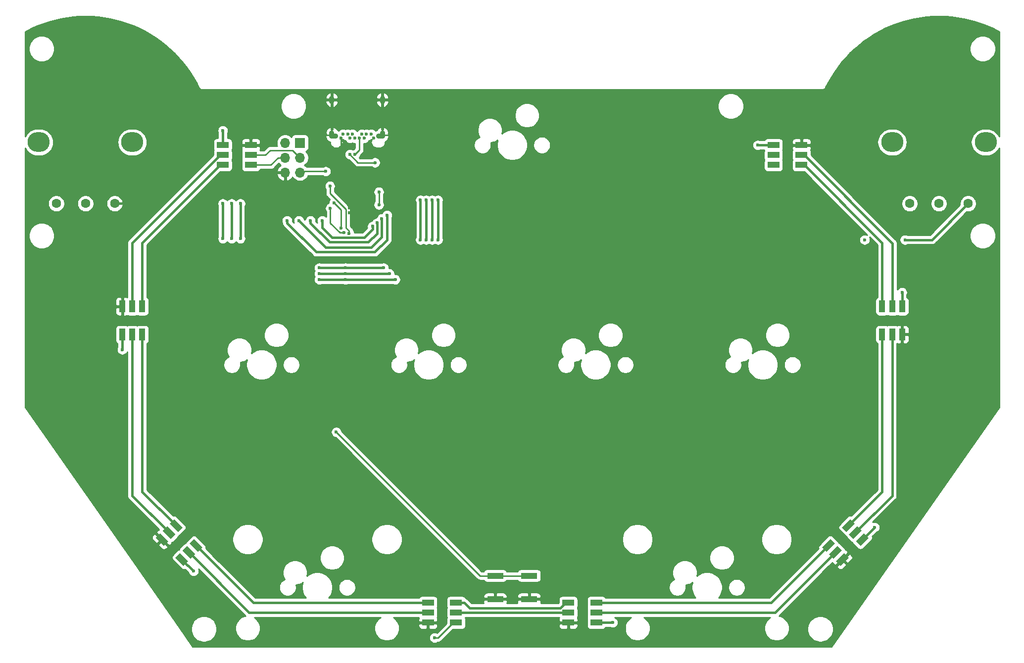
<source format=gtl>
G04 #@! TF.GenerationSoftware,KiCad,Pcbnew,(5.1.10)-1*
G04 #@! TF.CreationDate,2021-06-02T00:04:45-04:00*
G04 #@! TF.ProjectId,PocketVoltex,506f636b-6574-4566-9f6c-7465782e6b69,7*
G04 #@! TF.SameCoordinates,Original*
G04 #@! TF.FileFunction,Copper,L1,Top*
G04 #@! TF.FilePolarity,Positive*
%FSLAX46Y46*%
G04 Gerber Fmt 4.6, Leading zero omitted, Abs format (unit mm)*
G04 Created by KiCad (PCBNEW (5.1.10)-1) date 2021-06-02 00:04:45*
%MOMM*%
%LPD*%
G01*
G04 APERTURE LIST*
G04 #@! TA.AperFunction,SMDPad,CuDef*
%ADD10R,2.000000X1.100000*%
G04 #@! TD*
G04 #@! TA.AperFunction,SMDPad,CuDef*
%ADD11C,0.100000*%
G04 #@! TD*
G04 #@! TA.AperFunction,SMDPad,CuDef*
%ADD12R,1.100000X2.000000*%
G04 #@! TD*
G04 #@! TA.AperFunction,SMDPad,CuDef*
%ADD13R,2.800000X1.000000*%
G04 #@! TD*
G04 #@! TA.AperFunction,ComponentPad*
%ADD14C,0.600000*%
G04 #@! TD*
G04 #@! TA.AperFunction,ComponentPad*
%ADD15R,1.700000X1.700000*%
G04 #@! TD*
G04 #@! TA.AperFunction,ComponentPad*
%ADD16O,1.700000X1.700000*%
G04 #@! TD*
G04 #@! TA.AperFunction,ComponentPad*
%ADD17C,1.600000*%
G04 #@! TD*
G04 #@! TA.AperFunction,ComponentPad*
%ADD18O,3.800000X3.400000*%
G04 #@! TD*
G04 #@! TA.AperFunction,ComponentPad*
%ADD19O,0.900000X1.400000*%
G04 #@! TD*
G04 #@! TA.AperFunction,ComponentPad*
%ADD20O,1.550000X0.900000*%
G04 #@! TD*
G04 #@! TA.AperFunction,ViaPad*
%ADD21C,0.600000*%
G04 #@! TD*
G04 #@! TA.AperFunction,Conductor*
%ADD22C,0.400000*%
G04 #@! TD*
G04 #@! TA.AperFunction,Conductor*
%ADD23C,0.250000*%
G04 #@! TD*
G04 #@! TA.AperFunction,Conductor*
%ADD24C,0.254000*%
G04 #@! TD*
G04 #@! TA.AperFunction,Conductor*
%ADD25C,0.100000*%
G04 #@! TD*
G04 APERTURE END LIST*
D10*
X164800000Y-144300000D03*
X164800000Y-146000000D03*
X164800000Y-147700000D03*
X169600000Y-147700000D03*
X169600000Y-146000000D03*
X169600000Y-144300000D03*
X140800000Y-144300000D03*
X140800000Y-146000000D03*
X140800000Y-147700000D03*
X145600000Y-147700000D03*
X145600000Y-146000000D03*
X145600000Y-144300000D03*
G04 #@! TA.AperFunction,SMDPad,CuDef*
D11*
G36*
X210396878Y-134176777D02*
G01*
X208982664Y-135590991D01*
X208204846Y-134813173D01*
X209619060Y-133398959D01*
X210396878Y-134176777D01*
G37*
G04 #@! TD.AperFunction*
G04 #@! TA.AperFunction,SMDPad,CuDef*
G36*
X211598960Y-135378858D02*
G01*
X210184746Y-136793072D01*
X209406928Y-136015254D01*
X210821142Y-134601040D01*
X211598960Y-135378858D01*
G37*
G04 #@! TD.AperFunction*
G04 #@! TA.AperFunction,SMDPad,CuDef*
G36*
X212801041Y-136580940D02*
G01*
X211386827Y-137995154D01*
X210609009Y-137217336D01*
X212023223Y-135803122D01*
X212801041Y-136580940D01*
G37*
G04 #@! TD.AperFunction*
G04 #@! TA.AperFunction,SMDPad,CuDef*
G36*
X216195154Y-133186827D02*
G01*
X214780940Y-134601041D01*
X214003122Y-133823223D01*
X215417336Y-132409009D01*
X216195154Y-133186827D01*
G37*
G04 #@! TD.AperFunction*
G04 #@! TA.AperFunction,SMDPad,CuDef*
G36*
X214993072Y-131984746D02*
G01*
X213578858Y-133398960D01*
X212801040Y-132621142D01*
X214215254Y-131206928D01*
X214993072Y-131984746D01*
G37*
G04 #@! TD.AperFunction*
G04 #@! TA.AperFunction,SMDPad,CuDef*
G36*
X213790991Y-130782664D02*
G01*
X212376777Y-132196878D01*
X211598959Y-131419060D01*
X213013173Y-130004846D01*
X213790991Y-130782664D01*
G37*
G04 #@! TD.AperFunction*
G04 #@! TA.AperFunction,SMDPad,CuDef*
G36*
X98023223Y-132196878D02*
G01*
X96609009Y-130782664D01*
X97386827Y-130004846D01*
X98801041Y-131419060D01*
X98023223Y-132196878D01*
G37*
G04 #@! TD.AperFunction*
G04 #@! TA.AperFunction,SMDPad,CuDef*
G36*
X96821142Y-133398960D02*
G01*
X95406928Y-131984746D01*
X96184746Y-131206928D01*
X97598960Y-132621142D01*
X96821142Y-133398960D01*
G37*
G04 #@! TD.AperFunction*
G04 #@! TA.AperFunction,SMDPad,CuDef*
G36*
X95619060Y-134601041D02*
G01*
X94204846Y-133186827D01*
X94982664Y-132409009D01*
X96396878Y-133823223D01*
X95619060Y-134601041D01*
G37*
G04 #@! TD.AperFunction*
G04 #@! TA.AperFunction,SMDPad,CuDef*
G36*
X99013173Y-137995154D02*
G01*
X97598959Y-136580940D01*
X98376777Y-135803122D01*
X99790991Y-137217336D01*
X99013173Y-137995154D01*
G37*
G04 #@! TD.AperFunction*
G04 #@! TA.AperFunction,SMDPad,CuDef*
G36*
X100215254Y-136793072D02*
G01*
X98801040Y-135378858D01*
X99578858Y-134601040D01*
X100993072Y-136015254D01*
X100215254Y-136793072D01*
G37*
G04 #@! TD.AperFunction*
G04 #@! TA.AperFunction,SMDPad,CuDef*
G36*
X101417336Y-135590991D02*
G01*
X100003122Y-134176777D01*
X100780940Y-133398959D01*
X102195154Y-134813173D01*
X101417336Y-135590991D01*
G37*
G04 #@! TD.AperFunction*
D12*
X218500000Y-98400000D03*
X220200000Y-98400000D03*
X221900000Y-98400000D03*
X221900000Y-93600000D03*
X220200000Y-93600000D03*
X218500000Y-93600000D03*
X91900000Y-93600000D03*
X90200000Y-93600000D03*
X88500000Y-93600000D03*
X88500000Y-98400000D03*
X90200000Y-98400000D03*
X91900000Y-98400000D03*
D10*
X204700000Y-69400000D03*
X204700000Y-67700000D03*
X204700000Y-66000000D03*
X199900000Y-66000000D03*
X199900000Y-67700000D03*
X199900000Y-69400000D03*
X110500000Y-69400000D03*
X110500000Y-67700000D03*
X110500000Y-66000000D03*
X105700000Y-66000000D03*
X105700000Y-67700000D03*
X105700000Y-69400000D03*
D13*
X152300000Y-139692000D03*
X158100000Y-139692000D03*
X152300000Y-143692000D03*
X158100000Y-143692000D03*
D14*
X127400000Y-76700000D03*
D15*
X118900000Y-65620000D03*
D16*
X116360000Y-65620000D03*
X118900000Y-68160000D03*
X116360000Y-68160000D03*
X118900000Y-70700000D03*
X116360000Y-70700000D03*
D17*
X77200000Y-76000000D03*
X87200000Y-76000000D03*
X82200000Y-76000000D03*
D18*
X90200000Y-65500000D03*
X74200000Y-65500000D03*
D17*
X223200000Y-76000000D03*
X233200000Y-76000000D03*
X228200000Y-76000000D03*
D18*
X236200000Y-65500000D03*
X220200000Y-65500000D03*
D19*
X124350000Y-58250000D03*
X133010000Y-58250000D03*
X124350000Y-64200000D03*
X133010000Y-64200000D03*
D20*
X124675000Y-64450000D03*
D14*
X125880000Y-64800000D03*
X127480000Y-64800000D03*
X128280000Y-64800000D03*
X129080000Y-64800000D03*
X129880000Y-64800000D03*
X131480000Y-64800000D03*
X126280000Y-64100000D03*
X127080000Y-64100000D03*
X127880000Y-64100000D03*
X129480000Y-64100000D03*
X130280000Y-64100000D03*
X131080000Y-64100000D03*
D20*
X132685000Y-64450000D03*
D14*
X128300000Y-76700000D03*
X129200000Y-76700000D03*
X129200000Y-75800000D03*
X128300000Y-75800000D03*
X127400000Y-75800000D03*
X127400000Y-77600000D03*
X128300000Y-77600000D03*
X129200000Y-77600000D03*
X122200000Y-87000000D03*
X122200000Y-88000000D03*
X122200000Y-89000000D03*
X133200000Y-87000000D03*
X134200000Y-88000000D03*
X135200000Y-89000000D03*
X94600000Y-76000000D03*
X101200000Y-76000000D03*
X139500000Y-82200000D03*
X140500000Y-82200000D03*
X141500000Y-82200000D03*
X142500000Y-82200000D03*
X142500000Y-75400000D03*
X141500000Y-75400000D03*
X140500000Y-75400000D03*
X139500000Y-75400000D03*
X126700000Y-87000000D03*
X126700000Y-88000000D03*
X126700000Y-89000000D03*
X105700000Y-76000000D03*
X107200000Y-76000000D03*
X108700000Y-76000000D03*
X105700000Y-82000000D03*
X107200000Y-82000000D03*
X108700000Y-82000000D03*
D21*
X215500000Y-82200000D03*
X222400000Y-82200000D03*
X131400000Y-67100000D03*
X125880000Y-67100000D03*
X134000000Y-72400000D03*
X116700000Y-74000000D03*
X118700000Y-74000000D03*
X120700000Y-74000000D03*
X122700000Y-74000000D03*
X126100000Y-71000000D03*
X102000000Y-101000000D03*
X130200000Y-101000000D03*
X158700000Y-101100000D03*
X187200000Y-101000000D03*
X144400000Y-63500000D03*
X177600000Y-139200000D03*
X110400000Y-139200000D03*
X134000000Y-75250000D03*
X221900000Y-91200000D03*
X88500000Y-101000000D03*
X141900000Y-150300000D03*
X105700000Y-63500000D03*
X197200000Y-66000000D03*
X217200000Y-131400000D03*
X172400000Y-147700000D03*
X100700000Y-138900000D03*
X132400000Y-74000000D03*
X132400000Y-76200000D03*
X118700000Y-78900000D03*
X132900000Y-78600000D03*
X116700000Y-78900000D03*
X133800000Y-78000000D03*
X122700000Y-78900000D03*
X131300000Y-79900000D03*
X120700000Y-78900000D03*
X132100000Y-79300000D03*
X124100000Y-76800000D03*
X126400000Y-81000000D03*
X124020553Y-73004437D03*
X127300000Y-81100000D03*
X123300000Y-70500000D03*
X124700000Y-75900000D03*
X125900000Y-80200000D03*
X131724394Y-68986400D03*
X127431994Y-67589400D03*
X128305000Y-67600000D03*
X125100000Y-115100000D03*
D22*
X227000000Y-82200000D02*
X222400000Y-82200000D01*
D23*
X125880000Y-64800000D02*
X125880000Y-67100000D01*
X125880000Y-67100000D02*
X125880000Y-70780000D01*
X132685000Y-64450000D02*
X132760000Y-64450000D01*
X132760000Y-64450000D02*
X133010000Y-64200000D01*
X124675000Y-64450000D02*
X124600000Y-64450000D01*
X124600000Y-64450000D02*
X124350000Y-64200000D01*
X125880000Y-70780000D02*
X126100000Y-71000000D01*
D22*
X87200000Y-76000000D02*
X94600000Y-76000000D01*
X233200000Y-76000000D02*
X227000000Y-82200000D01*
X221900000Y-93600000D02*
X221900000Y-91200000D01*
X88500000Y-98400000D02*
X88500000Y-101000000D01*
D23*
X145600000Y-147700000D02*
X145150000Y-147700000D01*
X145150000Y-147700000D02*
X142550000Y-150300000D01*
X142550000Y-150300000D02*
X141900000Y-150300000D01*
D22*
X122200000Y-89000000D02*
X135200000Y-89000000D01*
X122200000Y-88000000D02*
X134200000Y-88000000D01*
X122200000Y-87000000D02*
X133200000Y-87000000D01*
X139500000Y-75400000D02*
X139500000Y-82200000D01*
X142500000Y-75400000D02*
X142500000Y-82200000D01*
X141500000Y-75400000D02*
X141500000Y-82200000D01*
X140500000Y-75400000D02*
X140500000Y-82200000D01*
X105700000Y-66000000D02*
X105700000Y-63500000D01*
X199900000Y-66000000D02*
X197200000Y-66000000D01*
X105700000Y-76000000D02*
X105700000Y-82000000D01*
X107200000Y-82000000D02*
X107200000Y-76000000D01*
X108700000Y-76000000D02*
X108700000Y-82000000D01*
X215099138Y-133505025D02*
X215099138Y-133500862D01*
X215099138Y-133500862D02*
X217200000Y-131400000D01*
X169600000Y-147700000D02*
X172400000Y-147700000D01*
X98694975Y-136899138D02*
X98699138Y-136899138D01*
X98699138Y-136899138D02*
X100700000Y-138900000D01*
D23*
X132400000Y-76200000D02*
X132400000Y-74000000D01*
D22*
X131100000Y-83500000D02*
X132900000Y-81700000D01*
X132900000Y-81700000D02*
X132900000Y-78600000D01*
X123300000Y-83500000D02*
X131100000Y-83500000D01*
X118700000Y-78900000D02*
X123300000Y-83500000D01*
X133800000Y-82200000D02*
X133800000Y-78000000D01*
X131700000Y-84300000D02*
X133800000Y-82200000D01*
X121675736Y-84300000D02*
X131700000Y-84300000D01*
X116700000Y-78900000D02*
X116700000Y-79324264D01*
X116700000Y-79324264D02*
X121675736Y-84300000D01*
X122700000Y-78900000D02*
X122700000Y-80100000D01*
X122700000Y-80100000D02*
X124400001Y-81800001D01*
X124400001Y-81800001D02*
X129899999Y-81800001D01*
X129899999Y-81800001D02*
X131300000Y-80400000D01*
X131300000Y-80400000D02*
X131300000Y-79900000D01*
X130600000Y-82600000D02*
X132100000Y-81100000D01*
X132100000Y-81100000D02*
X132100000Y-79300000D01*
X123975736Y-82600000D02*
X130600000Y-82600000D01*
X120700000Y-78900000D02*
X120700000Y-79324264D01*
X120700000Y-79324264D02*
X123975736Y-82600000D01*
D23*
X124100000Y-76800000D02*
X124100000Y-79325002D01*
X124100000Y-79325002D02*
X125774998Y-81000000D01*
X125774998Y-81000000D02*
X125975736Y-81000000D01*
X125975736Y-81000000D02*
X126400000Y-81000000D01*
X116360000Y-68160000D02*
X115157919Y-68160000D01*
X115157919Y-68160000D02*
X113917919Y-69400000D01*
X113917919Y-69400000D02*
X111750000Y-69400000D01*
X111750000Y-69400000D02*
X110500000Y-69400000D01*
X124020553Y-73004437D02*
X124020553Y-74245555D01*
X124020553Y-74245555D02*
X126774999Y-77000001D01*
X126774999Y-77000001D02*
X126774999Y-80150735D01*
X126774999Y-80150735D02*
X127300000Y-80675736D01*
X127300000Y-80675736D02*
X127300000Y-81100000D01*
X113800000Y-66900000D02*
X113000000Y-67700000D01*
X113000000Y-67700000D02*
X110500000Y-67700000D01*
X117640000Y-66900000D02*
X113800000Y-66900000D01*
X118900000Y-68160000D02*
X117640000Y-66900000D01*
D22*
X105700000Y-67700000D02*
X105250000Y-67700000D01*
X105250000Y-67700000D02*
X90200000Y-82750000D01*
X90200000Y-82750000D02*
X90200000Y-93600000D01*
X105700000Y-69400000D02*
X105250000Y-69400000D01*
X105250000Y-69400000D02*
X91900000Y-82750000D01*
X91900000Y-82750000D02*
X91900000Y-93600000D01*
X204700000Y-69400000D02*
X205150000Y-69400000D01*
X205150000Y-69400000D02*
X218500000Y-82750000D01*
X218500000Y-82750000D02*
X218500000Y-93600000D01*
X204700000Y-67700000D02*
X205150000Y-67700000D01*
X205150000Y-67700000D02*
X220255035Y-82805035D01*
X220255035Y-82805035D02*
X220255035Y-93544965D01*
X220255035Y-93544965D02*
X220200000Y-93600000D01*
X90200000Y-98400000D02*
X90200000Y-126000000D01*
X90200000Y-126000000D02*
X96502944Y-132302944D01*
X91900000Y-98400000D02*
X91900000Y-125295837D01*
X91900000Y-125295837D02*
X97705025Y-131100862D01*
X218500000Y-98400000D02*
X218500000Y-125295837D01*
X218500000Y-125295837D02*
X212694975Y-131100862D01*
X220200000Y-98400000D02*
X220200000Y-126000000D01*
X220200000Y-126000000D02*
X213897056Y-132302944D01*
X140800000Y-146000000D02*
X110200000Y-146000000D01*
X110200000Y-146000000D02*
X99897056Y-135697056D01*
X140800000Y-144300000D02*
X110904163Y-144300000D01*
X110904163Y-144300000D02*
X101099138Y-134494975D01*
X169600000Y-144300000D02*
X199495837Y-144300000D01*
X199495837Y-144300000D02*
X209300862Y-134494975D01*
X169600000Y-146000000D02*
X200200000Y-146000000D01*
X200200000Y-146000000D02*
X210502944Y-135697056D01*
X145600000Y-146000000D02*
X164800000Y-146000000D01*
X145600000Y-144300000D02*
X147000000Y-144300000D01*
X147000000Y-144300000D02*
X147950000Y-145250000D01*
X147950000Y-145250000D02*
X163400000Y-145250000D01*
X163400000Y-145250000D02*
X164350000Y-144300000D01*
X164350000Y-144300000D02*
X164800000Y-144300000D01*
D23*
X123300000Y-70500000D02*
X119100000Y-70500000D01*
X119100000Y-70500000D02*
X118900000Y-70700000D01*
X124700000Y-75900000D02*
X125900000Y-77100000D01*
X125900000Y-77100000D02*
X125900000Y-80200000D01*
X128828994Y-68986400D02*
X127431994Y-67589400D01*
X131724394Y-68986400D02*
X128828994Y-68986400D01*
X129080000Y-64800000D02*
X129080000Y-66825000D01*
X129080000Y-66825000D02*
X128305000Y-67600000D01*
X152300000Y-139692000D02*
X149692000Y-139692000D01*
X158100000Y-139692000D02*
X152300000Y-139692000D01*
X149692000Y-139692000D02*
X125100000Y-115100000D01*
D24*
X229256769Y-43989179D02*
X230310945Y-44066907D01*
X231360060Y-44196290D01*
X232401604Y-44377036D01*
X233433015Y-44608672D01*
X234451823Y-44890609D01*
X235455562Y-45222153D01*
X236441767Y-45602641D01*
X237408168Y-46031032D01*
X238352428Y-46506216D01*
X238515001Y-46598318D01*
X238515001Y-64503524D01*
X238350875Y-64196467D01*
X238059083Y-63840917D01*
X237703533Y-63549125D01*
X237297889Y-63332303D01*
X236857740Y-63198785D01*
X236514712Y-63165000D01*
X235885288Y-63165000D01*
X235542260Y-63198785D01*
X235102111Y-63332303D01*
X234696467Y-63549125D01*
X234340917Y-63840917D01*
X234049125Y-64196467D01*
X233832303Y-64602111D01*
X233698785Y-65042260D01*
X233653702Y-65500000D01*
X233698785Y-65957740D01*
X233832303Y-66397889D01*
X234049125Y-66803533D01*
X234340917Y-67159083D01*
X234696467Y-67450875D01*
X235102111Y-67667697D01*
X235542260Y-67801215D01*
X235885288Y-67835000D01*
X236514712Y-67835000D01*
X236857740Y-67801215D01*
X237297889Y-67667697D01*
X237703533Y-67450875D01*
X238059083Y-67159083D01*
X238350875Y-66803533D01*
X238515001Y-66496477D01*
X238515000Y-110847720D01*
X209843412Y-151795000D01*
X100556589Y-151795000D01*
X98299732Y-148571872D01*
X100233000Y-148571872D01*
X100233000Y-149012128D01*
X100318890Y-149443925D01*
X100487369Y-149850669D01*
X100731962Y-150216729D01*
X101043271Y-150528038D01*
X101409331Y-150772631D01*
X101816075Y-150941110D01*
X102247872Y-151027000D01*
X102688128Y-151027000D01*
X103119925Y-150941110D01*
X103526669Y-150772631D01*
X103892729Y-150528038D01*
X104204038Y-150216729D01*
X104448631Y-149850669D01*
X104617110Y-149443925D01*
X104703000Y-149012128D01*
X104703000Y-148571872D01*
X104617110Y-148140075D01*
X104448631Y-147733331D01*
X104204038Y-147367271D01*
X103892729Y-147055962D01*
X103526669Y-146811369D01*
X103119925Y-146642890D01*
X102688128Y-146557000D01*
X102247872Y-146557000D01*
X101816075Y-146642890D01*
X101409331Y-146811369D01*
X101043271Y-147055962D01*
X100731962Y-147367271D01*
X100487369Y-147733331D01*
X100318890Y-148140075D01*
X100233000Y-148571872D01*
X98299732Y-148571872D01*
X89903593Y-136580940D01*
X96960887Y-136580940D01*
X96973147Y-136705422D01*
X97009457Y-136825120D01*
X97068422Y-136935434D01*
X97147774Y-137032125D01*
X98561988Y-138446339D01*
X98658679Y-138525691D01*
X98768993Y-138584656D01*
X98888691Y-138620966D01*
X99013173Y-138633226D01*
X99137655Y-138620966D01*
X99216255Y-138597123D01*
X99807346Y-139188214D01*
X99871414Y-139342889D01*
X99973738Y-139496028D01*
X100103972Y-139626262D01*
X100257111Y-139728586D01*
X100427271Y-139799068D01*
X100607911Y-139835000D01*
X100792089Y-139835000D01*
X100972729Y-139799068D01*
X101142889Y-139728586D01*
X101296028Y-139626262D01*
X101426262Y-139496028D01*
X101528586Y-139342889D01*
X101599068Y-139172729D01*
X101635000Y-138992089D01*
X101635000Y-138807911D01*
X101599068Y-138627271D01*
X101565597Y-138546464D01*
X109580559Y-146561427D01*
X109583543Y-146565063D01*
X109332451Y-146615008D01*
X108939356Y-146777833D01*
X108585580Y-147014219D01*
X108284719Y-147315080D01*
X108048333Y-147668856D01*
X107885508Y-148061951D01*
X107802500Y-148479259D01*
X107802500Y-148904741D01*
X107885508Y-149322049D01*
X108048333Y-149715144D01*
X108284719Y-150068920D01*
X108585580Y-150369781D01*
X108939356Y-150606167D01*
X109332451Y-150768992D01*
X109749759Y-150852000D01*
X110175241Y-150852000D01*
X110592549Y-150768992D01*
X110985644Y-150606167D01*
X111339420Y-150369781D01*
X111640281Y-150068920D01*
X111876667Y-149715144D01*
X112039492Y-149322049D01*
X112122500Y-148904741D01*
X112122500Y-148479259D01*
X112039492Y-148061951D01*
X111876667Y-147668856D01*
X111640281Y-147315080D01*
X111339420Y-147014219D01*
X111071200Y-146835000D01*
X132653800Y-146835000D01*
X132385580Y-147014219D01*
X132084719Y-147315080D01*
X131848333Y-147668856D01*
X131685508Y-148061951D01*
X131602500Y-148479259D01*
X131602500Y-148904741D01*
X131685508Y-149322049D01*
X131848333Y-149715144D01*
X132084719Y-150068920D01*
X132385580Y-150369781D01*
X132739356Y-150606167D01*
X133132451Y-150768992D01*
X133549759Y-150852000D01*
X133975241Y-150852000D01*
X134392549Y-150768992D01*
X134785644Y-150606167D01*
X135139420Y-150369781D01*
X135301290Y-150207911D01*
X140965000Y-150207911D01*
X140965000Y-150392089D01*
X141000932Y-150572729D01*
X141071414Y-150742889D01*
X141173738Y-150896028D01*
X141303972Y-151026262D01*
X141457111Y-151128586D01*
X141627271Y-151199068D01*
X141807911Y-151235000D01*
X141992089Y-151235000D01*
X142172729Y-151199068D01*
X142342889Y-151128586D01*
X142445535Y-151060000D01*
X142512678Y-151060000D01*
X142550000Y-151063676D01*
X142587322Y-151060000D01*
X142587333Y-151060000D01*
X142698986Y-151049003D01*
X142842247Y-151005546D01*
X142974276Y-150934974D01*
X143090001Y-150840001D01*
X143113804Y-150810997D01*
X145036730Y-148888072D01*
X146600000Y-148888072D01*
X146724482Y-148875812D01*
X146844180Y-148839502D01*
X146954494Y-148780537D01*
X147051185Y-148701185D01*
X147130537Y-148604494D01*
X147189502Y-148494180D01*
X147225812Y-148374482D01*
X147238072Y-148250000D01*
X163161928Y-148250000D01*
X163174188Y-148374482D01*
X163210498Y-148494180D01*
X163269463Y-148604494D01*
X163348815Y-148701185D01*
X163445506Y-148780537D01*
X163555820Y-148839502D01*
X163675518Y-148875812D01*
X163800000Y-148888072D01*
X164514250Y-148885000D01*
X164673000Y-148726250D01*
X164673000Y-147827000D01*
X164927000Y-147827000D01*
X164927000Y-148726250D01*
X165085750Y-148885000D01*
X165800000Y-148888072D01*
X165924482Y-148875812D01*
X166044180Y-148839502D01*
X166154494Y-148780537D01*
X166251185Y-148701185D01*
X166330537Y-148604494D01*
X166389502Y-148494180D01*
X166425812Y-148374482D01*
X166438072Y-148250000D01*
X166435000Y-147985750D01*
X166276250Y-147827000D01*
X164927000Y-147827000D01*
X164673000Y-147827000D01*
X163323750Y-147827000D01*
X163165000Y-147985750D01*
X163161928Y-148250000D01*
X147238072Y-148250000D01*
X147238072Y-147150000D01*
X147225812Y-147025518D01*
X147189502Y-146905820D01*
X147159665Y-146850000D01*
X147167683Y-146835000D01*
X163232317Y-146835000D01*
X163240335Y-146850000D01*
X163210498Y-146905820D01*
X163174188Y-147025518D01*
X163161928Y-147150000D01*
X163165000Y-147414250D01*
X163323750Y-147573000D01*
X164673000Y-147573000D01*
X164673000Y-147553000D01*
X164927000Y-147553000D01*
X164927000Y-147573000D01*
X166276250Y-147573000D01*
X166435000Y-147414250D01*
X166438072Y-147150000D01*
X166425812Y-147025518D01*
X166389502Y-146905820D01*
X166359665Y-146850000D01*
X166389502Y-146794180D01*
X166425812Y-146674482D01*
X166438072Y-146550000D01*
X166438072Y-145450000D01*
X166425812Y-145325518D01*
X166389502Y-145205820D01*
X166359665Y-145150000D01*
X166389502Y-145094180D01*
X166425812Y-144974482D01*
X166438072Y-144850000D01*
X166438072Y-143750000D01*
X167961928Y-143750000D01*
X167961928Y-144850000D01*
X167974188Y-144974482D01*
X168010498Y-145094180D01*
X168040335Y-145150000D01*
X168010498Y-145205820D01*
X167974188Y-145325518D01*
X167961928Y-145450000D01*
X167961928Y-146550000D01*
X167974188Y-146674482D01*
X168010498Y-146794180D01*
X168040335Y-146850000D01*
X168010498Y-146905820D01*
X167974188Y-147025518D01*
X167961928Y-147150000D01*
X167961928Y-148250000D01*
X167974188Y-148374482D01*
X168010498Y-148494180D01*
X168069463Y-148604494D01*
X168148815Y-148701185D01*
X168245506Y-148780537D01*
X168355820Y-148839502D01*
X168475518Y-148875812D01*
X168600000Y-148888072D01*
X170600000Y-148888072D01*
X170724482Y-148875812D01*
X170844180Y-148839502D01*
X170954494Y-148780537D01*
X171051185Y-148701185D01*
X171130537Y-148604494D01*
X171167683Y-148535000D01*
X171972596Y-148535000D01*
X172127271Y-148599068D01*
X172307911Y-148635000D01*
X172492089Y-148635000D01*
X172672729Y-148599068D01*
X172842889Y-148528586D01*
X172996028Y-148426262D01*
X173126262Y-148296028D01*
X173228586Y-148142889D01*
X173299068Y-147972729D01*
X173335000Y-147792089D01*
X173335000Y-147607911D01*
X173299068Y-147427271D01*
X173228586Y-147257111D01*
X173126262Y-147103972D01*
X172996028Y-146973738D01*
X172842889Y-146871414D01*
X172754977Y-146835000D01*
X175528800Y-146835000D01*
X175260580Y-147014219D01*
X174959719Y-147315080D01*
X174723333Y-147668856D01*
X174560508Y-148061951D01*
X174477500Y-148479259D01*
X174477500Y-148904741D01*
X174560508Y-149322049D01*
X174723333Y-149715144D01*
X174959719Y-150068920D01*
X175260580Y-150369781D01*
X175614356Y-150606167D01*
X176007451Y-150768992D01*
X176424759Y-150852000D01*
X176850241Y-150852000D01*
X177267549Y-150768992D01*
X177660644Y-150606167D01*
X178014420Y-150369781D01*
X178315281Y-150068920D01*
X178551667Y-149715144D01*
X178714492Y-149322049D01*
X178797500Y-148904741D01*
X178797500Y-148479259D01*
X178714492Y-148061951D01*
X178551667Y-147668856D01*
X178315281Y-147315080D01*
X178014420Y-147014219D01*
X177746200Y-146835000D01*
X199328800Y-146835000D01*
X199060580Y-147014219D01*
X198759719Y-147315080D01*
X198523333Y-147668856D01*
X198360508Y-148061951D01*
X198277500Y-148479259D01*
X198277500Y-148904741D01*
X198360508Y-149322049D01*
X198523333Y-149715144D01*
X198759719Y-150068920D01*
X199060580Y-150369781D01*
X199414356Y-150606167D01*
X199807451Y-150768992D01*
X200224759Y-150852000D01*
X200650241Y-150852000D01*
X201067549Y-150768992D01*
X201460644Y-150606167D01*
X201814420Y-150369781D01*
X202115281Y-150068920D01*
X202351667Y-149715144D01*
X202514492Y-149322049D01*
X202597500Y-148904741D01*
X202597500Y-148571872D01*
X205697000Y-148571872D01*
X205697000Y-149012128D01*
X205782890Y-149443925D01*
X205951369Y-149850669D01*
X206195962Y-150216729D01*
X206507271Y-150528038D01*
X206873331Y-150772631D01*
X207280075Y-150941110D01*
X207711872Y-151027000D01*
X208152128Y-151027000D01*
X208583925Y-150941110D01*
X208990669Y-150772631D01*
X209356729Y-150528038D01*
X209668038Y-150216729D01*
X209912631Y-149850669D01*
X210081110Y-149443925D01*
X210167000Y-149012128D01*
X210167000Y-148571872D01*
X210081110Y-148140075D01*
X209912631Y-147733331D01*
X209668038Y-147367271D01*
X209356729Y-147055962D01*
X208990669Y-146811369D01*
X208583925Y-146642890D01*
X208152128Y-146557000D01*
X207711872Y-146557000D01*
X207280075Y-146642890D01*
X206873331Y-146811369D01*
X206507271Y-147055962D01*
X206195962Y-147367271D01*
X205951369Y-147733331D01*
X205782890Y-148140075D01*
X205697000Y-148571872D01*
X202597500Y-148571872D01*
X202597500Y-148479259D01*
X202514492Y-148061951D01*
X202351667Y-147668856D01*
X202115281Y-147315080D01*
X201814420Y-147014219D01*
X201460644Y-146777833D01*
X201067549Y-146615008D01*
X200816457Y-146565063D01*
X200819446Y-146561421D01*
X209348060Y-138032807D01*
X210750961Y-138032807D01*
X210750961Y-138257313D01*
X210935642Y-138446339D01*
X211032333Y-138525691D01*
X211142647Y-138584656D01*
X211262346Y-138620965D01*
X211386827Y-138633225D01*
X211511308Y-138620965D01*
X211631006Y-138584656D01*
X211741321Y-138525691D01*
X211838012Y-138446339D01*
X212340891Y-137939115D01*
X212340891Y-137714609D01*
X211705025Y-137078743D01*
X210750961Y-138032807D01*
X209348060Y-138032807D01*
X209984858Y-137396010D01*
X210001134Y-137400947D01*
X210019507Y-137461516D01*
X210078472Y-137571830D01*
X210157824Y-137668521D01*
X210346850Y-137853202D01*
X210571356Y-137853202D01*
X211525420Y-136899138D01*
X211884630Y-136899138D01*
X212520496Y-137535004D01*
X212745002Y-137535004D01*
X213252226Y-137032125D01*
X213331578Y-136935434D01*
X213390543Y-136825119D01*
X213426852Y-136705421D01*
X213439112Y-136580940D01*
X213426852Y-136456459D01*
X213390543Y-136336760D01*
X213331578Y-136226446D01*
X213252226Y-136129755D01*
X213063200Y-135945074D01*
X212838694Y-135945074D01*
X211884630Y-136899138D01*
X211525420Y-136899138D01*
X211511278Y-136884996D01*
X211690883Y-136705391D01*
X211705025Y-136719533D01*
X212659089Y-135765469D01*
X212659089Y-135540963D01*
X212474408Y-135351937D01*
X212377717Y-135272585D01*
X212267403Y-135213620D01*
X212206836Y-135195248D01*
X212188462Y-135134678D01*
X212129497Y-135024364D01*
X212050145Y-134927673D01*
X211272327Y-134149855D01*
X211175636Y-134070503D01*
X211065322Y-134011538D01*
X211004753Y-133993165D01*
X210986380Y-133932597D01*
X210927415Y-133822283D01*
X210848063Y-133725592D01*
X210070245Y-132947774D01*
X209973554Y-132868422D01*
X209863240Y-132809457D01*
X209743542Y-132773147D01*
X209619060Y-132760887D01*
X209494578Y-132773147D01*
X209374880Y-132809457D01*
X209264566Y-132868422D01*
X209167875Y-132947774D01*
X207753661Y-134361988D01*
X207674309Y-134458679D01*
X207615344Y-134568993D01*
X207579034Y-134688691D01*
X207566774Y-134813173D01*
X207579034Y-134937655D01*
X207601908Y-135013061D01*
X199149970Y-143465000D01*
X190490953Y-143465000D01*
X190584238Y-143371715D01*
X190872607Y-142940141D01*
X191071239Y-142460601D01*
X191172500Y-141951525D01*
X191172500Y-141545740D01*
X192132500Y-141545740D01*
X192132500Y-141838260D01*
X192189568Y-142125158D01*
X192301510Y-142395411D01*
X192464025Y-142638632D01*
X192670868Y-142845475D01*
X192914089Y-143007990D01*
X193184342Y-143119932D01*
X193471240Y-143177000D01*
X193763760Y-143177000D01*
X194050658Y-143119932D01*
X194320911Y-143007990D01*
X194564132Y-142845475D01*
X194770975Y-142638632D01*
X194933490Y-142395411D01*
X195045432Y-142125158D01*
X195102500Y-141838260D01*
X195102500Y-141545740D01*
X195045432Y-141258842D01*
X194933490Y-140988589D01*
X194770975Y-140745368D01*
X194564132Y-140538525D01*
X194320911Y-140376010D01*
X194050658Y-140264068D01*
X193763760Y-140207000D01*
X193471240Y-140207000D01*
X193184342Y-140264068D01*
X192914089Y-140376010D01*
X192670868Y-140538525D01*
X192464025Y-140745368D01*
X192301510Y-140988589D01*
X192189568Y-141258842D01*
X192132500Y-141545740D01*
X191172500Y-141545740D01*
X191172500Y-141432475D01*
X191071239Y-140923399D01*
X190872607Y-140443859D01*
X190584238Y-140012285D01*
X190217215Y-139645262D01*
X189785641Y-139356893D01*
X189306101Y-139158261D01*
X188797025Y-139057000D01*
X188277975Y-139057000D01*
X187768899Y-139158261D01*
X187289359Y-139356893D01*
X186857785Y-139645262D01*
X186793405Y-139709642D01*
X186862500Y-139362279D01*
X186862500Y-138941721D01*
X186780453Y-138529244D01*
X186619512Y-138140698D01*
X186385863Y-137791017D01*
X186088483Y-137493637D01*
X185738802Y-137259988D01*
X185350256Y-137099047D01*
X184937779Y-137017000D01*
X184517221Y-137017000D01*
X184104744Y-137099047D01*
X183716198Y-137259988D01*
X183366517Y-137493637D01*
X183069137Y-137791017D01*
X182835488Y-138140698D01*
X182674547Y-138529244D01*
X182592500Y-138941721D01*
X182592500Y-139362279D01*
X182674547Y-139774756D01*
X182835488Y-140163302D01*
X182929161Y-140303493D01*
X182754089Y-140376010D01*
X182510868Y-140538525D01*
X182304025Y-140745368D01*
X182141510Y-140988589D01*
X182029568Y-141258842D01*
X181972500Y-141545740D01*
X181972500Y-141838260D01*
X182029568Y-142125158D01*
X182141510Y-142395411D01*
X182304025Y-142638632D01*
X182510868Y-142845475D01*
X182754089Y-143007990D01*
X183024342Y-143119932D01*
X183311240Y-143177000D01*
X183603760Y-143177000D01*
X183890658Y-143119932D01*
X184160911Y-143007990D01*
X184404132Y-142845475D01*
X184610975Y-142638632D01*
X184773490Y-142395411D01*
X184885432Y-142125158D01*
X184942500Y-141838260D01*
X184942500Y-141545740D01*
X184891033Y-141287000D01*
X184937779Y-141287000D01*
X185350256Y-141204953D01*
X185738802Y-141044012D01*
X186036078Y-140845379D01*
X186003761Y-140923399D01*
X185902500Y-141432475D01*
X185902500Y-141951525D01*
X186003761Y-142460601D01*
X186202393Y-142940141D01*
X186490762Y-143371715D01*
X186584047Y-143465000D01*
X171167683Y-143465000D01*
X171130537Y-143395506D01*
X171051185Y-143298815D01*
X170954494Y-143219463D01*
X170844180Y-143160498D01*
X170724482Y-143124188D01*
X170600000Y-143111928D01*
X168600000Y-143111928D01*
X168475518Y-143124188D01*
X168355820Y-143160498D01*
X168245506Y-143219463D01*
X168148815Y-143298815D01*
X168069463Y-143395506D01*
X168010498Y-143505820D01*
X167974188Y-143625518D01*
X167961928Y-143750000D01*
X166438072Y-143750000D01*
X166425812Y-143625518D01*
X166389502Y-143505820D01*
X166330537Y-143395506D01*
X166251185Y-143298815D01*
X166154494Y-143219463D01*
X166044180Y-143160498D01*
X165924482Y-143124188D01*
X165800000Y-143111928D01*
X163800000Y-143111928D01*
X163675518Y-143124188D01*
X163555820Y-143160498D01*
X163445506Y-143219463D01*
X163348815Y-143298815D01*
X163269463Y-143395506D01*
X163210498Y-143505820D01*
X163174188Y-143625518D01*
X163161928Y-143750000D01*
X163161928Y-144307204D01*
X163054132Y-144415000D01*
X160095927Y-144415000D01*
X160125812Y-144316482D01*
X160138072Y-144192000D01*
X160135000Y-143977750D01*
X159976250Y-143819000D01*
X158227000Y-143819000D01*
X158227000Y-143839000D01*
X157973000Y-143839000D01*
X157973000Y-143819000D01*
X156223750Y-143819000D01*
X156065000Y-143977750D01*
X156061928Y-144192000D01*
X156074188Y-144316482D01*
X156104073Y-144415000D01*
X154295927Y-144415000D01*
X154325812Y-144316482D01*
X154338072Y-144192000D01*
X154335000Y-143977750D01*
X154176250Y-143819000D01*
X152427000Y-143819000D01*
X152427000Y-143839000D01*
X152173000Y-143839000D01*
X152173000Y-143819000D01*
X150423750Y-143819000D01*
X150265000Y-143977750D01*
X150261928Y-144192000D01*
X150274188Y-144316482D01*
X150304073Y-144415000D01*
X148295868Y-144415000D01*
X147619445Y-143738578D01*
X147593291Y-143706709D01*
X147466146Y-143602364D01*
X147321087Y-143524828D01*
X147176164Y-143480866D01*
X147130537Y-143395506D01*
X147051185Y-143298815D01*
X146954494Y-143219463D01*
X146903116Y-143192000D01*
X150261928Y-143192000D01*
X150265000Y-143406250D01*
X150423750Y-143565000D01*
X152173000Y-143565000D01*
X152173000Y-142715750D01*
X152427000Y-142715750D01*
X152427000Y-143565000D01*
X154176250Y-143565000D01*
X154335000Y-143406250D01*
X154338072Y-143192000D01*
X156061928Y-143192000D01*
X156065000Y-143406250D01*
X156223750Y-143565000D01*
X157973000Y-143565000D01*
X157973000Y-142715750D01*
X158227000Y-142715750D01*
X158227000Y-143565000D01*
X159976250Y-143565000D01*
X160135000Y-143406250D01*
X160138072Y-143192000D01*
X160125812Y-143067518D01*
X160089502Y-142947820D01*
X160030537Y-142837506D01*
X159951185Y-142740815D01*
X159854494Y-142661463D01*
X159744180Y-142602498D01*
X159624482Y-142566188D01*
X159500000Y-142553928D01*
X158385750Y-142557000D01*
X158227000Y-142715750D01*
X157973000Y-142715750D01*
X157814250Y-142557000D01*
X156700000Y-142553928D01*
X156575518Y-142566188D01*
X156455820Y-142602498D01*
X156345506Y-142661463D01*
X156248815Y-142740815D01*
X156169463Y-142837506D01*
X156110498Y-142947820D01*
X156074188Y-143067518D01*
X156061928Y-143192000D01*
X154338072Y-143192000D01*
X154325812Y-143067518D01*
X154289502Y-142947820D01*
X154230537Y-142837506D01*
X154151185Y-142740815D01*
X154054494Y-142661463D01*
X153944180Y-142602498D01*
X153824482Y-142566188D01*
X153700000Y-142553928D01*
X152585750Y-142557000D01*
X152427000Y-142715750D01*
X152173000Y-142715750D01*
X152014250Y-142557000D01*
X150900000Y-142553928D01*
X150775518Y-142566188D01*
X150655820Y-142602498D01*
X150545506Y-142661463D01*
X150448815Y-142740815D01*
X150369463Y-142837506D01*
X150310498Y-142947820D01*
X150274188Y-143067518D01*
X150261928Y-143192000D01*
X146903116Y-143192000D01*
X146844180Y-143160498D01*
X146724482Y-143124188D01*
X146600000Y-143111928D01*
X144600000Y-143111928D01*
X144475518Y-143124188D01*
X144355820Y-143160498D01*
X144245506Y-143219463D01*
X144148815Y-143298815D01*
X144069463Y-143395506D01*
X144010498Y-143505820D01*
X143974188Y-143625518D01*
X143961928Y-143750000D01*
X143961928Y-144850000D01*
X143974188Y-144974482D01*
X144010498Y-145094180D01*
X144040335Y-145150000D01*
X144010498Y-145205820D01*
X143974188Y-145325518D01*
X143961928Y-145450000D01*
X143961928Y-146550000D01*
X143974188Y-146674482D01*
X144010498Y-146794180D01*
X144040335Y-146850000D01*
X144010498Y-146905820D01*
X143974188Y-147025518D01*
X143961928Y-147150000D01*
X143961928Y-147813270D01*
X142315238Y-149459961D01*
X142172729Y-149400932D01*
X141992089Y-149365000D01*
X141807911Y-149365000D01*
X141627271Y-149400932D01*
X141457111Y-149471414D01*
X141303972Y-149573738D01*
X141173738Y-149703972D01*
X141071414Y-149857111D01*
X141000932Y-150027271D01*
X140965000Y-150207911D01*
X135301290Y-150207911D01*
X135440281Y-150068920D01*
X135676667Y-149715144D01*
X135839492Y-149322049D01*
X135922500Y-148904741D01*
X135922500Y-148479259D01*
X135876898Y-148250000D01*
X139161928Y-148250000D01*
X139174188Y-148374482D01*
X139210498Y-148494180D01*
X139269463Y-148604494D01*
X139348815Y-148701185D01*
X139445506Y-148780537D01*
X139555820Y-148839502D01*
X139675518Y-148875812D01*
X139800000Y-148888072D01*
X140514250Y-148885000D01*
X140673000Y-148726250D01*
X140673000Y-147827000D01*
X140927000Y-147827000D01*
X140927000Y-148726250D01*
X141085750Y-148885000D01*
X141800000Y-148888072D01*
X141924482Y-148875812D01*
X142044180Y-148839502D01*
X142154494Y-148780537D01*
X142251185Y-148701185D01*
X142330537Y-148604494D01*
X142389502Y-148494180D01*
X142425812Y-148374482D01*
X142438072Y-148250000D01*
X142435000Y-147985750D01*
X142276250Y-147827000D01*
X140927000Y-147827000D01*
X140673000Y-147827000D01*
X139323750Y-147827000D01*
X139165000Y-147985750D01*
X139161928Y-148250000D01*
X135876898Y-148250000D01*
X135839492Y-148061951D01*
X135676667Y-147668856D01*
X135440281Y-147315080D01*
X135139420Y-147014219D01*
X134871200Y-146835000D01*
X139232317Y-146835000D01*
X139240335Y-146850000D01*
X139210498Y-146905820D01*
X139174188Y-147025518D01*
X139161928Y-147150000D01*
X139165000Y-147414250D01*
X139323750Y-147573000D01*
X140673000Y-147573000D01*
X140673000Y-147553000D01*
X140927000Y-147553000D01*
X140927000Y-147573000D01*
X142276250Y-147573000D01*
X142435000Y-147414250D01*
X142438072Y-147150000D01*
X142425812Y-147025518D01*
X142389502Y-146905820D01*
X142359665Y-146850000D01*
X142389502Y-146794180D01*
X142425812Y-146674482D01*
X142438072Y-146550000D01*
X142438072Y-145450000D01*
X142425812Y-145325518D01*
X142389502Y-145205820D01*
X142359665Y-145150000D01*
X142389502Y-145094180D01*
X142425812Y-144974482D01*
X142438072Y-144850000D01*
X142438072Y-143750000D01*
X142425812Y-143625518D01*
X142389502Y-143505820D01*
X142330537Y-143395506D01*
X142251185Y-143298815D01*
X142154494Y-143219463D01*
X142044180Y-143160498D01*
X141924482Y-143124188D01*
X141800000Y-143111928D01*
X139800000Y-143111928D01*
X139675518Y-143124188D01*
X139555820Y-143160498D01*
X139445506Y-143219463D01*
X139348815Y-143298815D01*
X139269463Y-143395506D01*
X139232317Y-143465000D01*
X123815953Y-143465000D01*
X123909238Y-143371715D01*
X124197607Y-142940141D01*
X124396239Y-142460601D01*
X124497500Y-141951525D01*
X124497500Y-141545740D01*
X125457500Y-141545740D01*
X125457500Y-141838260D01*
X125514568Y-142125158D01*
X125626510Y-142395411D01*
X125789025Y-142638632D01*
X125995868Y-142845475D01*
X126239089Y-143007990D01*
X126509342Y-143119932D01*
X126796240Y-143177000D01*
X127088760Y-143177000D01*
X127375658Y-143119932D01*
X127645911Y-143007990D01*
X127889132Y-142845475D01*
X128095975Y-142638632D01*
X128258490Y-142395411D01*
X128370432Y-142125158D01*
X128427500Y-141838260D01*
X128427500Y-141545740D01*
X128370432Y-141258842D01*
X128258490Y-140988589D01*
X128095975Y-140745368D01*
X127889132Y-140538525D01*
X127645911Y-140376010D01*
X127375658Y-140264068D01*
X127088760Y-140207000D01*
X126796240Y-140207000D01*
X126509342Y-140264068D01*
X126239089Y-140376010D01*
X125995868Y-140538525D01*
X125789025Y-140745368D01*
X125626510Y-140988589D01*
X125514568Y-141258842D01*
X125457500Y-141545740D01*
X124497500Y-141545740D01*
X124497500Y-141432475D01*
X124396239Y-140923399D01*
X124197607Y-140443859D01*
X123909238Y-140012285D01*
X123542215Y-139645262D01*
X123110641Y-139356893D01*
X122631101Y-139158261D01*
X122122025Y-139057000D01*
X121602975Y-139057000D01*
X121093899Y-139158261D01*
X120614359Y-139356893D01*
X120182785Y-139645262D01*
X120118405Y-139709642D01*
X120187500Y-139362279D01*
X120187500Y-138941721D01*
X120105453Y-138529244D01*
X119944512Y-138140698D01*
X119710863Y-137791017D01*
X119413483Y-137493637D01*
X119063802Y-137259988D01*
X118675256Y-137099047D01*
X118262779Y-137017000D01*
X117842221Y-137017000D01*
X117429744Y-137099047D01*
X117041198Y-137259988D01*
X116691517Y-137493637D01*
X116394137Y-137791017D01*
X116160488Y-138140698D01*
X115999547Y-138529244D01*
X115917500Y-138941721D01*
X115917500Y-139362279D01*
X115999547Y-139774756D01*
X116160488Y-140163302D01*
X116254161Y-140303493D01*
X116079089Y-140376010D01*
X115835868Y-140538525D01*
X115629025Y-140745368D01*
X115466510Y-140988589D01*
X115354568Y-141258842D01*
X115297500Y-141545740D01*
X115297500Y-141838260D01*
X115354568Y-142125158D01*
X115466510Y-142395411D01*
X115629025Y-142638632D01*
X115835868Y-142845475D01*
X116079089Y-143007990D01*
X116349342Y-143119932D01*
X116636240Y-143177000D01*
X116928760Y-143177000D01*
X117215658Y-143119932D01*
X117485911Y-143007990D01*
X117729132Y-142845475D01*
X117935975Y-142638632D01*
X118098490Y-142395411D01*
X118210432Y-142125158D01*
X118267500Y-141838260D01*
X118267500Y-141545740D01*
X118216033Y-141287000D01*
X118262779Y-141287000D01*
X118675256Y-141204953D01*
X119063802Y-141044012D01*
X119361078Y-140845379D01*
X119328761Y-140923399D01*
X119227500Y-141432475D01*
X119227500Y-141951525D01*
X119328761Y-142460601D01*
X119527393Y-142940141D01*
X119815762Y-143371715D01*
X119909047Y-143465000D01*
X111250031Y-143465000D01*
X104186752Y-136401721D01*
X122267500Y-136401721D01*
X122267500Y-136822279D01*
X122349547Y-137234756D01*
X122510488Y-137623302D01*
X122744137Y-137972983D01*
X123041517Y-138270363D01*
X123391198Y-138504012D01*
X123779744Y-138664953D01*
X124192221Y-138747000D01*
X124612779Y-138747000D01*
X125025256Y-138664953D01*
X125413802Y-138504012D01*
X125763483Y-138270363D01*
X126060863Y-137972983D01*
X126294512Y-137623302D01*
X126455453Y-137234756D01*
X126537500Y-136822279D01*
X126537500Y-136401721D01*
X126455453Y-135989244D01*
X126294512Y-135600698D01*
X126060863Y-135251017D01*
X125763483Y-134953637D01*
X125413802Y-134719988D01*
X125025256Y-134559047D01*
X124612779Y-134477000D01*
X124192221Y-134477000D01*
X123779744Y-134559047D01*
X123391198Y-134719988D01*
X123041517Y-134953637D01*
X122744137Y-135251017D01*
X122510488Y-135600698D01*
X122349547Y-135989244D01*
X122267500Y-136401721D01*
X104186752Y-136401721D01*
X102798092Y-135013062D01*
X102820966Y-134937655D01*
X102833226Y-134813173D01*
X102820966Y-134688691D01*
X102784656Y-134568993D01*
X102725691Y-134458679D01*
X102646339Y-134361988D01*
X101476826Y-133192475D01*
X107327500Y-133192475D01*
X107327500Y-133711525D01*
X107428761Y-134220601D01*
X107627393Y-134700141D01*
X107915762Y-135131715D01*
X108282785Y-135498738D01*
X108714359Y-135787107D01*
X109193899Y-135985739D01*
X109702975Y-136087000D01*
X110222025Y-136087000D01*
X110731101Y-135985739D01*
X111210641Y-135787107D01*
X111642215Y-135498738D01*
X112009238Y-135131715D01*
X112297607Y-134700141D01*
X112496239Y-134220601D01*
X112597500Y-133711525D01*
X112597500Y-133192475D01*
X131127500Y-133192475D01*
X131127500Y-133711525D01*
X131228761Y-134220601D01*
X131427393Y-134700141D01*
X131715762Y-135131715D01*
X132082785Y-135498738D01*
X132514359Y-135787107D01*
X132993899Y-135985739D01*
X133502975Y-136087000D01*
X134022025Y-136087000D01*
X134531101Y-135985739D01*
X135010641Y-135787107D01*
X135442215Y-135498738D01*
X135809238Y-135131715D01*
X136097607Y-134700141D01*
X136296239Y-134220601D01*
X136397500Y-133711525D01*
X136397500Y-133192475D01*
X136296239Y-132683399D01*
X136097607Y-132203859D01*
X135809238Y-131772285D01*
X135442215Y-131405262D01*
X135010641Y-131116893D01*
X134531101Y-130918261D01*
X134022025Y-130817000D01*
X133502975Y-130817000D01*
X132993899Y-130918261D01*
X132514359Y-131116893D01*
X132082785Y-131405262D01*
X131715762Y-131772285D01*
X131427393Y-132203859D01*
X131228761Y-132683399D01*
X131127500Y-133192475D01*
X112597500Y-133192475D01*
X112496239Y-132683399D01*
X112297607Y-132203859D01*
X112009238Y-131772285D01*
X111642215Y-131405262D01*
X111210641Y-131116893D01*
X110731101Y-130918261D01*
X110222025Y-130817000D01*
X109702975Y-130817000D01*
X109193899Y-130918261D01*
X108714359Y-131116893D01*
X108282785Y-131405262D01*
X107915762Y-131772285D01*
X107627393Y-132203859D01*
X107428761Y-132683399D01*
X107327500Y-133192475D01*
X101476826Y-133192475D01*
X101232125Y-132947774D01*
X101135434Y-132868422D01*
X101025120Y-132809457D01*
X100905422Y-132773147D01*
X100780940Y-132760887D01*
X100656458Y-132773147D01*
X100536760Y-132809457D01*
X100426446Y-132868422D01*
X100329755Y-132947774D01*
X99551937Y-133725592D01*
X99472585Y-133822283D01*
X99413620Y-133932597D01*
X99395247Y-133993165D01*
X99334678Y-134011538D01*
X99224364Y-134070503D01*
X99127673Y-134149855D01*
X98349855Y-134927673D01*
X98270503Y-135024364D01*
X98211538Y-135134678D01*
X98193165Y-135195247D01*
X98132597Y-135213620D01*
X98022283Y-135272585D01*
X97925592Y-135351937D01*
X97147774Y-136129755D01*
X97068422Y-136226446D01*
X97009457Y-136336760D01*
X96973147Y-136456458D01*
X96960887Y-136580940D01*
X89903593Y-136580940D01*
X88320813Y-134320496D01*
X94664996Y-134320496D01*
X94664996Y-134545002D01*
X95167875Y-135052226D01*
X95264566Y-135131578D01*
X95374881Y-135190543D01*
X95494579Y-135226852D01*
X95619060Y-135239112D01*
X95743541Y-135226852D01*
X95863240Y-135190543D01*
X95973554Y-135131578D01*
X96070245Y-135052226D01*
X96254926Y-134863200D01*
X96254926Y-134638694D01*
X95300862Y-133684630D01*
X94664996Y-134320496D01*
X88320813Y-134320496D01*
X87527009Y-133186827D01*
X93566775Y-133186827D01*
X93579035Y-133311308D01*
X93615344Y-133431006D01*
X93674309Y-133541321D01*
X93753661Y-133638012D01*
X94260885Y-134140891D01*
X94485391Y-134140891D01*
X95121257Y-133505025D01*
X94167193Y-132550961D01*
X93942687Y-132550961D01*
X93753661Y-132735642D01*
X93674309Y-132832333D01*
X93615344Y-132942647D01*
X93579035Y-133062346D01*
X93566775Y-133186827D01*
X87527009Y-133186827D01*
X71885000Y-110847721D01*
X71885000Y-97400000D01*
X87311928Y-97400000D01*
X87311928Y-99400000D01*
X87324188Y-99524482D01*
X87360498Y-99644180D01*
X87419463Y-99754494D01*
X87498815Y-99851185D01*
X87595506Y-99930537D01*
X87665001Y-99967683D01*
X87665001Y-100572594D01*
X87600932Y-100727271D01*
X87565000Y-100907911D01*
X87565000Y-101092089D01*
X87600932Y-101272729D01*
X87671414Y-101442889D01*
X87773738Y-101596028D01*
X87903972Y-101726262D01*
X88057111Y-101828586D01*
X88227271Y-101899068D01*
X88407911Y-101935000D01*
X88592089Y-101935000D01*
X88772729Y-101899068D01*
X88942889Y-101828586D01*
X89096028Y-101726262D01*
X89226262Y-101596028D01*
X89328586Y-101442889D01*
X89365000Y-101354977D01*
X89365001Y-125958971D01*
X89360960Y-126000000D01*
X89377082Y-126163688D01*
X89424828Y-126321086D01*
X89424829Y-126321087D01*
X89502365Y-126466146D01*
X89606710Y-126593291D01*
X89638574Y-126619441D01*
X94803990Y-131784859D01*
X94799053Y-131801134D01*
X94738484Y-131819507D01*
X94628170Y-131878472D01*
X94531479Y-131957824D01*
X94346798Y-132146850D01*
X94346798Y-132371356D01*
X95300862Y-133325420D01*
X95315005Y-133311278D01*
X95494610Y-133490883D01*
X95480467Y-133505025D01*
X96434531Y-134459089D01*
X96659037Y-134459089D01*
X96848063Y-134274408D01*
X96927415Y-134177717D01*
X96986380Y-134067403D01*
X97004752Y-134006836D01*
X97065322Y-133988462D01*
X97175636Y-133929497D01*
X97272327Y-133850145D01*
X98050145Y-133072327D01*
X98129497Y-132975636D01*
X98188462Y-132865322D01*
X98206835Y-132804753D01*
X98267403Y-132786380D01*
X98377717Y-132727415D01*
X98474408Y-132648063D01*
X99252226Y-131870245D01*
X99331578Y-131773554D01*
X99390543Y-131663240D01*
X99426853Y-131543542D01*
X99439113Y-131419060D01*
X99426853Y-131294578D01*
X99390543Y-131174880D01*
X99331578Y-131064566D01*
X99252226Y-130967875D01*
X97838012Y-129553661D01*
X97741321Y-129474309D01*
X97631007Y-129415344D01*
X97511309Y-129379034D01*
X97386827Y-129366774D01*
X97262345Y-129379034D01*
X97186939Y-129401908D01*
X92735000Y-124949970D01*
X92735000Y-115007911D01*
X124165000Y-115007911D01*
X124165000Y-115192089D01*
X124200932Y-115372729D01*
X124271414Y-115542889D01*
X124373738Y-115696028D01*
X124503972Y-115826262D01*
X124657111Y-115928586D01*
X124827271Y-115999068D01*
X124948352Y-116023153D01*
X149128201Y-140203003D01*
X149151999Y-140232001D01*
X149180997Y-140255799D01*
X149267723Y-140326974D01*
X149399753Y-140397546D01*
X149543014Y-140441003D01*
X149654667Y-140452000D01*
X149654677Y-140452000D01*
X149692000Y-140455676D01*
X149729323Y-140452000D01*
X150318954Y-140452000D01*
X150369463Y-140546494D01*
X150448815Y-140643185D01*
X150545506Y-140722537D01*
X150655820Y-140781502D01*
X150775518Y-140817812D01*
X150900000Y-140830072D01*
X153700000Y-140830072D01*
X153824482Y-140817812D01*
X153944180Y-140781502D01*
X154054494Y-140722537D01*
X154151185Y-140643185D01*
X154230537Y-140546494D01*
X154281046Y-140452000D01*
X156118954Y-140452000D01*
X156169463Y-140546494D01*
X156248815Y-140643185D01*
X156345506Y-140722537D01*
X156455820Y-140781502D01*
X156575518Y-140817812D01*
X156700000Y-140830072D01*
X159500000Y-140830072D01*
X159624482Y-140817812D01*
X159744180Y-140781502D01*
X159854494Y-140722537D01*
X159951185Y-140643185D01*
X160030537Y-140546494D01*
X160089502Y-140436180D01*
X160125812Y-140316482D01*
X160138072Y-140192000D01*
X160138072Y-139192000D01*
X160125812Y-139067518D01*
X160089502Y-138947820D01*
X160030537Y-138837506D01*
X159951185Y-138740815D01*
X159854494Y-138661463D01*
X159744180Y-138602498D01*
X159624482Y-138566188D01*
X159500000Y-138553928D01*
X156700000Y-138553928D01*
X156575518Y-138566188D01*
X156455820Y-138602498D01*
X156345506Y-138661463D01*
X156248815Y-138740815D01*
X156169463Y-138837506D01*
X156118954Y-138932000D01*
X154281046Y-138932000D01*
X154230537Y-138837506D01*
X154151185Y-138740815D01*
X154054494Y-138661463D01*
X153944180Y-138602498D01*
X153824482Y-138566188D01*
X153700000Y-138553928D01*
X150900000Y-138553928D01*
X150775518Y-138566188D01*
X150655820Y-138602498D01*
X150545506Y-138661463D01*
X150448815Y-138740815D01*
X150369463Y-138837506D01*
X150318954Y-138932000D01*
X150006802Y-138932000D01*
X147476523Y-136401721D01*
X188942500Y-136401721D01*
X188942500Y-136822279D01*
X189024547Y-137234756D01*
X189185488Y-137623302D01*
X189419137Y-137972983D01*
X189716517Y-138270363D01*
X190066198Y-138504012D01*
X190454744Y-138664953D01*
X190867221Y-138747000D01*
X191287779Y-138747000D01*
X191700256Y-138664953D01*
X192088802Y-138504012D01*
X192438483Y-138270363D01*
X192735863Y-137972983D01*
X192969512Y-137623302D01*
X193130453Y-137234756D01*
X193212500Y-136822279D01*
X193212500Y-136401721D01*
X193130453Y-135989244D01*
X192969512Y-135600698D01*
X192735863Y-135251017D01*
X192438483Y-134953637D01*
X192088802Y-134719988D01*
X191700256Y-134559047D01*
X191287779Y-134477000D01*
X190867221Y-134477000D01*
X190454744Y-134559047D01*
X190066198Y-134719988D01*
X189716517Y-134953637D01*
X189419137Y-135251017D01*
X189185488Y-135600698D01*
X189024547Y-135989244D01*
X188942500Y-136401721D01*
X147476523Y-136401721D01*
X144267277Y-133192475D01*
X174002500Y-133192475D01*
X174002500Y-133711525D01*
X174103761Y-134220601D01*
X174302393Y-134700141D01*
X174590762Y-135131715D01*
X174957785Y-135498738D01*
X175389359Y-135787107D01*
X175868899Y-135985739D01*
X176377975Y-136087000D01*
X176897025Y-136087000D01*
X177406101Y-135985739D01*
X177885641Y-135787107D01*
X178317215Y-135498738D01*
X178684238Y-135131715D01*
X178972607Y-134700141D01*
X179171239Y-134220601D01*
X179272500Y-133711525D01*
X179272500Y-133192475D01*
X197802500Y-133192475D01*
X197802500Y-133711525D01*
X197903761Y-134220601D01*
X198102393Y-134700141D01*
X198390762Y-135131715D01*
X198757785Y-135498738D01*
X199189359Y-135787107D01*
X199668899Y-135985739D01*
X200177975Y-136087000D01*
X200697025Y-136087000D01*
X201206101Y-135985739D01*
X201685641Y-135787107D01*
X202117215Y-135498738D01*
X202484238Y-135131715D01*
X202772607Y-134700141D01*
X202971239Y-134220601D01*
X203072500Y-133711525D01*
X203072500Y-133192475D01*
X202971239Y-132683399D01*
X202772607Y-132203859D01*
X202484238Y-131772285D01*
X202131013Y-131419060D01*
X210960887Y-131419060D01*
X210973147Y-131543542D01*
X211009457Y-131663240D01*
X211068422Y-131773554D01*
X211147774Y-131870245D01*
X211925592Y-132648063D01*
X212022283Y-132727415D01*
X212132597Y-132786380D01*
X212193165Y-132804753D01*
X212211538Y-132865322D01*
X212270503Y-132975636D01*
X212349855Y-133072327D01*
X213127673Y-133850145D01*
X213224364Y-133929497D01*
X213334678Y-133988462D01*
X213395247Y-134006835D01*
X213413620Y-134067403D01*
X213472585Y-134177717D01*
X213551937Y-134274408D01*
X214329755Y-135052226D01*
X214426446Y-135131578D01*
X214536760Y-135190543D01*
X214656458Y-135226853D01*
X214780940Y-135239113D01*
X214905422Y-135226853D01*
X215025120Y-135190543D01*
X215135434Y-135131578D01*
X215232125Y-135052226D01*
X216646339Y-133638012D01*
X216725691Y-133541321D01*
X216784656Y-133431007D01*
X216820966Y-133311309D01*
X216833226Y-133186827D01*
X216820966Y-133062345D01*
X216797123Y-132983745D01*
X217488215Y-132292653D01*
X217642889Y-132228586D01*
X217796028Y-132126262D01*
X217926262Y-131996028D01*
X218028586Y-131842889D01*
X218099068Y-131672729D01*
X218135000Y-131492089D01*
X218135000Y-131307911D01*
X218099068Y-131127271D01*
X218028586Y-130957111D01*
X217926262Y-130803972D01*
X217796028Y-130673738D01*
X217642889Y-130571414D01*
X217472729Y-130500932D01*
X217292089Y-130465000D01*
X217107911Y-130465000D01*
X216927271Y-130500932D01*
X216846465Y-130534403D01*
X220761432Y-126619437D01*
X220793291Y-126593291D01*
X220819440Y-126561429D01*
X220897636Y-126466146D01*
X220975172Y-126321087D01*
X221022918Y-126163689D01*
X221039040Y-126000000D01*
X221035000Y-125958982D01*
X221035000Y-99967683D01*
X221050000Y-99959665D01*
X221105820Y-99989502D01*
X221225518Y-100025812D01*
X221350000Y-100038072D01*
X221614250Y-100035000D01*
X221773000Y-99876250D01*
X221773000Y-98527000D01*
X222027000Y-98527000D01*
X222027000Y-99876250D01*
X222185750Y-100035000D01*
X222450000Y-100038072D01*
X222574482Y-100025812D01*
X222694180Y-99989502D01*
X222804494Y-99930537D01*
X222901185Y-99851185D01*
X222980537Y-99754494D01*
X223039502Y-99644180D01*
X223075812Y-99524482D01*
X223088072Y-99400000D01*
X223085000Y-98685750D01*
X222926250Y-98527000D01*
X222027000Y-98527000D01*
X221773000Y-98527000D01*
X221753000Y-98527000D01*
X221753000Y-98273000D01*
X221773000Y-98273000D01*
X221773000Y-96923750D01*
X222027000Y-96923750D01*
X222027000Y-98273000D01*
X222926250Y-98273000D01*
X223085000Y-98114250D01*
X223088072Y-97400000D01*
X223075812Y-97275518D01*
X223039502Y-97155820D01*
X222980537Y-97045506D01*
X222901185Y-96948815D01*
X222804494Y-96869463D01*
X222694180Y-96810498D01*
X222574482Y-96774188D01*
X222450000Y-96761928D01*
X222185750Y-96765000D01*
X222027000Y-96923750D01*
X221773000Y-96923750D01*
X221614250Y-96765000D01*
X221350000Y-96761928D01*
X221225518Y-96774188D01*
X221105820Y-96810498D01*
X221050000Y-96840335D01*
X220994180Y-96810498D01*
X220874482Y-96774188D01*
X220750000Y-96761928D01*
X219650000Y-96761928D01*
X219525518Y-96774188D01*
X219405820Y-96810498D01*
X219350000Y-96840335D01*
X219294180Y-96810498D01*
X219174482Y-96774188D01*
X219050000Y-96761928D01*
X217950000Y-96761928D01*
X217825518Y-96774188D01*
X217705820Y-96810498D01*
X217595506Y-96869463D01*
X217498815Y-96948815D01*
X217419463Y-97045506D01*
X217360498Y-97155820D01*
X217324188Y-97275518D01*
X217311928Y-97400000D01*
X217311928Y-99400000D01*
X217324188Y-99524482D01*
X217360498Y-99644180D01*
X217419463Y-99754494D01*
X217498815Y-99851185D01*
X217595506Y-99930537D01*
X217665000Y-99967683D01*
X217665001Y-124949968D01*
X213213061Y-129401908D01*
X213137655Y-129379034D01*
X213013173Y-129366774D01*
X212888691Y-129379034D01*
X212768993Y-129415344D01*
X212658679Y-129474309D01*
X212561988Y-129553661D01*
X211147774Y-130967875D01*
X211068422Y-131064566D01*
X211009457Y-131174880D01*
X210973147Y-131294578D01*
X210960887Y-131419060D01*
X202131013Y-131419060D01*
X202117215Y-131405262D01*
X201685641Y-131116893D01*
X201206101Y-130918261D01*
X200697025Y-130817000D01*
X200177975Y-130817000D01*
X199668899Y-130918261D01*
X199189359Y-131116893D01*
X198757785Y-131405262D01*
X198390762Y-131772285D01*
X198102393Y-132203859D01*
X197903761Y-132683399D01*
X197802500Y-133192475D01*
X179272500Y-133192475D01*
X179171239Y-132683399D01*
X178972607Y-132203859D01*
X178684238Y-131772285D01*
X178317215Y-131405262D01*
X177885641Y-131116893D01*
X177406101Y-130918261D01*
X176897025Y-130817000D01*
X176377975Y-130817000D01*
X175868899Y-130918261D01*
X175389359Y-131116893D01*
X174957785Y-131405262D01*
X174590762Y-131772285D01*
X174302393Y-132203859D01*
X174103761Y-132683399D01*
X174002500Y-133192475D01*
X144267277Y-133192475D01*
X126023153Y-114948352D01*
X125999068Y-114827271D01*
X125928586Y-114657111D01*
X125826262Y-114503972D01*
X125696028Y-114373738D01*
X125542889Y-114271414D01*
X125372729Y-114200932D01*
X125192089Y-114165000D01*
X125007911Y-114165000D01*
X124827271Y-114200932D01*
X124657111Y-114271414D01*
X124503972Y-114373738D01*
X124373738Y-114503972D01*
X124271414Y-114657111D01*
X124200932Y-114827271D01*
X124165000Y-115007911D01*
X92735000Y-115007911D01*
X92735000Y-103445740D01*
X105772500Y-103445740D01*
X105772500Y-103738260D01*
X105829568Y-104025158D01*
X105941510Y-104295411D01*
X106104025Y-104538632D01*
X106310868Y-104745475D01*
X106554089Y-104907990D01*
X106824342Y-105019932D01*
X107111240Y-105077000D01*
X107403760Y-105077000D01*
X107690658Y-105019932D01*
X107960911Y-104907990D01*
X108204132Y-104745475D01*
X108410975Y-104538632D01*
X108573490Y-104295411D01*
X108685432Y-104025158D01*
X108742500Y-103738260D01*
X108742500Y-103445740D01*
X108691033Y-103187000D01*
X108737779Y-103187000D01*
X109150256Y-103104953D01*
X109538802Y-102944012D01*
X109836078Y-102745379D01*
X109803761Y-102823399D01*
X109702500Y-103332475D01*
X109702500Y-103851525D01*
X109803761Y-104360601D01*
X110002393Y-104840141D01*
X110290762Y-105271715D01*
X110657785Y-105638738D01*
X111089359Y-105927107D01*
X111568899Y-106125739D01*
X112077975Y-106227000D01*
X112597025Y-106227000D01*
X113106101Y-106125739D01*
X113585641Y-105927107D01*
X114017215Y-105638738D01*
X114384238Y-105271715D01*
X114672607Y-104840141D01*
X114871239Y-104360601D01*
X114972500Y-103851525D01*
X114972500Y-103445740D01*
X115932500Y-103445740D01*
X115932500Y-103738260D01*
X115989568Y-104025158D01*
X116101510Y-104295411D01*
X116264025Y-104538632D01*
X116470868Y-104745475D01*
X116714089Y-104907990D01*
X116984342Y-105019932D01*
X117271240Y-105077000D01*
X117563760Y-105077000D01*
X117850658Y-105019932D01*
X118120911Y-104907990D01*
X118364132Y-104745475D01*
X118570975Y-104538632D01*
X118733490Y-104295411D01*
X118845432Y-104025158D01*
X118902500Y-103738260D01*
X118902500Y-103445740D01*
X134347500Y-103445740D01*
X134347500Y-103738260D01*
X134404568Y-104025158D01*
X134516510Y-104295411D01*
X134679025Y-104538632D01*
X134885868Y-104745475D01*
X135129089Y-104907990D01*
X135399342Y-105019932D01*
X135686240Y-105077000D01*
X135978760Y-105077000D01*
X136265658Y-105019932D01*
X136535911Y-104907990D01*
X136779132Y-104745475D01*
X136985975Y-104538632D01*
X137148490Y-104295411D01*
X137260432Y-104025158D01*
X137317500Y-103738260D01*
X137317500Y-103445740D01*
X137266033Y-103187000D01*
X137312779Y-103187000D01*
X137725256Y-103104953D01*
X138113802Y-102944012D01*
X138411078Y-102745379D01*
X138378761Y-102823399D01*
X138277500Y-103332475D01*
X138277500Y-103851525D01*
X138378761Y-104360601D01*
X138577393Y-104840141D01*
X138865762Y-105271715D01*
X139232785Y-105638738D01*
X139664359Y-105927107D01*
X140143899Y-106125739D01*
X140652975Y-106227000D01*
X141172025Y-106227000D01*
X141681101Y-106125739D01*
X142160641Y-105927107D01*
X142592215Y-105638738D01*
X142959238Y-105271715D01*
X143247607Y-104840141D01*
X143446239Y-104360601D01*
X143547500Y-103851525D01*
X143547500Y-103445740D01*
X144507500Y-103445740D01*
X144507500Y-103738260D01*
X144564568Y-104025158D01*
X144676510Y-104295411D01*
X144839025Y-104538632D01*
X145045868Y-104745475D01*
X145289089Y-104907990D01*
X145559342Y-105019932D01*
X145846240Y-105077000D01*
X146138760Y-105077000D01*
X146425658Y-105019932D01*
X146695911Y-104907990D01*
X146939132Y-104745475D01*
X147145975Y-104538632D01*
X147308490Y-104295411D01*
X147420432Y-104025158D01*
X147477500Y-103738260D01*
X147477500Y-103445740D01*
X162922500Y-103445740D01*
X162922500Y-103738260D01*
X162979568Y-104025158D01*
X163091510Y-104295411D01*
X163254025Y-104538632D01*
X163460868Y-104745475D01*
X163704089Y-104907990D01*
X163974342Y-105019932D01*
X164261240Y-105077000D01*
X164553760Y-105077000D01*
X164840658Y-105019932D01*
X165110911Y-104907990D01*
X165354132Y-104745475D01*
X165560975Y-104538632D01*
X165723490Y-104295411D01*
X165835432Y-104025158D01*
X165892500Y-103738260D01*
X165892500Y-103445740D01*
X165841033Y-103187000D01*
X165887779Y-103187000D01*
X166300256Y-103104953D01*
X166688802Y-102944012D01*
X166986078Y-102745379D01*
X166953761Y-102823399D01*
X166852500Y-103332475D01*
X166852500Y-103851525D01*
X166953761Y-104360601D01*
X167152393Y-104840141D01*
X167440762Y-105271715D01*
X167807785Y-105638738D01*
X168239359Y-105927107D01*
X168718899Y-106125739D01*
X169227975Y-106227000D01*
X169747025Y-106227000D01*
X170256101Y-106125739D01*
X170735641Y-105927107D01*
X171167215Y-105638738D01*
X171534238Y-105271715D01*
X171822607Y-104840141D01*
X172021239Y-104360601D01*
X172122500Y-103851525D01*
X172122500Y-103445740D01*
X173082500Y-103445740D01*
X173082500Y-103738260D01*
X173139568Y-104025158D01*
X173251510Y-104295411D01*
X173414025Y-104538632D01*
X173620868Y-104745475D01*
X173864089Y-104907990D01*
X174134342Y-105019932D01*
X174421240Y-105077000D01*
X174713760Y-105077000D01*
X175000658Y-105019932D01*
X175270911Y-104907990D01*
X175514132Y-104745475D01*
X175720975Y-104538632D01*
X175883490Y-104295411D01*
X175995432Y-104025158D01*
X176052500Y-103738260D01*
X176052500Y-103445740D01*
X191497500Y-103445740D01*
X191497500Y-103738260D01*
X191554568Y-104025158D01*
X191666510Y-104295411D01*
X191829025Y-104538632D01*
X192035868Y-104745475D01*
X192279089Y-104907990D01*
X192549342Y-105019932D01*
X192836240Y-105077000D01*
X193128760Y-105077000D01*
X193415658Y-105019932D01*
X193685911Y-104907990D01*
X193929132Y-104745475D01*
X194135975Y-104538632D01*
X194298490Y-104295411D01*
X194410432Y-104025158D01*
X194467500Y-103738260D01*
X194467500Y-103445740D01*
X194416033Y-103187000D01*
X194462779Y-103187000D01*
X194875256Y-103104953D01*
X195263802Y-102944012D01*
X195561078Y-102745379D01*
X195528761Y-102823399D01*
X195427500Y-103332475D01*
X195427500Y-103851525D01*
X195528761Y-104360601D01*
X195727393Y-104840141D01*
X196015762Y-105271715D01*
X196382785Y-105638738D01*
X196814359Y-105927107D01*
X197293899Y-106125739D01*
X197802975Y-106227000D01*
X198322025Y-106227000D01*
X198831101Y-106125739D01*
X199310641Y-105927107D01*
X199742215Y-105638738D01*
X200109238Y-105271715D01*
X200397607Y-104840141D01*
X200596239Y-104360601D01*
X200697500Y-103851525D01*
X200697500Y-103445740D01*
X201657500Y-103445740D01*
X201657500Y-103738260D01*
X201714568Y-104025158D01*
X201826510Y-104295411D01*
X201989025Y-104538632D01*
X202195868Y-104745475D01*
X202439089Y-104907990D01*
X202709342Y-105019932D01*
X202996240Y-105077000D01*
X203288760Y-105077000D01*
X203575658Y-105019932D01*
X203845911Y-104907990D01*
X204089132Y-104745475D01*
X204295975Y-104538632D01*
X204458490Y-104295411D01*
X204570432Y-104025158D01*
X204627500Y-103738260D01*
X204627500Y-103445740D01*
X204570432Y-103158842D01*
X204458490Y-102888589D01*
X204295975Y-102645368D01*
X204089132Y-102438525D01*
X203845911Y-102276010D01*
X203575658Y-102164068D01*
X203288760Y-102107000D01*
X202996240Y-102107000D01*
X202709342Y-102164068D01*
X202439089Y-102276010D01*
X202195868Y-102438525D01*
X201989025Y-102645368D01*
X201826510Y-102888589D01*
X201714568Y-103158842D01*
X201657500Y-103445740D01*
X200697500Y-103445740D01*
X200697500Y-103332475D01*
X200596239Y-102823399D01*
X200397607Y-102343859D01*
X200109238Y-101912285D01*
X199742215Y-101545262D01*
X199310641Y-101256893D01*
X198831101Y-101058261D01*
X198322025Y-100957000D01*
X197802975Y-100957000D01*
X197293899Y-101058261D01*
X196814359Y-101256893D01*
X196382785Y-101545262D01*
X196318405Y-101609642D01*
X196387500Y-101262279D01*
X196387500Y-100841721D01*
X196305453Y-100429244D01*
X196144512Y-100040698D01*
X195910863Y-99691017D01*
X195613483Y-99393637D01*
X195263802Y-99159988D01*
X194875256Y-98999047D01*
X194462779Y-98917000D01*
X194042221Y-98917000D01*
X193629744Y-98999047D01*
X193241198Y-99159988D01*
X192891517Y-99393637D01*
X192594137Y-99691017D01*
X192360488Y-100040698D01*
X192199547Y-100429244D01*
X192117500Y-100841721D01*
X192117500Y-101262279D01*
X192199547Y-101674756D01*
X192360488Y-102063302D01*
X192454161Y-102203493D01*
X192279089Y-102276010D01*
X192035868Y-102438525D01*
X191829025Y-102645368D01*
X191666510Y-102888589D01*
X191554568Y-103158842D01*
X191497500Y-103445740D01*
X176052500Y-103445740D01*
X175995432Y-103158842D01*
X175883490Y-102888589D01*
X175720975Y-102645368D01*
X175514132Y-102438525D01*
X175270911Y-102276010D01*
X175000658Y-102164068D01*
X174713760Y-102107000D01*
X174421240Y-102107000D01*
X174134342Y-102164068D01*
X173864089Y-102276010D01*
X173620868Y-102438525D01*
X173414025Y-102645368D01*
X173251510Y-102888589D01*
X173139568Y-103158842D01*
X173082500Y-103445740D01*
X172122500Y-103445740D01*
X172122500Y-103332475D01*
X172021239Y-102823399D01*
X171822607Y-102343859D01*
X171534238Y-101912285D01*
X171167215Y-101545262D01*
X170735641Y-101256893D01*
X170256101Y-101058261D01*
X169747025Y-100957000D01*
X169227975Y-100957000D01*
X168718899Y-101058261D01*
X168239359Y-101256893D01*
X167807785Y-101545262D01*
X167743405Y-101609642D01*
X167812500Y-101262279D01*
X167812500Y-100841721D01*
X167730453Y-100429244D01*
X167569512Y-100040698D01*
X167335863Y-99691017D01*
X167038483Y-99393637D01*
X166688802Y-99159988D01*
X166300256Y-98999047D01*
X165887779Y-98917000D01*
X165467221Y-98917000D01*
X165054744Y-98999047D01*
X164666198Y-99159988D01*
X164316517Y-99393637D01*
X164019137Y-99691017D01*
X163785488Y-100040698D01*
X163624547Y-100429244D01*
X163542500Y-100841721D01*
X163542500Y-101262279D01*
X163624547Y-101674756D01*
X163785488Y-102063302D01*
X163879161Y-102203493D01*
X163704089Y-102276010D01*
X163460868Y-102438525D01*
X163254025Y-102645368D01*
X163091510Y-102888589D01*
X162979568Y-103158842D01*
X162922500Y-103445740D01*
X147477500Y-103445740D01*
X147420432Y-103158842D01*
X147308490Y-102888589D01*
X147145975Y-102645368D01*
X146939132Y-102438525D01*
X146695911Y-102276010D01*
X146425658Y-102164068D01*
X146138760Y-102107000D01*
X145846240Y-102107000D01*
X145559342Y-102164068D01*
X145289089Y-102276010D01*
X145045868Y-102438525D01*
X144839025Y-102645368D01*
X144676510Y-102888589D01*
X144564568Y-103158842D01*
X144507500Y-103445740D01*
X143547500Y-103445740D01*
X143547500Y-103332475D01*
X143446239Y-102823399D01*
X143247607Y-102343859D01*
X142959238Y-101912285D01*
X142592215Y-101545262D01*
X142160641Y-101256893D01*
X141681101Y-101058261D01*
X141172025Y-100957000D01*
X140652975Y-100957000D01*
X140143899Y-101058261D01*
X139664359Y-101256893D01*
X139232785Y-101545262D01*
X139168405Y-101609642D01*
X139237500Y-101262279D01*
X139237500Y-100841721D01*
X139155453Y-100429244D01*
X138994512Y-100040698D01*
X138760863Y-99691017D01*
X138463483Y-99393637D01*
X138113802Y-99159988D01*
X137725256Y-98999047D01*
X137312779Y-98917000D01*
X136892221Y-98917000D01*
X136479744Y-98999047D01*
X136091198Y-99159988D01*
X135741517Y-99393637D01*
X135444137Y-99691017D01*
X135210488Y-100040698D01*
X135049547Y-100429244D01*
X134967500Y-100841721D01*
X134967500Y-101262279D01*
X135049547Y-101674756D01*
X135210488Y-102063302D01*
X135304161Y-102203493D01*
X135129089Y-102276010D01*
X134885868Y-102438525D01*
X134679025Y-102645368D01*
X134516510Y-102888589D01*
X134404568Y-103158842D01*
X134347500Y-103445740D01*
X118902500Y-103445740D01*
X118845432Y-103158842D01*
X118733490Y-102888589D01*
X118570975Y-102645368D01*
X118364132Y-102438525D01*
X118120911Y-102276010D01*
X117850658Y-102164068D01*
X117563760Y-102107000D01*
X117271240Y-102107000D01*
X116984342Y-102164068D01*
X116714089Y-102276010D01*
X116470868Y-102438525D01*
X116264025Y-102645368D01*
X116101510Y-102888589D01*
X115989568Y-103158842D01*
X115932500Y-103445740D01*
X114972500Y-103445740D01*
X114972500Y-103332475D01*
X114871239Y-102823399D01*
X114672607Y-102343859D01*
X114384238Y-101912285D01*
X114017215Y-101545262D01*
X113585641Y-101256893D01*
X113106101Y-101058261D01*
X112597025Y-100957000D01*
X112077975Y-100957000D01*
X111568899Y-101058261D01*
X111089359Y-101256893D01*
X110657785Y-101545262D01*
X110593405Y-101609642D01*
X110662500Y-101262279D01*
X110662500Y-100841721D01*
X110580453Y-100429244D01*
X110419512Y-100040698D01*
X110185863Y-99691017D01*
X109888483Y-99393637D01*
X109538802Y-99159988D01*
X109150256Y-98999047D01*
X108737779Y-98917000D01*
X108317221Y-98917000D01*
X107904744Y-98999047D01*
X107516198Y-99159988D01*
X107166517Y-99393637D01*
X106869137Y-99691017D01*
X106635488Y-100040698D01*
X106474547Y-100429244D01*
X106392500Y-100841721D01*
X106392500Y-101262279D01*
X106474547Y-101674756D01*
X106635488Y-102063302D01*
X106729161Y-102203493D01*
X106554089Y-102276010D01*
X106310868Y-102438525D01*
X106104025Y-102645368D01*
X105941510Y-102888589D01*
X105829568Y-103158842D01*
X105772500Y-103445740D01*
X92735000Y-103445740D01*
X92735000Y-99967683D01*
X92804494Y-99930537D01*
X92901185Y-99851185D01*
X92980537Y-99754494D01*
X93039502Y-99644180D01*
X93075812Y-99524482D01*
X93088072Y-99400000D01*
X93088072Y-98301721D01*
X112742500Y-98301721D01*
X112742500Y-98722279D01*
X112824547Y-99134756D01*
X112985488Y-99523302D01*
X113219137Y-99872983D01*
X113516517Y-100170363D01*
X113866198Y-100404012D01*
X114254744Y-100564953D01*
X114667221Y-100647000D01*
X115087779Y-100647000D01*
X115500256Y-100564953D01*
X115888802Y-100404012D01*
X116238483Y-100170363D01*
X116535863Y-99872983D01*
X116769512Y-99523302D01*
X116930453Y-99134756D01*
X117012500Y-98722279D01*
X117012500Y-98301721D01*
X141317500Y-98301721D01*
X141317500Y-98722279D01*
X141399547Y-99134756D01*
X141560488Y-99523302D01*
X141794137Y-99872983D01*
X142091517Y-100170363D01*
X142441198Y-100404012D01*
X142829744Y-100564953D01*
X143242221Y-100647000D01*
X143662779Y-100647000D01*
X144075256Y-100564953D01*
X144463802Y-100404012D01*
X144813483Y-100170363D01*
X145110863Y-99872983D01*
X145344512Y-99523302D01*
X145505453Y-99134756D01*
X145587500Y-98722279D01*
X145587500Y-98301721D01*
X169892500Y-98301721D01*
X169892500Y-98722279D01*
X169974547Y-99134756D01*
X170135488Y-99523302D01*
X170369137Y-99872983D01*
X170666517Y-100170363D01*
X171016198Y-100404012D01*
X171404744Y-100564953D01*
X171817221Y-100647000D01*
X172237779Y-100647000D01*
X172650256Y-100564953D01*
X173038802Y-100404012D01*
X173388483Y-100170363D01*
X173685863Y-99872983D01*
X173919512Y-99523302D01*
X174080453Y-99134756D01*
X174162500Y-98722279D01*
X174162500Y-98301721D01*
X198467500Y-98301721D01*
X198467500Y-98722279D01*
X198549547Y-99134756D01*
X198710488Y-99523302D01*
X198944137Y-99872983D01*
X199241517Y-100170363D01*
X199591198Y-100404012D01*
X199979744Y-100564953D01*
X200392221Y-100647000D01*
X200812779Y-100647000D01*
X201225256Y-100564953D01*
X201613802Y-100404012D01*
X201963483Y-100170363D01*
X202260863Y-99872983D01*
X202494512Y-99523302D01*
X202655453Y-99134756D01*
X202737500Y-98722279D01*
X202737500Y-98301721D01*
X202655453Y-97889244D01*
X202494512Y-97500698D01*
X202260863Y-97151017D01*
X201963483Y-96853637D01*
X201613802Y-96619988D01*
X201225256Y-96459047D01*
X200812779Y-96377000D01*
X200392221Y-96377000D01*
X199979744Y-96459047D01*
X199591198Y-96619988D01*
X199241517Y-96853637D01*
X198944137Y-97151017D01*
X198710488Y-97500698D01*
X198549547Y-97889244D01*
X198467500Y-98301721D01*
X174162500Y-98301721D01*
X174080453Y-97889244D01*
X173919512Y-97500698D01*
X173685863Y-97151017D01*
X173388483Y-96853637D01*
X173038802Y-96619988D01*
X172650256Y-96459047D01*
X172237779Y-96377000D01*
X171817221Y-96377000D01*
X171404744Y-96459047D01*
X171016198Y-96619988D01*
X170666517Y-96853637D01*
X170369137Y-97151017D01*
X170135488Y-97500698D01*
X169974547Y-97889244D01*
X169892500Y-98301721D01*
X145587500Y-98301721D01*
X145505453Y-97889244D01*
X145344512Y-97500698D01*
X145110863Y-97151017D01*
X144813483Y-96853637D01*
X144463802Y-96619988D01*
X144075256Y-96459047D01*
X143662779Y-96377000D01*
X143242221Y-96377000D01*
X142829744Y-96459047D01*
X142441198Y-96619988D01*
X142091517Y-96853637D01*
X141794137Y-97151017D01*
X141560488Y-97500698D01*
X141399547Y-97889244D01*
X141317500Y-98301721D01*
X117012500Y-98301721D01*
X116930453Y-97889244D01*
X116769512Y-97500698D01*
X116535863Y-97151017D01*
X116238483Y-96853637D01*
X115888802Y-96619988D01*
X115500256Y-96459047D01*
X115087779Y-96377000D01*
X114667221Y-96377000D01*
X114254744Y-96459047D01*
X113866198Y-96619988D01*
X113516517Y-96853637D01*
X113219137Y-97151017D01*
X112985488Y-97500698D01*
X112824547Y-97889244D01*
X112742500Y-98301721D01*
X93088072Y-98301721D01*
X93088072Y-97400000D01*
X93075812Y-97275518D01*
X93039502Y-97155820D01*
X92980537Y-97045506D01*
X92901185Y-96948815D01*
X92804494Y-96869463D01*
X92694180Y-96810498D01*
X92574482Y-96774188D01*
X92450000Y-96761928D01*
X91350000Y-96761928D01*
X91225518Y-96774188D01*
X91105820Y-96810498D01*
X91050000Y-96840335D01*
X90994180Y-96810498D01*
X90874482Y-96774188D01*
X90750000Y-96761928D01*
X89650000Y-96761928D01*
X89525518Y-96774188D01*
X89405820Y-96810498D01*
X89350000Y-96840335D01*
X89294180Y-96810498D01*
X89174482Y-96774188D01*
X89050000Y-96761928D01*
X87950000Y-96761928D01*
X87825518Y-96774188D01*
X87705820Y-96810498D01*
X87595506Y-96869463D01*
X87498815Y-96948815D01*
X87419463Y-97045506D01*
X87360498Y-97155820D01*
X87324188Y-97275518D01*
X87311928Y-97400000D01*
X71885000Y-97400000D01*
X71885000Y-94600000D01*
X87311928Y-94600000D01*
X87324188Y-94724482D01*
X87360498Y-94844180D01*
X87419463Y-94954494D01*
X87498815Y-95051185D01*
X87595506Y-95130537D01*
X87705820Y-95189502D01*
X87825518Y-95225812D01*
X87950000Y-95238072D01*
X88214250Y-95235000D01*
X88373000Y-95076250D01*
X88373000Y-93727000D01*
X87473750Y-93727000D01*
X87315000Y-93885750D01*
X87311928Y-94600000D01*
X71885000Y-94600000D01*
X71885000Y-92600000D01*
X87311928Y-92600000D01*
X87315000Y-93314250D01*
X87473750Y-93473000D01*
X88373000Y-93473000D01*
X88373000Y-92123750D01*
X88627000Y-92123750D01*
X88627000Y-93473000D01*
X88647000Y-93473000D01*
X88647000Y-93727000D01*
X88627000Y-93727000D01*
X88627000Y-95076250D01*
X88785750Y-95235000D01*
X89050000Y-95238072D01*
X89174482Y-95225812D01*
X89294180Y-95189502D01*
X89350000Y-95159665D01*
X89405820Y-95189502D01*
X89525518Y-95225812D01*
X89650000Y-95238072D01*
X90750000Y-95238072D01*
X90874482Y-95225812D01*
X90994180Y-95189502D01*
X91050000Y-95159665D01*
X91105820Y-95189502D01*
X91225518Y-95225812D01*
X91350000Y-95238072D01*
X92450000Y-95238072D01*
X92574482Y-95225812D01*
X92694180Y-95189502D01*
X92804494Y-95130537D01*
X92901185Y-95051185D01*
X92980537Y-94954494D01*
X93039502Y-94844180D01*
X93075812Y-94724482D01*
X93088072Y-94600000D01*
X93088072Y-92600000D01*
X93075812Y-92475518D01*
X93039502Y-92355820D01*
X92980537Y-92245506D01*
X92901185Y-92148815D01*
X92804494Y-92069463D01*
X92735000Y-92032317D01*
X92735000Y-86907911D01*
X121265000Y-86907911D01*
X121265000Y-87092089D01*
X121300932Y-87272729D01*
X121371414Y-87442889D01*
X121409574Y-87500000D01*
X121371414Y-87557111D01*
X121300932Y-87727271D01*
X121265000Y-87907911D01*
X121265000Y-88092089D01*
X121300932Y-88272729D01*
X121371414Y-88442889D01*
X121409574Y-88500000D01*
X121371414Y-88557111D01*
X121300932Y-88727271D01*
X121265000Y-88907911D01*
X121265000Y-89092089D01*
X121300932Y-89272729D01*
X121371414Y-89442889D01*
X121473738Y-89596028D01*
X121603972Y-89726262D01*
X121757111Y-89828586D01*
X121927271Y-89899068D01*
X122107911Y-89935000D01*
X122292089Y-89935000D01*
X122472729Y-89899068D01*
X122627404Y-89835000D01*
X126272596Y-89835000D01*
X126427271Y-89899068D01*
X126607911Y-89935000D01*
X126792089Y-89935000D01*
X126972729Y-89899068D01*
X127127404Y-89835000D01*
X134772596Y-89835000D01*
X134927271Y-89899068D01*
X135107911Y-89935000D01*
X135292089Y-89935000D01*
X135472729Y-89899068D01*
X135642889Y-89828586D01*
X135796028Y-89726262D01*
X135926262Y-89596028D01*
X136028586Y-89442889D01*
X136099068Y-89272729D01*
X136135000Y-89092089D01*
X136135000Y-88907911D01*
X136099068Y-88727271D01*
X136028586Y-88557111D01*
X135926262Y-88403972D01*
X135796028Y-88273738D01*
X135642889Y-88171414D01*
X135472729Y-88100932D01*
X135292089Y-88065000D01*
X135135000Y-88065000D01*
X135135000Y-87907911D01*
X135099068Y-87727271D01*
X135028586Y-87557111D01*
X134926262Y-87403972D01*
X134796028Y-87273738D01*
X134642889Y-87171414D01*
X134472729Y-87100932D01*
X134292089Y-87065000D01*
X134135000Y-87065000D01*
X134135000Y-86907911D01*
X134099068Y-86727271D01*
X134028586Y-86557111D01*
X133926262Y-86403972D01*
X133796028Y-86273738D01*
X133642889Y-86171414D01*
X133472729Y-86100932D01*
X133292089Y-86065000D01*
X133107911Y-86065000D01*
X132927271Y-86100932D01*
X132772596Y-86165000D01*
X127127404Y-86165000D01*
X126972729Y-86100932D01*
X126792089Y-86065000D01*
X126607911Y-86065000D01*
X126427271Y-86100932D01*
X126272596Y-86165000D01*
X122627404Y-86165000D01*
X122472729Y-86100932D01*
X122292089Y-86065000D01*
X122107911Y-86065000D01*
X121927271Y-86100932D01*
X121757111Y-86171414D01*
X121603972Y-86273738D01*
X121473738Y-86403972D01*
X121371414Y-86557111D01*
X121300932Y-86727271D01*
X121265000Y-86907911D01*
X92735000Y-86907911D01*
X92735000Y-83095867D01*
X99922956Y-75907911D01*
X104765000Y-75907911D01*
X104765000Y-76092089D01*
X104800932Y-76272729D01*
X104865000Y-76427404D01*
X104865001Y-81572594D01*
X104800932Y-81727271D01*
X104765000Y-81907911D01*
X104765000Y-82092089D01*
X104800932Y-82272729D01*
X104871414Y-82442889D01*
X104973738Y-82596028D01*
X105103972Y-82726262D01*
X105257111Y-82828586D01*
X105427271Y-82899068D01*
X105607911Y-82935000D01*
X105792089Y-82935000D01*
X105972729Y-82899068D01*
X106142889Y-82828586D01*
X106296028Y-82726262D01*
X106426262Y-82596028D01*
X106450000Y-82560502D01*
X106473738Y-82596028D01*
X106603972Y-82726262D01*
X106757111Y-82828586D01*
X106927271Y-82899068D01*
X107107911Y-82935000D01*
X107292089Y-82935000D01*
X107472729Y-82899068D01*
X107642889Y-82828586D01*
X107796028Y-82726262D01*
X107926262Y-82596028D01*
X107950000Y-82560502D01*
X107973738Y-82596028D01*
X108103972Y-82726262D01*
X108257111Y-82828586D01*
X108427271Y-82899068D01*
X108607911Y-82935000D01*
X108792089Y-82935000D01*
X108972729Y-82899068D01*
X109142889Y-82828586D01*
X109296028Y-82726262D01*
X109426262Y-82596028D01*
X109528586Y-82442889D01*
X109599068Y-82272729D01*
X109635000Y-82092089D01*
X109635000Y-81907911D01*
X109599068Y-81727271D01*
X109535000Y-81572596D01*
X109535000Y-78807911D01*
X115765000Y-78807911D01*
X115765000Y-78992089D01*
X115800932Y-79172729D01*
X115861486Y-79318921D01*
X115860960Y-79324264D01*
X115865000Y-79365282D01*
X115865000Y-79365283D01*
X115877082Y-79487953D01*
X115924828Y-79645351D01*
X116002364Y-79790410D01*
X116106710Y-79917555D01*
X116138574Y-79943705D01*
X121056295Y-84861427D01*
X121082445Y-84893291D01*
X121209590Y-84997636D01*
X121354649Y-85075172D01*
X121512047Y-85122918D01*
X121634717Y-85135000D01*
X121634727Y-85135000D01*
X121675735Y-85139039D01*
X121716743Y-85135000D01*
X131658982Y-85135000D01*
X131700000Y-85139040D01*
X131741018Y-85135000D01*
X131741019Y-85135000D01*
X131863689Y-85122918D01*
X132021087Y-85075172D01*
X132166146Y-84997636D01*
X132293291Y-84893291D01*
X132319446Y-84861421D01*
X134361430Y-82819438D01*
X134393291Y-82793291D01*
X134497636Y-82666146D01*
X134575172Y-82521087D01*
X134622918Y-82363689D01*
X134635000Y-82241019D01*
X134635000Y-82241009D01*
X134639039Y-82200001D01*
X134635000Y-82158993D01*
X134635000Y-78427404D01*
X134699068Y-78272729D01*
X134735000Y-78092089D01*
X134735000Y-77907911D01*
X134699068Y-77727271D01*
X134628586Y-77557111D01*
X134526262Y-77403972D01*
X134396028Y-77273738D01*
X134242889Y-77171414D01*
X134072729Y-77100932D01*
X133892089Y-77065000D01*
X133707911Y-77065000D01*
X133527271Y-77100932D01*
X133357111Y-77171414D01*
X133203972Y-77273738D01*
X133073738Y-77403972D01*
X132971414Y-77557111D01*
X132926725Y-77665000D01*
X132807911Y-77665000D01*
X132627271Y-77700932D01*
X132457111Y-77771414D01*
X132303972Y-77873738D01*
X132173738Y-78003972D01*
X132071414Y-78157111D01*
X132000932Y-78327271D01*
X131992830Y-78368000D01*
X131827271Y-78400932D01*
X131657111Y-78471414D01*
X131503972Y-78573738D01*
X131373738Y-78703972D01*
X131271414Y-78857111D01*
X131226725Y-78965000D01*
X131207911Y-78965000D01*
X131027271Y-79000932D01*
X130857111Y-79071414D01*
X130703972Y-79173738D01*
X130573738Y-79303972D01*
X130471414Y-79457111D01*
X130400932Y-79627271D01*
X130365000Y-79807911D01*
X130365000Y-79992089D01*
X130391885Y-80127247D01*
X129554132Y-80965001D01*
X128226465Y-80965001D01*
X128199068Y-80827271D01*
X128128586Y-80657111D01*
X128050303Y-80539952D01*
X128049003Y-80526750D01*
X128005546Y-80383489D01*
X127934974Y-80251460D01*
X127863799Y-80164733D01*
X127840001Y-80135735D01*
X127811003Y-80111938D01*
X127534999Y-79835934D01*
X127534999Y-77037324D01*
X127538675Y-77000001D01*
X127534999Y-76962678D01*
X127534999Y-76962668D01*
X127524002Y-76851015D01*
X127480545Y-76707754D01*
X127450217Y-76651015D01*
X127409973Y-76575724D01*
X127338798Y-76488998D01*
X127315000Y-76460000D01*
X127286003Y-76436203D01*
X124780553Y-73930754D01*
X124780553Y-73907911D01*
X131465000Y-73907911D01*
X131465000Y-74092089D01*
X131500932Y-74272729D01*
X131571414Y-74442889D01*
X131640001Y-74545537D01*
X131640000Y-75654464D01*
X131571414Y-75757111D01*
X131500932Y-75927271D01*
X131465000Y-76107911D01*
X131465000Y-76292089D01*
X131500932Y-76472729D01*
X131571414Y-76642889D01*
X131673738Y-76796028D01*
X131803972Y-76926262D01*
X131957111Y-77028586D01*
X132127271Y-77099068D01*
X132307911Y-77135000D01*
X132492089Y-77135000D01*
X132672729Y-77099068D01*
X132842889Y-77028586D01*
X132996028Y-76926262D01*
X133126262Y-76796028D01*
X133228586Y-76642889D01*
X133299068Y-76472729D01*
X133335000Y-76292089D01*
X133335000Y-76107911D01*
X133299068Y-75927271D01*
X133228586Y-75757111D01*
X133160000Y-75654465D01*
X133160000Y-75307911D01*
X138565000Y-75307911D01*
X138565000Y-75492089D01*
X138600932Y-75672729D01*
X138665000Y-75827404D01*
X138665001Y-81772594D01*
X138600932Y-81927271D01*
X138565000Y-82107911D01*
X138565000Y-82292089D01*
X138600932Y-82472729D01*
X138671414Y-82642889D01*
X138773738Y-82796028D01*
X138903972Y-82926262D01*
X139057111Y-83028586D01*
X139227271Y-83099068D01*
X139407911Y-83135000D01*
X139592089Y-83135000D01*
X139772729Y-83099068D01*
X139942889Y-83028586D01*
X140000000Y-82990426D01*
X140057111Y-83028586D01*
X140227271Y-83099068D01*
X140407911Y-83135000D01*
X140592089Y-83135000D01*
X140772729Y-83099068D01*
X140942889Y-83028586D01*
X141000000Y-82990426D01*
X141057111Y-83028586D01*
X141227271Y-83099068D01*
X141407911Y-83135000D01*
X141592089Y-83135000D01*
X141772729Y-83099068D01*
X141942889Y-83028586D01*
X142000000Y-82990426D01*
X142057111Y-83028586D01*
X142227271Y-83099068D01*
X142407911Y-83135000D01*
X142592089Y-83135000D01*
X142772729Y-83099068D01*
X142942889Y-83028586D01*
X143096028Y-82926262D01*
X143226262Y-82796028D01*
X143328586Y-82642889D01*
X143399068Y-82472729D01*
X143435000Y-82292089D01*
X143435000Y-82107911D01*
X143399068Y-81927271D01*
X143335000Y-81772596D01*
X143335000Y-75827404D01*
X143399068Y-75672729D01*
X143435000Y-75492089D01*
X143435000Y-75307911D01*
X143399068Y-75127271D01*
X143328586Y-74957111D01*
X143226262Y-74803972D01*
X143096028Y-74673738D01*
X142942889Y-74571414D01*
X142772729Y-74500932D01*
X142592089Y-74465000D01*
X142407911Y-74465000D01*
X142227271Y-74500932D01*
X142057111Y-74571414D01*
X142000000Y-74609574D01*
X141942889Y-74571414D01*
X141772729Y-74500932D01*
X141592089Y-74465000D01*
X141407911Y-74465000D01*
X141227271Y-74500932D01*
X141057111Y-74571414D01*
X141000000Y-74609574D01*
X140942889Y-74571414D01*
X140772729Y-74500932D01*
X140592089Y-74465000D01*
X140407911Y-74465000D01*
X140227271Y-74500932D01*
X140057111Y-74571414D01*
X140000000Y-74609574D01*
X139942889Y-74571414D01*
X139772729Y-74500932D01*
X139592089Y-74465000D01*
X139407911Y-74465000D01*
X139227271Y-74500932D01*
X139057111Y-74571414D01*
X138903972Y-74673738D01*
X138773738Y-74803972D01*
X138671414Y-74957111D01*
X138600932Y-75127271D01*
X138565000Y-75307911D01*
X133160000Y-75307911D01*
X133160000Y-74545535D01*
X133228586Y-74442889D01*
X133299068Y-74272729D01*
X133335000Y-74092089D01*
X133335000Y-73907911D01*
X133299068Y-73727271D01*
X133228586Y-73557111D01*
X133126262Y-73403972D01*
X132996028Y-73273738D01*
X132842889Y-73171414D01*
X132672729Y-73100932D01*
X132492089Y-73065000D01*
X132307911Y-73065000D01*
X132127271Y-73100932D01*
X131957111Y-73171414D01*
X131803972Y-73273738D01*
X131673738Y-73403972D01*
X131571414Y-73557111D01*
X131500932Y-73727271D01*
X131465000Y-73907911D01*
X124780553Y-73907911D01*
X124780553Y-73549972D01*
X124849139Y-73447326D01*
X124919621Y-73277166D01*
X124955553Y-73096526D01*
X124955553Y-72912348D01*
X124919621Y-72731708D01*
X124849139Y-72561548D01*
X124746815Y-72408409D01*
X124616581Y-72278175D01*
X124463442Y-72175851D01*
X124293282Y-72105369D01*
X124112642Y-72069437D01*
X123928464Y-72069437D01*
X123747824Y-72105369D01*
X123577664Y-72175851D01*
X123424525Y-72278175D01*
X123294291Y-72408409D01*
X123191967Y-72561548D01*
X123121485Y-72731708D01*
X123085553Y-72912348D01*
X123085553Y-73096526D01*
X123121485Y-73277166D01*
X123191967Y-73447326D01*
X123260553Y-73549973D01*
X123260554Y-74208223D01*
X123256877Y-74245555D01*
X123271551Y-74394540D01*
X123315007Y-74537801D01*
X123385579Y-74669831D01*
X123456754Y-74756557D01*
X123480553Y-74785556D01*
X123509551Y-74809354D01*
X123988953Y-75288757D01*
X123973738Y-75303972D01*
X123871414Y-75457111D01*
X123800932Y-75627271D01*
X123765000Y-75807911D01*
X123765000Y-75926725D01*
X123657111Y-75971414D01*
X123503972Y-76073738D01*
X123373738Y-76203972D01*
X123271414Y-76357111D01*
X123200932Y-76527271D01*
X123165000Y-76707911D01*
X123165000Y-76892089D01*
X123200932Y-77072729D01*
X123271414Y-77242889D01*
X123340000Y-77345536D01*
X123340001Y-78217711D01*
X123296028Y-78173738D01*
X123142889Y-78071414D01*
X122972729Y-78000932D01*
X122792089Y-77965000D01*
X122607911Y-77965000D01*
X122427271Y-78000932D01*
X122257111Y-78071414D01*
X122103972Y-78173738D01*
X121973738Y-78303972D01*
X121871414Y-78457111D01*
X121800932Y-78627271D01*
X121765000Y-78807911D01*
X121765000Y-78992089D01*
X121800932Y-79172729D01*
X121851560Y-79294957D01*
X121620680Y-79064077D01*
X121635000Y-78992089D01*
X121635000Y-78807911D01*
X121599068Y-78627271D01*
X121528586Y-78457111D01*
X121426262Y-78303972D01*
X121296028Y-78173738D01*
X121142889Y-78071414D01*
X120972729Y-78000932D01*
X120792089Y-77965000D01*
X120607911Y-77965000D01*
X120427271Y-78000932D01*
X120257111Y-78071414D01*
X120103972Y-78173738D01*
X119973738Y-78303972D01*
X119871414Y-78457111D01*
X119800932Y-78627271D01*
X119768945Y-78788078D01*
X119592655Y-78611788D01*
X119528586Y-78457111D01*
X119426262Y-78303972D01*
X119296028Y-78173738D01*
X119142889Y-78071414D01*
X118972729Y-78000932D01*
X118792089Y-77965000D01*
X118607911Y-77965000D01*
X118427271Y-78000932D01*
X118257111Y-78071414D01*
X118103972Y-78173738D01*
X117973738Y-78303972D01*
X117871414Y-78457111D01*
X117800932Y-78627271D01*
X117765000Y-78807911D01*
X117765000Y-78992089D01*
X117800932Y-79172729D01*
X117851560Y-79294957D01*
X117620680Y-79064077D01*
X117635000Y-78992089D01*
X117635000Y-78807911D01*
X117599068Y-78627271D01*
X117528586Y-78457111D01*
X117426262Y-78303972D01*
X117296028Y-78173738D01*
X117142889Y-78071414D01*
X116972729Y-78000932D01*
X116792089Y-77965000D01*
X116607911Y-77965000D01*
X116427271Y-78000932D01*
X116257111Y-78071414D01*
X116103972Y-78173738D01*
X115973738Y-78303972D01*
X115871414Y-78457111D01*
X115800932Y-78627271D01*
X115765000Y-78807911D01*
X109535000Y-78807911D01*
X109535000Y-76427404D01*
X109599068Y-76272729D01*
X109635000Y-76092089D01*
X109635000Y-75907911D01*
X109599068Y-75727271D01*
X109528586Y-75557111D01*
X109426262Y-75403972D01*
X109296028Y-75273738D01*
X109142889Y-75171414D01*
X108972729Y-75100932D01*
X108792089Y-75065000D01*
X108607911Y-75065000D01*
X108427271Y-75100932D01*
X108257111Y-75171414D01*
X108103972Y-75273738D01*
X107973738Y-75403972D01*
X107950000Y-75439498D01*
X107926262Y-75403972D01*
X107796028Y-75273738D01*
X107642889Y-75171414D01*
X107472729Y-75100932D01*
X107292089Y-75065000D01*
X107107911Y-75065000D01*
X106927271Y-75100932D01*
X106757111Y-75171414D01*
X106603972Y-75273738D01*
X106473738Y-75403972D01*
X106450000Y-75439498D01*
X106426262Y-75403972D01*
X106296028Y-75273738D01*
X106142889Y-75171414D01*
X105972729Y-75100932D01*
X105792089Y-75065000D01*
X105607911Y-75065000D01*
X105427271Y-75100932D01*
X105257111Y-75171414D01*
X105103972Y-75273738D01*
X104973738Y-75403972D01*
X104871414Y-75557111D01*
X104800932Y-75727271D01*
X104765000Y-75907911D01*
X99922956Y-75907911D01*
X104773977Y-71056890D01*
X114918524Y-71056890D01*
X114963175Y-71204099D01*
X115088359Y-71466920D01*
X115262412Y-71700269D01*
X115478645Y-71895178D01*
X115728748Y-72044157D01*
X116003109Y-72141481D01*
X116233000Y-72020814D01*
X116233000Y-70827000D01*
X115039845Y-70827000D01*
X114918524Y-71056890D01*
X104773977Y-71056890D01*
X105242796Y-70588072D01*
X106700000Y-70588072D01*
X106824482Y-70575812D01*
X106944180Y-70539502D01*
X107054494Y-70480537D01*
X107151185Y-70401185D01*
X107230537Y-70304494D01*
X107289502Y-70194180D01*
X107325812Y-70074482D01*
X107338072Y-69950000D01*
X107338072Y-68850000D01*
X107325812Y-68725518D01*
X107289502Y-68605820D01*
X107259665Y-68550000D01*
X107289502Y-68494180D01*
X107325812Y-68374482D01*
X107338072Y-68250000D01*
X107338072Y-67150000D01*
X107325812Y-67025518D01*
X107289502Y-66905820D01*
X107259665Y-66850000D01*
X107289502Y-66794180D01*
X107325812Y-66674482D01*
X107338072Y-66550000D01*
X108861928Y-66550000D01*
X108874188Y-66674482D01*
X108910498Y-66794180D01*
X108940335Y-66850000D01*
X108910498Y-66905820D01*
X108874188Y-67025518D01*
X108861928Y-67150000D01*
X108861928Y-68250000D01*
X108874188Y-68374482D01*
X108910498Y-68494180D01*
X108940335Y-68550000D01*
X108910498Y-68605820D01*
X108874188Y-68725518D01*
X108861928Y-68850000D01*
X108861928Y-69950000D01*
X108874188Y-70074482D01*
X108910498Y-70194180D01*
X108969463Y-70304494D01*
X109048815Y-70401185D01*
X109145506Y-70480537D01*
X109255820Y-70539502D01*
X109375518Y-70575812D01*
X109500000Y-70588072D01*
X111500000Y-70588072D01*
X111624482Y-70575812D01*
X111744180Y-70539502D01*
X111854494Y-70480537D01*
X111951185Y-70401185D01*
X112030537Y-70304494D01*
X112089502Y-70194180D01*
X112099870Y-70160000D01*
X113880597Y-70160000D01*
X113917919Y-70163676D01*
X113955241Y-70160000D01*
X113955252Y-70160000D01*
X114066905Y-70149003D01*
X114210166Y-70105546D01*
X114342195Y-70034974D01*
X114457920Y-69940001D01*
X114481723Y-69910997D01*
X115246307Y-69146414D01*
X115413368Y-69313475D01*
X115595534Y-69435195D01*
X115478645Y-69504822D01*
X115262412Y-69699731D01*
X115088359Y-69933080D01*
X114963175Y-70195901D01*
X114918524Y-70343110D01*
X115039845Y-70573000D01*
X116233000Y-70573000D01*
X116233000Y-70553000D01*
X116487000Y-70553000D01*
X116487000Y-70573000D01*
X116507000Y-70573000D01*
X116507000Y-70827000D01*
X116487000Y-70827000D01*
X116487000Y-72020814D01*
X116716891Y-72141481D01*
X116991252Y-72044157D01*
X117241355Y-71895178D01*
X117457588Y-71700269D01*
X117628900Y-71470594D01*
X117746525Y-71646632D01*
X117953368Y-71853475D01*
X118196589Y-72015990D01*
X118466842Y-72127932D01*
X118753740Y-72185000D01*
X119046260Y-72185000D01*
X119333158Y-72127932D01*
X119603411Y-72015990D01*
X119846632Y-71853475D01*
X120053475Y-71646632D01*
X120215990Y-71403411D01*
X120275393Y-71260000D01*
X122754465Y-71260000D01*
X122857111Y-71328586D01*
X123027271Y-71399068D01*
X123207911Y-71435000D01*
X123392089Y-71435000D01*
X123572729Y-71399068D01*
X123742889Y-71328586D01*
X123896028Y-71226262D01*
X124026262Y-71096028D01*
X124128586Y-70942889D01*
X124199068Y-70772729D01*
X124235000Y-70592089D01*
X124235000Y-70407911D01*
X124199068Y-70227271D01*
X124128586Y-70057111D01*
X124026262Y-69903972D01*
X123896028Y-69773738D01*
X123742889Y-69671414D01*
X123572729Y-69600932D01*
X123392089Y-69565000D01*
X123207911Y-69565000D01*
X123027271Y-69600932D01*
X122857111Y-69671414D01*
X122754465Y-69740000D01*
X120040107Y-69740000D01*
X119846632Y-69546525D01*
X119672240Y-69430000D01*
X119846632Y-69313475D01*
X120053475Y-69106632D01*
X120215990Y-68863411D01*
X120327932Y-68593158D01*
X120385000Y-68306260D01*
X120385000Y-68013740D01*
X120327932Y-67726842D01*
X120215990Y-67456589D01*
X120053475Y-67213368D01*
X119921620Y-67081513D01*
X119994180Y-67059502D01*
X120104494Y-67000537D01*
X120201185Y-66921185D01*
X120280537Y-66824494D01*
X120339502Y-66714180D01*
X120375812Y-66594482D01*
X120388072Y-66470000D01*
X120388072Y-64770000D01*
X120375812Y-64645518D01*
X120339502Y-64525820D01*
X120280537Y-64415506D01*
X120201185Y-64318815D01*
X120104494Y-64239463D01*
X119994180Y-64180498D01*
X119874482Y-64144188D01*
X119750000Y-64131928D01*
X118050000Y-64131928D01*
X117925518Y-64144188D01*
X117805820Y-64180498D01*
X117695506Y-64239463D01*
X117598815Y-64318815D01*
X117519463Y-64415506D01*
X117460498Y-64525820D01*
X117438487Y-64598380D01*
X117306632Y-64466525D01*
X117063411Y-64304010D01*
X116793158Y-64192068D01*
X116506260Y-64135000D01*
X116213740Y-64135000D01*
X115926842Y-64192068D01*
X115656589Y-64304010D01*
X115413368Y-64466525D01*
X115206525Y-64673368D01*
X115044010Y-64916589D01*
X114932068Y-65186842D01*
X114875000Y-65473740D01*
X114875000Y-65766260D01*
X114932068Y-66053158D01*
X114968039Y-66140000D01*
X113837323Y-66140000D01*
X113800000Y-66136324D01*
X113762677Y-66140000D01*
X113762667Y-66140000D01*
X113651014Y-66150997D01*
X113507753Y-66194454D01*
X113375724Y-66265026D01*
X113259999Y-66359999D01*
X113236201Y-66388998D01*
X112685199Y-66940000D01*
X112099870Y-66940000D01*
X112089502Y-66905820D01*
X112059665Y-66850000D01*
X112089502Y-66794180D01*
X112125812Y-66674482D01*
X112138072Y-66550000D01*
X112135000Y-66285750D01*
X111976250Y-66127000D01*
X110627000Y-66127000D01*
X110627000Y-66147000D01*
X110373000Y-66147000D01*
X110373000Y-66127000D01*
X109023750Y-66127000D01*
X108865000Y-66285750D01*
X108861928Y-66550000D01*
X107338072Y-66550000D01*
X107338072Y-65450000D01*
X108861928Y-65450000D01*
X108865000Y-65714250D01*
X109023750Y-65873000D01*
X110373000Y-65873000D01*
X110373000Y-64973750D01*
X110627000Y-64973750D01*
X110627000Y-65873000D01*
X111976250Y-65873000D01*
X112135000Y-65714250D01*
X112138072Y-65450000D01*
X112125812Y-65325518D01*
X112089502Y-65205820D01*
X112030537Y-65095506D01*
X111951185Y-64998815D01*
X111854494Y-64919463D01*
X111744180Y-64860498D01*
X111624482Y-64824188D01*
X111500000Y-64811928D01*
X110785750Y-64815000D01*
X110627000Y-64973750D01*
X110373000Y-64973750D01*
X110214250Y-64815000D01*
X109500000Y-64811928D01*
X109375518Y-64824188D01*
X109255820Y-64860498D01*
X109145506Y-64919463D01*
X109048815Y-64998815D01*
X108969463Y-65095506D01*
X108910498Y-65205820D01*
X108874188Y-65325518D01*
X108861928Y-65450000D01*
X107338072Y-65450000D01*
X107325812Y-65325518D01*
X107289502Y-65205820D01*
X107230537Y-65095506D01*
X107151185Y-64998815D01*
X107054494Y-64919463D01*
X106944180Y-64860498D01*
X106824482Y-64824188D01*
X106700000Y-64811928D01*
X106535000Y-64811928D01*
X106535000Y-63927404D01*
X106546088Y-63900633D01*
X123252036Y-63900633D01*
X123356932Y-64010515D01*
X123305592Y-64155999D01*
X123432498Y-64323000D01*
X124497000Y-64323000D01*
X124497000Y-64327000D01*
X124477000Y-64327000D01*
X124477000Y-64347000D01*
X124223000Y-64347000D01*
X124223000Y-64327000D01*
X123416581Y-64327000D01*
X123252036Y-64499367D01*
X123282764Y-64712621D01*
X123354505Y-64915782D01*
X123464503Y-65101044D01*
X123608530Y-65261286D01*
X123781051Y-65390351D01*
X123975437Y-65483279D01*
X124011073Y-65488202D01*
X124013767Y-65489376D01*
X124020000Y-65490735D01*
X124020000Y-65554401D01*
X124060735Y-65759191D01*
X124140640Y-65952098D01*
X124256644Y-66125711D01*
X124404289Y-66273356D01*
X124577902Y-66389360D01*
X124770809Y-66469265D01*
X124975599Y-66510000D01*
X125184401Y-66510000D01*
X125389191Y-66469265D01*
X125582098Y-66389360D01*
X125755711Y-66273356D01*
X125903356Y-66125711D01*
X126019360Y-65952098D01*
X126099265Y-65759191D01*
X126109495Y-65707762D01*
X126151061Y-65699574D01*
X126321351Y-65629408D01*
X126324425Y-65627763D01*
X126334936Y-65434541D01*
X126113682Y-65213287D01*
X126099265Y-65140809D01*
X126043542Y-65006283D01*
X126187911Y-65035000D01*
X126294605Y-65035000D01*
X126514541Y-65254936D01*
X126654381Y-65247329D01*
X126753738Y-65396028D01*
X126883972Y-65526262D01*
X127037111Y-65628586D01*
X127207271Y-65699068D01*
X127387911Y-65735000D01*
X127572089Y-65735000D01*
X127752729Y-65699068D01*
X127880000Y-65646351D01*
X128007271Y-65699068D01*
X128187911Y-65735000D01*
X128320000Y-65735000D01*
X128320001Y-66510197D01*
X128153351Y-66676847D01*
X128032271Y-66700932D01*
X127879789Y-66764092D01*
X127874883Y-66760814D01*
X127704723Y-66690332D01*
X127524083Y-66654400D01*
X127339905Y-66654400D01*
X127159265Y-66690332D01*
X126989105Y-66760814D01*
X126835966Y-66863138D01*
X126705732Y-66993372D01*
X126603408Y-67146511D01*
X126532926Y-67316671D01*
X126496994Y-67497311D01*
X126496994Y-67681489D01*
X126532926Y-67862129D01*
X126603408Y-68032289D01*
X126705732Y-68185428D01*
X126835966Y-68315662D01*
X126989105Y-68417986D01*
X127159265Y-68488468D01*
X127280345Y-68512553D01*
X128265195Y-69497403D01*
X128288993Y-69526401D01*
X128404718Y-69621374D01*
X128536747Y-69691946D01*
X128680008Y-69735403D01*
X128791661Y-69746400D01*
X128791670Y-69746400D01*
X128828993Y-69750076D01*
X128866316Y-69746400D01*
X131178859Y-69746400D01*
X131281505Y-69814986D01*
X131451665Y-69885468D01*
X131632305Y-69921400D01*
X131816483Y-69921400D01*
X131997123Y-69885468D01*
X132167283Y-69814986D01*
X132320422Y-69712662D01*
X132450656Y-69582428D01*
X132552980Y-69429289D01*
X132623462Y-69259129D01*
X132659394Y-69078489D01*
X132659394Y-68894311D01*
X132623462Y-68713671D01*
X132552980Y-68543511D01*
X132450656Y-68390372D01*
X132320422Y-68260138D01*
X132167283Y-68157814D01*
X131997123Y-68087332D01*
X131816483Y-68051400D01*
X131632305Y-68051400D01*
X131451665Y-68087332D01*
X131281505Y-68157814D01*
X131178859Y-68226400D01*
X129143796Y-68226400D01*
X129064171Y-68146776D01*
X129133586Y-68042889D01*
X129204068Y-67872729D01*
X129228153Y-67751649D01*
X129591002Y-67388799D01*
X129620001Y-67365001D01*
X129714974Y-67249276D01*
X129785546Y-67117247D01*
X129829003Y-66973986D01*
X129840000Y-66862333D01*
X129843677Y-66825000D01*
X129840000Y-66787667D01*
X129840000Y-65735000D01*
X129972089Y-65735000D01*
X130152729Y-65699068D01*
X130322889Y-65628586D01*
X130476028Y-65526262D01*
X130606262Y-65396028D01*
X130705619Y-65247329D01*
X130845459Y-65254936D01*
X131065395Y-65035000D01*
X131149902Y-65035000D01*
X131145950Y-65042393D01*
X131085338Y-65242204D01*
X131070910Y-65388695D01*
X131025064Y-65434541D01*
X131035575Y-65627763D01*
X131084382Y-65648086D01*
X131085338Y-65657796D01*
X131145950Y-65857607D01*
X131244378Y-66041753D01*
X131376841Y-66203159D01*
X131538247Y-66335622D01*
X131722393Y-66434050D01*
X131922204Y-66494662D01*
X132077934Y-66510000D01*
X132482066Y-66510000D01*
X132637796Y-66494662D01*
X132837607Y-66434050D01*
X133021753Y-66335622D01*
X133183159Y-66203159D01*
X133315622Y-66041753D01*
X133414050Y-65857607D01*
X133415223Y-65853740D01*
X148635000Y-65853740D01*
X148635000Y-66146260D01*
X148692068Y-66433158D01*
X148804010Y-66703411D01*
X148966525Y-66946632D01*
X149173368Y-67153475D01*
X149416589Y-67315990D01*
X149686842Y-67427932D01*
X149973740Y-67485000D01*
X150266260Y-67485000D01*
X150553158Y-67427932D01*
X150823411Y-67315990D01*
X151066632Y-67153475D01*
X151273475Y-66946632D01*
X151435990Y-66703411D01*
X151547932Y-66433158D01*
X151605000Y-66146260D01*
X151605000Y-65853740D01*
X151553533Y-65595000D01*
X151600279Y-65595000D01*
X152012756Y-65512953D01*
X152401302Y-65352012D01*
X152698578Y-65153379D01*
X152666261Y-65231399D01*
X152565000Y-65740475D01*
X152565000Y-66259525D01*
X152666261Y-66768601D01*
X152864893Y-67248141D01*
X153153262Y-67679715D01*
X153520285Y-68046738D01*
X153951859Y-68335107D01*
X154431399Y-68533739D01*
X154940475Y-68635000D01*
X155459525Y-68635000D01*
X155968601Y-68533739D01*
X156448141Y-68335107D01*
X156879715Y-68046738D01*
X157246738Y-67679715D01*
X157535107Y-67248141D01*
X157733739Y-66768601D01*
X157835000Y-66259525D01*
X157835000Y-65853740D01*
X158795000Y-65853740D01*
X158795000Y-66146260D01*
X158852068Y-66433158D01*
X158964010Y-66703411D01*
X159126525Y-66946632D01*
X159333368Y-67153475D01*
X159576589Y-67315990D01*
X159846842Y-67427932D01*
X160133740Y-67485000D01*
X160426260Y-67485000D01*
X160713158Y-67427932D01*
X160983411Y-67315990D01*
X161226632Y-67153475D01*
X161433475Y-66946632D01*
X161595990Y-66703411D01*
X161707932Y-66433158D01*
X161765000Y-66146260D01*
X161765000Y-65907911D01*
X196265000Y-65907911D01*
X196265000Y-66092089D01*
X196300932Y-66272729D01*
X196371414Y-66442889D01*
X196473738Y-66596028D01*
X196603972Y-66726262D01*
X196757111Y-66828586D01*
X196927271Y-66899068D01*
X197107911Y-66935000D01*
X197292089Y-66935000D01*
X197472729Y-66899068D01*
X197627404Y-66835000D01*
X198332317Y-66835000D01*
X198340335Y-66850000D01*
X198310498Y-66905820D01*
X198274188Y-67025518D01*
X198261928Y-67150000D01*
X198261928Y-68250000D01*
X198274188Y-68374482D01*
X198310498Y-68494180D01*
X198340335Y-68550000D01*
X198310498Y-68605820D01*
X198274188Y-68725518D01*
X198261928Y-68850000D01*
X198261928Y-69950000D01*
X198274188Y-70074482D01*
X198310498Y-70194180D01*
X198369463Y-70304494D01*
X198448815Y-70401185D01*
X198545506Y-70480537D01*
X198655820Y-70539502D01*
X198775518Y-70575812D01*
X198900000Y-70588072D01*
X200900000Y-70588072D01*
X201024482Y-70575812D01*
X201144180Y-70539502D01*
X201254494Y-70480537D01*
X201351185Y-70401185D01*
X201430537Y-70304494D01*
X201489502Y-70194180D01*
X201525812Y-70074482D01*
X201538072Y-69950000D01*
X201538072Y-68850000D01*
X201525812Y-68725518D01*
X201489502Y-68605820D01*
X201459665Y-68550000D01*
X201489502Y-68494180D01*
X201525812Y-68374482D01*
X201538072Y-68250000D01*
X201538072Y-67150000D01*
X201525812Y-67025518D01*
X201489502Y-66905820D01*
X201459665Y-66850000D01*
X201489502Y-66794180D01*
X201525812Y-66674482D01*
X201538072Y-66550000D01*
X203061928Y-66550000D01*
X203074188Y-66674482D01*
X203110498Y-66794180D01*
X203140335Y-66850000D01*
X203110498Y-66905820D01*
X203074188Y-67025518D01*
X203061928Y-67150000D01*
X203061928Y-68250000D01*
X203074188Y-68374482D01*
X203110498Y-68494180D01*
X203140335Y-68550000D01*
X203110498Y-68605820D01*
X203074188Y-68725518D01*
X203061928Y-68850000D01*
X203061928Y-69950000D01*
X203074188Y-70074482D01*
X203110498Y-70194180D01*
X203169463Y-70304494D01*
X203248815Y-70401185D01*
X203345506Y-70480537D01*
X203455820Y-70539502D01*
X203575518Y-70575812D01*
X203700000Y-70588072D01*
X205157205Y-70588072D01*
X215938890Y-81369757D01*
X215772729Y-81300932D01*
X215592089Y-81265000D01*
X215407911Y-81265000D01*
X215227271Y-81300932D01*
X215057111Y-81371414D01*
X214903972Y-81473738D01*
X214773738Y-81603972D01*
X214671414Y-81757111D01*
X214600932Y-81927271D01*
X214565000Y-82107911D01*
X214565000Y-82292089D01*
X214600932Y-82472729D01*
X214671414Y-82642889D01*
X214773738Y-82796028D01*
X214903972Y-82926262D01*
X215057111Y-83028586D01*
X215227271Y-83099068D01*
X215407911Y-83135000D01*
X215592089Y-83135000D01*
X215772729Y-83099068D01*
X215942889Y-83028586D01*
X216096028Y-82926262D01*
X216226262Y-82796028D01*
X216328586Y-82642889D01*
X216399068Y-82472729D01*
X216435000Y-82292089D01*
X216435000Y-82107911D01*
X216399068Y-81927271D01*
X216330243Y-81761111D01*
X217665000Y-83095868D01*
X217665001Y-92032317D01*
X217595506Y-92069463D01*
X217498815Y-92148815D01*
X217419463Y-92245506D01*
X217360498Y-92355820D01*
X217324188Y-92475518D01*
X217311928Y-92600000D01*
X217311928Y-94600000D01*
X217324188Y-94724482D01*
X217360498Y-94844180D01*
X217419463Y-94954494D01*
X217498815Y-95051185D01*
X217595506Y-95130537D01*
X217705820Y-95189502D01*
X217825518Y-95225812D01*
X217950000Y-95238072D01*
X219050000Y-95238072D01*
X219174482Y-95225812D01*
X219294180Y-95189502D01*
X219350000Y-95159665D01*
X219405820Y-95189502D01*
X219525518Y-95225812D01*
X219650000Y-95238072D01*
X220750000Y-95238072D01*
X220874482Y-95225812D01*
X220994180Y-95189502D01*
X221050000Y-95159665D01*
X221105820Y-95189502D01*
X221225518Y-95225812D01*
X221350000Y-95238072D01*
X222450000Y-95238072D01*
X222574482Y-95225812D01*
X222694180Y-95189502D01*
X222804494Y-95130537D01*
X222901185Y-95051185D01*
X222980537Y-94954494D01*
X223039502Y-94844180D01*
X223075812Y-94724482D01*
X223088072Y-94600000D01*
X223088072Y-92600000D01*
X223075812Y-92475518D01*
X223039502Y-92355820D01*
X222980537Y-92245506D01*
X222901185Y-92148815D01*
X222804494Y-92069463D01*
X222735000Y-92032317D01*
X222735000Y-91627404D01*
X222799068Y-91472729D01*
X222835000Y-91292089D01*
X222835000Y-91107911D01*
X222799068Y-90927271D01*
X222728586Y-90757111D01*
X222626262Y-90603972D01*
X222496028Y-90473738D01*
X222342889Y-90371414D01*
X222172729Y-90300932D01*
X221992089Y-90265000D01*
X221807911Y-90265000D01*
X221627271Y-90300932D01*
X221457111Y-90371414D01*
X221303972Y-90473738D01*
X221173738Y-90603972D01*
X221090035Y-90729243D01*
X221090035Y-82846042D01*
X221094074Y-82805034D01*
X221090035Y-82764026D01*
X221090035Y-82764016D01*
X221077953Y-82641346D01*
X221030207Y-82483948D01*
X220952671Y-82338889D01*
X220848326Y-82211744D01*
X220816463Y-82185595D01*
X220738779Y-82107911D01*
X221465000Y-82107911D01*
X221465000Y-82292089D01*
X221500932Y-82472729D01*
X221571414Y-82642889D01*
X221673738Y-82796028D01*
X221803972Y-82926262D01*
X221957111Y-83028586D01*
X222127271Y-83099068D01*
X222307911Y-83135000D01*
X222492089Y-83135000D01*
X222672729Y-83099068D01*
X222827404Y-83035000D01*
X226958982Y-83035000D01*
X227000000Y-83039040D01*
X227041018Y-83035000D01*
X227041019Y-83035000D01*
X227163689Y-83022918D01*
X227321087Y-82975172D01*
X227466146Y-82897636D01*
X227593291Y-82793291D01*
X227619446Y-82761421D01*
X229100995Y-81279872D01*
X233465000Y-81279872D01*
X233465000Y-81720128D01*
X233550890Y-82151925D01*
X233719369Y-82558669D01*
X233963962Y-82924729D01*
X234275271Y-83236038D01*
X234641331Y-83480631D01*
X235048075Y-83649110D01*
X235479872Y-83735000D01*
X235920128Y-83735000D01*
X236351925Y-83649110D01*
X236758669Y-83480631D01*
X237124729Y-83236038D01*
X237436038Y-82924729D01*
X237680631Y-82558669D01*
X237849110Y-82151925D01*
X237935000Y-81720128D01*
X237935000Y-81279872D01*
X237849110Y-80848075D01*
X237680631Y-80441331D01*
X237436038Y-80075271D01*
X237124729Y-79763962D01*
X236758669Y-79519369D01*
X236351925Y-79350890D01*
X235920128Y-79265000D01*
X235479872Y-79265000D01*
X235048075Y-79350890D01*
X234641331Y-79519369D01*
X234275271Y-79763962D01*
X233963962Y-80075271D01*
X233719369Y-80441331D01*
X233550890Y-80848075D01*
X233465000Y-81279872D01*
X229100995Y-81279872D01*
X232964582Y-77416286D01*
X233058665Y-77435000D01*
X233341335Y-77435000D01*
X233618574Y-77379853D01*
X233879727Y-77271680D01*
X234114759Y-77114637D01*
X234314637Y-76914759D01*
X234471680Y-76679727D01*
X234579853Y-76418574D01*
X234635000Y-76141335D01*
X234635000Y-75858665D01*
X234579853Y-75581426D01*
X234471680Y-75320273D01*
X234314637Y-75085241D01*
X234114759Y-74885363D01*
X233879727Y-74728320D01*
X233618574Y-74620147D01*
X233341335Y-74565000D01*
X233058665Y-74565000D01*
X232781426Y-74620147D01*
X232520273Y-74728320D01*
X232285241Y-74885363D01*
X232085363Y-75085241D01*
X231928320Y-75320273D01*
X231820147Y-75581426D01*
X231765000Y-75858665D01*
X231765000Y-76141335D01*
X231783714Y-76235418D01*
X226654133Y-81365000D01*
X222827404Y-81365000D01*
X222672729Y-81300932D01*
X222492089Y-81265000D01*
X222307911Y-81265000D01*
X222127271Y-81300932D01*
X221957111Y-81371414D01*
X221803972Y-81473738D01*
X221673738Y-81603972D01*
X221571414Y-81757111D01*
X221500932Y-81927271D01*
X221465000Y-82107911D01*
X220738779Y-82107911D01*
X214489533Y-75858665D01*
X221765000Y-75858665D01*
X221765000Y-76141335D01*
X221820147Y-76418574D01*
X221928320Y-76679727D01*
X222085363Y-76914759D01*
X222285241Y-77114637D01*
X222520273Y-77271680D01*
X222781426Y-77379853D01*
X223058665Y-77435000D01*
X223341335Y-77435000D01*
X223618574Y-77379853D01*
X223879727Y-77271680D01*
X224114759Y-77114637D01*
X224314637Y-76914759D01*
X224471680Y-76679727D01*
X224579853Y-76418574D01*
X224635000Y-76141335D01*
X224635000Y-75858665D01*
X226765000Y-75858665D01*
X226765000Y-76141335D01*
X226820147Y-76418574D01*
X226928320Y-76679727D01*
X227085363Y-76914759D01*
X227285241Y-77114637D01*
X227520273Y-77271680D01*
X227781426Y-77379853D01*
X228058665Y-77435000D01*
X228341335Y-77435000D01*
X228618574Y-77379853D01*
X228879727Y-77271680D01*
X229114759Y-77114637D01*
X229314637Y-76914759D01*
X229471680Y-76679727D01*
X229579853Y-76418574D01*
X229635000Y-76141335D01*
X229635000Y-75858665D01*
X229579853Y-75581426D01*
X229471680Y-75320273D01*
X229314637Y-75085241D01*
X229114759Y-74885363D01*
X228879727Y-74728320D01*
X228618574Y-74620147D01*
X228341335Y-74565000D01*
X228058665Y-74565000D01*
X227781426Y-74620147D01*
X227520273Y-74728320D01*
X227285241Y-74885363D01*
X227085363Y-75085241D01*
X226928320Y-75320273D01*
X226820147Y-75581426D01*
X226765000Y-75858665D01*
X224635000Y-75858665D01*
X224579853Y-75581426D01*
X224471680Y-75320273D01*
X224314637Y-75085241D01*
X224114759Y-74885363D01*
X223879727Y-74728320D01*
X223618574Y-74620147D01*
X223341335Y-74565000D01*
X223058665Y-74565000D01*
X222781426Y-74620147D01*
X222520273Y-74728320D01*
X222285241Y-74885363D01*
X222085363Y-75085241D01*
X221928320Y-75320273D01*
X221820147Y-75581426D01*
X221765000Y-75858665D01*
X214489533Y-75858665D01*
X206338072Y-67707205D01*
X206338072Y-67150000D01*
X206325812Y-67025518D01*
X206289502Y-66905820D01*
X206259665Y-66850000D01*
X206289502Y-66794180D01*
X206325812Y-66674482D01*
X206338072Y-66550000D01*
X206335000Y-66285750D01*
X206176250Y-66127000D01*
X204827000Y-66127000D01*
X204827000Y-66147000D01*
X204573000Y-66147000D01*
X204573000Y-66127000D01*
X203223750Y-66127000D01*
X203065000Y-66285750D01*
X203061928Y-66550000D01*
X201538072Y-66550000D01*
X201538072Y-65450000D01*
X203061928Y-65450000D01*
X203065000Y-65714250D01*
X203223750Y-65873000D01*
X204573000Y-65873000D01*
X204573000Y-64973750D01*
X204827000Y-64973750D01*
X204827000Y-65873000D01*
X206176250Y-65873000D01*
X206335000Y-65714250D01*
X206337490Y-65500000D01*
X217653702Y-65500000D01*
X217698785Y-65957740D01*
X217832303Y-66397889D01*
X218049125Y-66803533D01*
X218340917Y-67159083D01*
X218696467Y-67450875D01*
X219102111Y-67667697D01*
X219542260Y-67801215D01*
X219885288Y-67835000D01*
X220514712Y-67835000D01*
X220857740Y-67801215D01*
X221297889Y-67667697D01*
X221703533Y-67450875D01*
X222059083Y-67159083D01*
X222350875Y-66803533D01*
X222567697Y-66397889D01*
X222701215Y-65957740D01*
X222746298Y-65500000D01*
X222701215Y-65042260D01*
X222567697Y-64602111D01*
X222350875Y-64196467D01*
X222059083Y-63840917D01*
X221703533Y-63549125D01*
X221297889Y-63332303D01*
X220857740Y-63198785D01*
X220514712Y-63165000D01*
X219885288Y-63165000D01*
X219542260Y-63198785D01*
X219102111Y-63332303D01*
X218696467Y-63549125D01*
X218340917Y-63840917D01*
X218049125Y-64196467D01*
X217832303Y-64602111D01*
X217698785Y-65042260D01*
X217653702Y-65500000D01*
X206337490Y-65500000D01*
X206338072Y-65450000D01*
X206325812Y-65325518D01*
X206289502Y-65205820D01*
X206230537Y-65095506D01*
X206151185Y-64998815D01*
X206054494Y-64919463D01*
X205944180Y-64860498D01*
X205824482Y-64824188D01*
X205700000Y-64811928D01*
X204985750Y-64815000D01*
X204827000Y-64973750D01*
X204573000Y-64973750D01*
X204414250Y-64815000D01*
X203700000Y-64811928D01*
X203575518Y-64824188D01*
X203455820Y-64860498D01*
X203345506Y-64919463D01*
X203248815Y-64998815D01*
X203169463Y-65095506D01*
X203110498Y-65205820D01*
X203074188Y-65325518D01*
X203061928Y-65450000D01*
X201538072Y-65450000D01*
X201525812Y-65325518D01*
X201489502Y-65205820D01*
X201430537Y-65095506D01*
X201351185Y-64998815D01*
X201254494Y-64919463D01*
X201144180Y-64860498D01*
X201024482Y-64824188D01*
X200900000Y-64811928D01*
X198900000Y-64811928D01*
X198775518Y-64824188D01*
X198655820Y-64860498D01*
X198545506Y-64919463D01*
X198448815Y-64998815D01*
X198369463Y-65095506D01*
X198332317Y-65165000D01*
X197627404Y-65165000D01*
X197472729Y-65100932D01*
X197292089Y-65065000D01*
X197107911Y-65065000D01*
X196927271Y-65100932D01*
X196757111Y-65171414D01*
X196603972Y-65273738D01*
X196473738Y-65403972D01*
X196371414Y-65557111D01*
X196300932Y-65727271D01*
X196265000Y-65907911D01*
X161765000Y-65907911D01*
X161765000Y-65853740D01*
X161707932Y-65566842D01*
X161595990Y-65296589D01*
X161433475Y-65053368D01*
X161226632Y-64846525D01*
X160983411Y-64684010D01*
X160713158Y-64572068D01*
X160426260Y-64515000D01*
X160133740Y-64515000D01*
X159846842Y-64572068D01*
X159576589Y-64684010D01*
X159333368Y-64846525D01*
X159126525Y-65053368D01*
X158964010Y-65296589D01*
X158852068Y-65566842D01*
X158795000Y-65853740D01*
X157835000Y-65853740D01*
X157835000Y-65740475D01*
X157733739Y-65231399D01*
X157535107Y-64751859D01*
X157246738Y-64320285D01*
X156879715Y-63953262D01*
X156448141Y-63664893D01*
X155968601Y-63466261D01*
X155459525Y-63365000D01*
X154940475Y-63365000D01*
X154431399Y-63466261D01*
X153951859Y-63664893D01*
X153520285Y-63953262D01*
X153455905Y-64017642D01*
X153525000Y-63670279D01*
X153525000Y-63249721D01*
X153442953Y-62837244D01*
X153282012Y-62448698D01*
X153048363Y-62099017D01*
X152750983Y-61801637D01*
X152401302Y-61567988D01*
X152012756Y-61407047D01*
X151600279Y-61325000D01*
X151179721Y-61325000D01*
X150767244Y-61407047D01*
X150378698Y-61567988D01*
X150029017Y-61801637D01*
X149731637Y-62099017D01*
X149497988Y-62448698D01*
X149337047Y-62837244D01*
X149255000Y-63249721D01*
X149255000Y-63670279D01*
X149337047Y-64082756D01*
X149497988Y-64471302D01*
X149591661Y-64611493D01*
X149416589Y-64684010D01*
X149173368Y-64846525D01*
X148966525Y-65053368D01*
X148804010Y-65296589D01*
X148692068Y-65566842D01*
X148635000Y-65853740D01*
X133415223Y-65853740D01*
X133474662Y-65657796D01*
X133495128Y-65450000D01*
X133493286Y-65431303D01*
X133578949Y-65390351D01*
X133751470Y-65261286D01*
X133895497Y-65101044D01*
X134005495Y-64915782D01*
X134077236Y-64712621D01*
X134107964Y-64499367D01*
X133943419Y-64327000D01*
X133137000Y-64327000D01*
X133137000Y-64347000D01*
X132883000Y-64347000D01*
X132883000Y-64327000D01*
X132863000Y-64327000D01*
X132863000Y-64323000D01*
X133927502Y-64323000D01*
X134054408Y-64155999D01*
X134003068Y-64010515D01*
X134107964Y-63900633D01*
X134077236Y-63687379D01*
X134005495Y-63484218D01*
X133895497Y-63298956D01*
X133751470Y-63138714D01*
X133578949Y-63009649D01*
X133384563Y-62916721D01*
X133304001Y-62905592D01*
X133137000Y-63032498D01*
X133137000Y-63365000D01*
X132883000Y-63365000D01*
X132883000Y-63032498D01*
X132715999Y-62905592D01*
X132635437Y-62916721D01*
X132441051Y-63009649D01*
X132268530Y-63138714D01*
X132124503Y-63298956D01*
X132063322Y-63401999D01*
X132023767Y-63410624D01*
X131827455Y-63496191D01*
X131809433Y-63508717D01*
X131806262Y-63503972D01*
X131676028Y-63373738D01*
X131522889Y-63271414D01*
X131352729Y-63200932D01*
X131172089Y-63165000D01*
X130987911Y-63165000D01*
X130807271Y-63200932D01*
X130680000Y-63253649D01*
X130552729Y-63200932D01*
X130372089Y-63165000D01*
X130187911Y-63165000D01*
X130007271Y-63200932D01*
X129880000Y-63253649D01*
X129752729Y-63200932D01*
X129572089Y-63165000D01*
X129387911Y-63165000D01*
X129207271Y-63200932D01*
X129037111Y-63271414D01*
X128883972Y-63373738D01*
X128753738Y-63503972D01*
X128680000Y-63614329D01*
X128606262Y-63503972D01*
X128476028Y-63373738D01*
X128322889Y-63271414D01*
X128152729Y-63200932D01*
X127972089Y-63165000D01*
X127787911Y-63165000D01*
X127607271Y-63200932D01*
X127480000Y-63253649D01*
X127352729Y-63200932D01*
X127172089Y-63165000D01*
X126987911Y-63165000D01*
X126807271Y-63200932D01*
X126680000Y-63253649D01*
X126552729Y-63200932D01*
X126372089Y-63165000D01*
X126187911Y-63165000D01*
X126007271Y-63200932D01*
X125837111Y-63271414D01*
X125683972Y-63373738D01*
X125553738Y-63503972D01*
X125550567Y-63508717D01*
X125532545Y-63496191D01*
X125336233Y-63410624D01*
X125296678Y-63401999D01*
X125235497Y-63298956D01*
X125091470Y-63138714D01*
X124918949Y-63009649D01*
X124724563Y-62916721D01*
X124644001Y-62905592D01*
X124477000Y-63032498D01*
X124477000Y-63365000D01*
X124223000Y-63365000D01*
X124223000Y-63032498D01*
X124055999Y-62905592D01*
X123975437Y-62916721D01*
X123781051Y-63009649D01*
X123608530Y-63138714D01*
X123464503Y-63298956D01*
X123354505Y-63484218D01*
X123282764Y-63687379D01*
X123252036Y-63900633D01*
X106546088Y-63900633D01*
X106599068Y-63772729D01*
X106635000Y-63592089D01*
X106635000Y-63407911D01*
X106599068Y-63227271D01*
X106528586Y-63057111D01*
X106426262Y-62903972D01*
X106296028Y-62773738D01*
X106142889Y-62671414D01*
X105972729Y-62600932D01*
X105792089Y-62565000D01*
X105607911Y-62565000D01*
X105427271Y-62600932D01*
X105257111Y-62671414D01*
X105103972Y-62773738D01*
X104973738Y-62903972D01*
X104871414Y-63057111D01*
X104800932Y-63227271D01*
X104765000Y-63407911D01*
X104765000Y-63592089D01*
X104800932Y-63772729D01*
X104865001Y-63927406D01*
X104865000Y-64811928D01*
X104700000Y-64811928D01*
X104575518Y-64824188D01*
X104455820Y-64860498D01*
X104345506Y-64919463D01*
X104248815Y-64998815D01*
X104169463Y-65095506D01*
X104110498Y-65205820D01*
X104074188Y-65325518D01*
X104061928Y-65450000D01*
X104061928Y-66550000D01*
X104074188Y-66674482D01*
X104110498Y-66794180D01*
X104140335Y-66850000D01*
X104110498Y-66905820D01*
X104074188Y-67025518D01*
X104061928Y-67150000D01*
X104061928Y-67707204D01*
X89638579Y-82130554D01*
X89606709Y-82156709D01*
X89511495Y-82272729D01*
X89502364Y-82283855D01*
X89424828Y-82428914D01*
X89377082Y-82586312D01*
X89360960Y-82750000D01*
X89365000Y-82791019D01*
X89365001Y-92032317D01*
X89350000Y-92040335D01*
X89294180Y-92010498D01*
X89174482Y-91974188D01*
X89050000Y-91961928D01*
X88785750Y-91965000D01*
X88627000Y-92123750D01*
X88373000Y-92123750D01*
X88214250Y-91965000D01*
X87950000Y-91961928D01*
X87825518Y-91974188D01*
X87705820Y-92010498D01*
X87595506Y-92069463D01*
X87498815Y-92148815D01*
X87419463Y-92245506D01*
X87360498Y-92355820D01*
X87324188Y-92475518D01*
X87311928Y-92600000D01*
X71885000Y-92600000D01*
X71885000Y-81279872D01*
X72465000Y-81279872D01*
X72465000Y-81720128D01*
X72550890Y-82151925D01*
X72719369Y-82558669D01*
X72963962Y-82924729D01*
X73275271Y-83236038D01*
X73641331Y-83480631D01*
X74048075Y-83649110D01*
X74479872Y-83735000D01*
X74920128Y-83735000D01*
X75351925Y-83649110D01*
X75758669Y-83480631D01*
X76124729Y-83236038D01*
X76436038Y-82924729D01*
X76680631Y-82558669D01*
X76849110Y-82151925D01*
X76935000Y-81720128D01*
X76935000Y-81279872D01*
X76849110Y-80848075D01*
X76680631Y-80441331D01*
X76436038Y-80075271D01*
X76124729Y-79763962D01*
X75758669Y-79519369D01*
X75351925Y-79350890D01*
X74920128Y-79265000D01*
X74479872Y-79265000D01*
X74048075Y-79350890D01*
X73641331Y-79519369D01*
X73275271Y-79763962D01*
X72963962Y-80075271D01*
X72719369Y-80441331D01*
X72550890Y-80848075D01*
X72465000Y-81279872D01*
X71885000Y-81279872D01*
X71885000Y-75858665D01*
X75765000Y-75858665D01*
X75765000Y-76141335D01*
X75820147Y-76418574D01*
X75928320Y-76679727D01*
X76085363Y-76914759D01*
X76285241Y-77114637D01*
X76520273Y-77271680D01*
X76781426Y-77379853D01*
X77058665Y-77435000D01*
X77341335Y-77435000D01*
X77618574Y-77379853D01*
X77879727Y-77271680D01*
X78114759Y-77114637D01*
X78314637Y-76914759D01*
X78471680Y-76679727D01*
X78579853Y-76418574D01*
X78635000Y-76141335D01*
X78635000Y-75858665D01*
X80765000Y-75858665D01*
X80765000Y-76141335D01*
X80820147Y-76418574D01*
X80928320Y-76679727D01*
X81085363Y-76914759D01*
X81285241Y-77114637D01*
X81520273Y-77271680D01*
X81781426Y-77379853D01*
X82058665Y-77435000D01*
X82341335Y-77435000D01*
X82618574Y-77379853D01*
X82879727Y-77271680D01*
X83114759Y-77114637D01*
X83314637Y-76914759D01*
X83471680Y-76679727D01*
X83579853Y-76418574D01*
X83635000Y-76141335D01*
X83635000Y-75858665D01*
X85765000Y-75858665D01*
X85765000Y-76141335D01*
X85820147Y-76418574D01*
X85928320Y-76679727D01*
X86085363Y-76914759D01*
X86285241Y-77114637D01*
X86520273Y-77271680D01*
X86781426Y-77379853D01*
X87058665Y-77435000D01*
X87341335Y-77435000D01*
X87618574Y-77379853D01*
X87879727Y-77271680D01*
X88114759Y-77114637D01*
X88314637Y-76914759D01*
X88471680Y-76679727D01*
X88579853Y-76418574D01*
X88635000Y-76141335D01*
X88635000Y-75858665D01*
X88579853Y-75581426D01*
X88471680Y-75320273D01*
X88314637Y-75085241D01*
X88114759Y-74885363D01*
X87879727Y-74728320D01*
X87618574Y-74620147D01*
X87341335Y-74565000D01*
X87058665Y-74565000D01*
X86781426Y-74620147D01*
X86520273Y-74728320D01*
X86285241Y-74885363D01*
X86085363Y-75085241D01*
X85928320Y-75320273D01*
X85820147Y-75581426D01*
X85765000Y-75858665D01*
X83635000Y-75858665D01*
X83579853Y-75581426D01*
X83471680Y-75320273D01*
X83314637Y-75085241D01*
X83114759Y-74885363D01*
X82879727Y-74728320D01*
X82618574Y-74620147D01*
X82341335Y-74565000D01*
X82058665Y-74565000D01*
X81781426Y-74620147D01*
X81520273Y-74728320D01*
X81285241Y-74885363D01*
X81085363Y-75085241D01*
X80928320Y-75320273D01*
X80820147Y-75581426D01*
X80765000Y-75858665D01*
X78635000Y-75858665D01*
X78579853Y-75581426D01*
X78471680Y-75320273D01*
X78314637Y-75085241D01*
X78114759Y-74885363D01*
X77879727Y-74728320D01*
X77618574Y-74620147D01*
X77341335Y-74565000D01*
X77058665Y-74565000D01*
X76781426Y-74620147D01*
X76520273Y-74728320D01*
X76285241Y-74885363D01*
X76085363Y-75085241D01*
X75928320Y-75320273D01*
X75820147Y-75581426D01*
X75765000Y-75858665D01*
X71885000Y-75858665D01*
X71885000Y-66496478D01*
X72049125Y-66803533D01*
X72340917Y-67159083D01*
X72696467Y-67450875D01*
X73102111Y-67667697D01*
X73542260Y-67801215D01*
X73885288Y-67835000D01*
X74514712Y-67835000D01*
X74857740Y-67801215D01*
X75297889Y-67667697D01*
X75703533Y-67450875D01*
X76059083Y-67159083D01*
X76350875Y-66803533D01*
X76567697Y-66397889D01*
X76701215Y-65957740D01*
X76746298Y-65500000D01*
X87653702Y-65500000D01*
X87698785Y-65957740D01*
X87832303Y-66397889D01*
X88049125Y-66803533D01*
X88340917Y-67159083D01*
X88696467Y-67450875D01*
X89102111Y-67667697D01*
X89542260Y-67801215D01*
X89885288Y-67835000D01*
X90514712Y-67835000D01*
X90857740Y-67801215D01*
X91297889Y-67667697D01*
X91703533Y-67450875D01*
X92059083Y-67159083D01*
X92350875Y-66803533D01*
X92567697Y-66397889D01*
X92701215Y-65957740D01*
X92746298Y-65500000D01*
X92701215Y-65042260D01*
X92567697Y-64602111D01*
X92350875Y-64196467D01*
X92059083Y-63840917D01*
X91703533Y-63549125D01*
X91297889Y-63332303D01*
X90857740Y-63198785D01*
X90514712Y-63165000D01*
X89885288Y-63165000D01*
X89542260Y-63198785D01*
X89102111Y-63332303D01*
X88696467Y-63549125D01*
X88340917Y-63840917D01*
X88049125Y-64196467D01*
X87832303Y-64602111D01*
X87698785Y-65042260D01*
X87653702Y-65500000D01*
X76746298Y-65500000D01*
X76701215Y-65042260D01*
X76567697Y-64602111D01*
X76350875Y-64196467D01*
X76059083Y-63840917D01*
X75703533Y-63549125D01*
X75297889Y-63332303D01*
X74857740Y-63198785D01*
X74514712Y-63165000D01*
X73885288Y-63165000D01*
X73542260Y-63198785D01*
X73102111Y-63332303D01*
X72696467Y-63549125D01*
X72340917Y-63840917D01*
X72049125Y-64196467D01*
X71885000Y-64503522D01*
X71885000Y-59129872D01*
X115565000Y-59129872D01*
X115565000Y-59570128D01*
X115650890Y-60001925D01*
X115819369Y-60408669D01*
X116063962Y-60774729D01*
X116375271Y-61086038D01*
X116741331Y-61330631D01*
X117148075Y-61499110D01*
X117579872Y-61585000D01*
X118020128Y-61585000D01*
X118451925Y-61499110D01*
X118858669Y-61330631D01*
X119224729Y-61086038D01*
X119536038Y-60774729D01*
X119579474Y-60709721D01*
X155605000Y-60709721D01*
X155605000Y-61130279D01*
X155687047Y-61542756D01*
X155847988Y-61931302D01*
X156081637Y-62280983D01*
X156379017Y-62578363D01*
X156728698Y-62812012D01*
X157117244Y-62972953D01*
X157529721Y-63055000D01*
X157950279Y-63055000D01*
X158362756Y-62972953D01*
X158751302Y-62812012D01*
X159100983Y-62578363D01*
X159398363Y-62280983D01*
X159632012Y-61931302D01*
X159792953Y-61542756D01*
X159875000Y-61130279D01*
X159875000Y-60709721D01*
X159792953Y-60297244D01*
X159632012Y-59908698D01*
X159398363Y-59559017D01*
X159100983Y-59261637D01*
X158903783Y-59129872D01*
X190365000Y-59129872D01*
X190365000Y-59570128D01*
X190450890Y-60001925D01*
X190619369Y-60408669D01*
X190863962Y-60774729D01*
X191175271Y-61086038D01*
X191541331Y-61330631D01*
X191948075Y-61499110D01*
X192379872Y-61585000D01*
X192820128Y-61585000D01*
X193251925Y-61499110D01*
X193658669Y-61330631D01*
X194024729Y-61086038D01*
X194336038Y-60774729D01*
X194580631Y-60408669D01*
X194749110Y-60001925D01*
X194835000Y-59570128D01*
X194835000Y-59129872D01*
X194749110Y-58698075D01*
X194580631Y-58291331D01*
X194336038Y-57925271D01*
X194024729Y-57613962D01*
X193658669Y-57369369D01*
X193251925Y-57200890D01*
X192820128Y-57115000D01*
X192379872Y-57115000D01*
X191948075Y-57200890D01*
X191541331Y-57369369D01*
X191175271Y-57613962D01*
X190863962Y-57925271D01*
X190619369Y-58291331D01*
X190450890Y-58698075D01*
X190365000Y-59129872D01*
X158903783Y-59129872D01*
X158751302Y-59027988D01*
X158362756Y-58867047D01*
X157950279Y-58785000D01*
X157529721Y-58785000D01*
X157117244Y-58867047D01*
X156728698Y-59027988D01*
X156379017Y-59261637D01*
X156081637Y-59559017D01*
X155847988Y-59908698D01*
X155687047Y-60297244D01*
X155605000Y-60709721D01*
X119579474Y-60709721D01*
X119780631Y-60408669D01*
X119949110Y-60001925D01*
X120035000Y-59570128D01*
X120035000Y-59129872D01*
X119949110Y-58698075D01*
X119887514Y-58549367D01*
X123252036Y-58549367D01*
X123282764Y-58762621D01*
X123354505Y-58965782D01*
X123464503Y-59151044D01*
X123608530Y-59311286D01*
X123781051Y-59440351D01*
X123975437Y-59533279D01*
X124055999Y-59544408D01*
X124223000Y-59417502D01*
X124223000Y-58377000D01*
X124477000Y-58377000D01*
X124477000Y-59417502D01*
X124644001Y-59544408D01*
X124724563Y-59533279D01*
X124918949Y-59440351D01*
X125091470Y-59311286D01*
X125235497Y-59151044D01*
X125345495Y-58965782D01*
X125417236Y-58762621D01*
X125447964Y-58549367D01*
X131912036Y-58549367D01*
X131942764Y-58762621D01*
X132014505Y-58965782D01*
X132124503Y-59151044D01*
X132268530Y-59311286D01*
X132441051Y-59440351D01*
X132635437Y-59533279D01*
X132715999Y-59544408D01*
X132883000Y-59417502D01*
X132883000Y-58377000D01*
X133137000Y-58377000D01*
X133137000Y-59417502D01*
X133304001Y-59544408D01*
X133384563Y-59533279D01*
X133578949Y-59440351D01*
X133751470Y-59311286D01*
X133895497Y-59151044D01*
X134005495Y-58965782D01*
X134077236Y-58762621D01*
X134107964Y-58549367D01*
X133943419Y-58377000D01*
X133137000Y-58377000D01*
X132883000Y-58377000D01*
X132076581Y-58377000D01*
X131912036Y-58549367D01*
X125447964Y-58549367D01*
X125283419Y-58377000D01*
X124477000Y-58377000D01*
X124223000Y-58377000D01*
X123416581Y-58377000D01*
X123252036Y-58549367D01*
X119887514Y-58549367D01*
X119780631Y-58291331D01*
X119552985Y-57950633D01*
X123252036Y-57950633D01*
X123416581Y-58123000D01*
X124223000Y-58123000D01*
X124223000Y-57082498D01*
X124477000Y-57082498D01*
X124477000Y-58123000D01*
X125283419Y-58123000D01*
X125447964Y-57950633D01*
X131912036Y-57950633D01*
X132076581Y-58123000D01*
X132883000Y-58123000D01*
X132883000Y-57082498D01*
X133137000Y-57082498D01*
X133137000Y-58123000D01*
X133943419Y-58123000D01*
X134107964Y-57950633D01*
X134077236Y-57737379D01*
X134005495Y-57534218D01*
X133895497Y-57348956D01*
X133751470Y-57188714D01*
X133578949Y-57059649D01*
X133384563Y-56966721D01*
X133304001Y-56955592D01*
X133137000Y-57082498D01*
X132883000Y-57082498D01*
X132715999Y-56955592D01*
X132635437Y-56966721D01*
X132441051Y-57059649D01*
X132268530Y-57188714D01*
X132124503Y-57348956D01*
X132014505Y-57534218D01*
X131942764Y-57737379D01*
X131912036Y-57950633D01*
X125447964Y-57950633D01*
X125417236Y-57737379D01*
X125345495Y-57534218D01*
X125235497Y-57348956D01*
X125091470Y-57188714D01*
X124918949Y-57059649D01*
X124724563Y-56966721D01*
X124644001Y-56955592D01*
X124477000Y-57082498D01*
X124223000Y-57082498D01*
X124055999Y-56955592D01*
X123975437Y-56966721D01*
X123781051Y-57059649D01*
X123608530Y-57188714D01*
X123464503Y-57348956D01*
X123354505Y-57534218D01*
X123282764Y-57737379D01*
X123252036Y-57950633D01*
X119552985Y-57950633D01*
X119536038Y-57925271D01*
X119224729Y-57613962D01*
X118858669Y-57369369D01*
X118451925Y-57200890D01*
X118020128Y-57115000D01*
X117579872Y-57115000D01*
X117148075Y-57200890D01*
X116741331Y-57369369D01*
X116375271Y-57613962D01*
X116063962Y-57925271D01*
X115819369Y-58291331D01*
X115650890Y-58698075D01*
X115565000Y-59129872D01*
X71885000Y-59129872D01*
X71885000Y-49279872D01*
X72465000Y-49279872D01*
X72465000Y-49720128D01*
X72550890Y-50151925D01*
X72719369Y-50558669D01*
X72963962Y-50924729D01*
X73275271Y-51236038D01*
X73641331Y-51480631D01*
X74048075Y-51649110D01*
X74479872Y-51735000D01*
X74920128Y-51735000D01*
X75351925Y-51649110D01*
X75758669Y-51480631D01*
X76124729Y-51236038D01*
X76436038Y-50924729D01*
X76680631Y-50558669D01*
X76849110Y-50151925D01*
X76935000Y-49720128D01*
X76935000Y-49279872D01*
X76849110Y-48848075D01*
X76680631Y-48441331D01*
X76436038Y-48075271D01*
X76124729Y-47763962D01*
X75758669Y-47519369D01*
X75351925Y-47350890D01*
X74920128Y-47265000D01*
X74479872Y-47265000D01*
X74048075Y-47350890D01*
X73641331Y-47519369D01*
X73275271Y-47763962D01*
X72963962Y-48075271D01*
X72719369Y-48441331D01*
X72550890Y-48848075D01*
X72465000Y-49279872D01*
X71885000Y-49279872D01*
X71885000Y-46598317D01*
X72047571Y-46506216D01*
X72991840Y-46031029D01*
X73958246Y-45602635D01*
X74944436Y-45222153D01*
X75948182Y-44890607D01*
X76966989Y-44608671D01*
X77998394Y-44377036D01*
X79039942Y-44196289D01*
X80089056Y-44066907D01*
X81143231Y-43989179D01*
X82200000Y-43963206D01*
X83256769Y-43989179D01*
X84310953Y-44066908D01*
X85360159Y-44196290D01*
X86401607Y-44377036D01*
X87433015Y-44608672D01*
X88451823Y-44890609D01*
X89455562Y-45222153D01*
X90441767Y-45602641D01*
X91408168Y-46031032D01*
X92352404Y-46506203D01*
X93272142Y-47027324D01*
X94165228Y-47592833D01*
X95029428Y-48201466D01*
X95862820Y-48851880D01*
X96663245Y-49542306D01*
X97428795Y-50271222D01*
X98157711Y-51036774D01*
X98848137Y-51837200D01*
X99498549Y-52670592D01*
X100107189Y-53534806D01*
X100672796Y-54427895D01*
X101193791Y-55347584D01*
X101570116Y-56095280D01*
X101572581Y-56103406D01*
X101600421Y-56155492D01*
X101611758Y-56178016D01*
X101616267Y-56185137D01*
X101636188Y-56222407D01*
X101652286Y-56242022D01*
X101665855Y-56263452D01*
X101694984Y-56294049D01*
X101721789Y-56326711D01*
X101741401Y-56342807D01*
X101758893Y-56361180D01*
X101793429Y-56385505D01*
X101826093Y-56412312D01*
X101848470Y-56424273D01*
X101869209Y-56438880D01*
X101907832Y-56456002D01*
X101945094Y-56475919D01*
X101969372Y-56483284D01*
X101992564Y-56493565D01*
X102033786Y-56502823D01*
X102074217Y-56515088D01*
X102099465Y-56517575D01*
X102124217Y-56523134D01*
X102166448Y-56524172D01*
X102174853Y-56525000D01*
X102200125Y-56525000D01*
X102259110Y-56526450D01*
X102267469Y-56525000D01*
X208132532Y-56525000D01*
X208140890Y-56526450D01*
X208199875Y-56525000D01*
X208225147Y-56525000D01*
X208233553Y-56524172D01*
X208275782Y-56523134D01*
X208300532Y-56517575D01*
X208325783Y-56515088D01*
X208366226Y-56502820D01*
X208407435Y-56493564D01*
X208430619Y-56483286D01*
X208454906Y-56475919D01*
X208492177Y-56455997D01*
X208530790Y-56438880D01*
X208551527Y-56424274D01*
X208573907Y-56412312D01*
X208606573Y-56385504D01*
X208641107Y-56361180D01*
X208658598Y-56342807D01*
X208678211Y-56326711D01*
X208705020Y-56294044D01*
X208734145Y-56263451D01*
X208747713Y-56242024D01*
X208763812Y-56222407D01*
X208783732Y-56185139D01*
X208788243Y-56178015D01*
X208799587Y-56155477D01*
X208827419Y-56103406D01*
X208829883Y-56095283D01*
X209206209Y-55347584D01*
X209727212Y-54427882D01*
X210292825Y-53534784D01*
X210901466Y-52670572D01*
X211551880Y-51837180D01*
X212242306Y-51036755D01*
X212971222Y-50271205D01*
X213736774Y-49542289D01*
X214040999Y-49279872D01*
X233465000Y-49279872D01*
X233465000Y-49720128D01*
X233550890Y-50151925D01*
X233719369Y-50558669D01*
X233963962Y-50924729D01*
X234275271Y-51236038D01*
X234641331Y-51480631D01*
X235048075Y-51649110D01*
X235479872Y-51735000D01*
X235920128Y-51735000D01*
X236351925Y-51649110D01*
X236758669Y-51480631D01*
X237124729Y-51236038D01*
X237436038Y-50924729D01*
X237680631Y-50558669D01*
X237849110Y-50151925D01*
X237935000Y-49720128D01*
X237935000Y-49279872D01*
X237849110Y-48848075D01*
X237680631Y-48441331D01*
X237436038Y-48075271D01*
X237124729Y-47763962D01*
X236758669Y-47519369D01*
X236351925Y-47350890D01*
X235920128Y-47265000D01*
X235479872Y-47265000D01*
X235048075Y-47350890D01*
X234641331Y-47519369D01*
X234275271Y-47763962D01*
X233963962Y-48075271D01*
X233719369Y-48441331D01*
X233550890Y-48848075D01*
X233465000Y-49279872D01*
X214040999Y-49279872D01*
X214537200Y-48851863D01*
X215370592Y-48201451D01*
X216234785Y-47592825D01*
X217127895Y-47027302D01*
X218047595Y-46506204D01*
X218991840Y-46031029D01*
X219958246Y-45602635D01*
X220944436Y-45222153D01*
X221948182Y-44890607D01*
X222966989Y-44608671D01*
X223998392Y-44377036D01*
X225039843Y-44196290D01*
X226089048Y-44066908D01*
X227143231Y-43989179D01*
X228200000Y-43963206D01*
X229256769Y-43989179D01*
G04 #@! TA.AperFunction,Conductor*
D25*
G36*
X229256769Y-43989179D02*
G01*
X230310945Y-44066907D01*
X231360060Y-44196290D01*
X232401604Y-44377036D01*
X233433015Y-44608672D01*
X234451823Y-44890609D01*
X235455562Y-45222153D01*
X236441767Y-45602641D01*
X237408168Y-46031032D01*
X238352428Y-46506216D01*
X238515001Y-46598318D01*
X238515001Y-64503524D01*
X238350875Y-64196467D01*
X238059083Y-63840917D01*
X237703533Y-63549125D01*
X237297889Y-63332303D01*
X236857740Y-63198785D01*
X236514712Y-63165000D01*
X235885288Y-63165000D01*
X235542260Y-63198785D01*
X235102111Y-63332303D01*
X234696467Y-63549125D01*
X234340917Y-63840917D01*
X234049125Y-64196467D01*
X233832303Y-64602111D01*
X233698785Y-65042260D01*
X233653702Y-65500000D01*
X233698785Y-65957740D01*
X233832303Y-66397889D01*
X234049125Y-66803533D01*
X234340917Y-67159083D01*
X234696467Y-67450875D01*
X235102111Y-67667697D01*
X235542260Y-67801215D01*
X235885288Y-67835000D01*
X236514712Y-67835000D01*
X236857740Y-67801215D01*
X237297889Y-67667697D01*
X237703533Y-67450875D01*
X238059083Y-67159083D01*
X238350875Y-66803533D01*
X238515001Y-66496477D01*
X238515000Y-110847720D01*
X209843412Y-151795000D01*
X100556589Y-151795000D01*
X98299732Y-148571872D01*
X100233000Y-148571872D01*
X100233000Y-149012128D01*
X100318890Y-149443925D01*
X100487369Y-149850669D01*
X100731962Y-150216729D01*
X101043271Y-150528038D01*
X101409331Y-150772631D01*
X101816075Y-150941110D01*
X102247872Y-151027000D01*
X102688128Y-151027000D01*
X103119925Y-150941110D01*
X103526669Y-150772631D01*
X103892729Y-150528038D01*
X104204038Y-150216729D01*
X104448631Y-149850669D01*
X104617110Y-149443925D01*
X104703000Y-149012128D01*
X104703000Y-148571872D01*
X104617110Y-148140075D01*
X104448631Y-147733331D01*
X104204038Y-147367271D01*
X103892729Y-147055962D01*
X103526669Y-146811369D01*
X103119925Y-146642890D01*
X102688128Y-146557000D01*
X102247872Y-146557000D01*
X101816075Y-146642890D01*
X101409331Y-146811369D01*
X101043271Y-147055962D01*
X100731962Y-147367271D01*
X100487369Y-147733331D01*
X100318890Y-148140075D01*
X100233000Y-148571872D01*
X98299732Y-148571872D01*
X89903593Y-136580940D01*
X96960887Y-136580940D01*
X96973147Y-136705422D01*
X97009457Y-136825120D01*
X97068422Y-136935434D01*
X97147774Y-137032125D01*
X98561988Y-138446339D01*
X98658679Y-138525691D01*
X98768993Y-138584656D01*
X98888691Y-138620966D01*
X99013173Y-138633226D01*
X99137655Y-138620966D01*
X99216255Y-138597123D01*
X99807346Y-139188214D01*
X99871414Y-139342889D01*
X99973738Y-139496028D01*
X100103972Y-139626262D01*
X100257111Y-139728586D01*
X100427271Y-139799068D01*
X100607911Y-139835000D01*
X100792089Y-139835000D01*
X100972729Y-139799068D01*
X101142889Y-139728586D01*
X101296028Y-139626262D01*
X101426262Y-139496028D01*
X101528586Y-139342889D01*
X101599068Y-139172729D01*
X101635000Y-138992089D01*
X101635000Y-138807911D01*
X101599068Y-138627271D01*
X101565597Y-138546464D01*
X109580559Y-146561427D01*
X109583543Y-146565063D01*
X109332451Y-146615008D01*
X108939356Y-146777833D01*
X108585580Y-147014219D01*
X108284719Y-147315080D01*
X108048333Y-147668856D01*
X107885508Y-148061951D01*
X107802500Y-148479259D01*
X107802500Y-148904741D01*
X107885508Y-149322049D01*
X108048333Y-149715144D01*
X108284719Y-150068920D01*
X108585580Y-150369781D01*
X108939356Y-150606167D01*
X109332451Y-150768992D01*
X109749759Y-150852000D01*
X110175241Y-150852000D01*
X110592549Y-150768992D01*
X110985644Y-150606167D01*
X111339420Y-150369781D01*
X111640281Y-150068920D01*
X111876667Y-149715144D01*
X112039492Y-149322049D01*
X112122500Y-148904741D01*
X112122500Y-148479259D01*
X112039492Y-148061951D01*
X111876667Y-147668856D01*
X111640281Y-147315080D01*
X111339420Y-147014219D01*
X111071200Y-146835000D01*
X132653800Y-146835000D01*
X132385580Y-147014219D01*
X132084719Y-147315080D01*
X131848333Y-147668856D01*
X131685508Y-148061951D01*
X131602500Y-148479259D01*
X131602500Y-148904741D01*
X131685508Y-149322049D01*
X131848333Y-149715144D01*
X132084719Y-150068920D01*
X132385580Y-150369781D01*
X132739356Y-150606167D01*
X133132451Y-150768992D01*
X133549759Y-150852000D01*
X133975241Y-150852000D01*
X134392549Y-150768992D01*
X134785644Y-150606167D01*
X135139420Y-150369781D01*
X135301290Y-150207911D01*
X140965000Y-150207911D01*
X140965000Y-150392089D01*
X141000932Y-150572729D01*
X141071414Y-150742889D01*
X141173738Y-150896028D01*
X141303972Y-151026262D01*
X141457111Y-151128586D01*
X141627271Y-151199068D01*
X141807911Y-151235000D01*
X141992089Y-151235000D01*
X142172729Y-151199068D01*
X142342889Y-151128586D01*
X142445535Y-151060000D01*
X142512678Y-151060000D01*
X142550000Y-151063676D01*
X142587322Y-151060000D01*
X142587333Y-151060000D01*
X142698986Y-151049003D01*
X142842247Y-151005546D01*
X142974276Y-150934974D01*
X143090001Y-150840001D01*
X143113804Y-150810997D01*
X145036730Y-148888072D01*
X146600000Y-148888072D01*
X146724482Y-148875812D01*
X146844180Y-148839502D01*
X146954494Y-148780537D01*
X147051185Y-148701185D01*
X147130537Y-148604494D01*
X147189502Y-148494180D01*
X147225812Y-148374482D01*
X147238072Y-148250000D01*
X163161928Y-148250000D01*
X163174188Y-148374482D01*
X163210498Y-148494180D01*
X163269463Y-148604494D01*
X163348815Y-148701185D01*
X163445506Y-148780537D01*
X163555820Y-148839502D01*
X163675518Y-148875812D01*
X163800000Y-148888072D01*
X164514250Y-148885000D01*
X164673000Y-148726250D01*
X164673000Y-147827000D01*
X164927000Y-147827000D01*
X164927000Y-148726250D01*
X165085750Y-148885000D01*
X165800000Y-148888072D01*
X165924482Y-148875812D01*
X166044180Y-148839502D01*
X166154494Y-148780537D01*
X166251185Y-148701185D01*
X166330537Y-148604494D01*
X166389502Y-148494180D01*
X166425812Y-148374482D01*
X166438072Y-148250000D01*
X166435000Y-147985750D01*
X166276250Y-147827000D01*
X164927000Y-147827000D01*
X164673000Y-147827000D01*
X163323750Y-147827000D01*
X163165000Y-147985750D01*
X163161928Y-148250000D01*
X147238072Y-148250000D01*
X147238072Y-147150000D01*
X147225812Y-147025518D01*
X147189502Y-146905820D01*
X147159665Y-146850000D01*
X147167683Y-146835000D01*
X163232317Y-146835000D01*
X163240335Y-146850000D01*
X163210498Y-146905820D01*
X163174188Y-147025518D01*
X163161928Y-147150000D01*
X163165000Y-147414250D01*
X163323750Y-147573000D01*
X164673000Y-147573000D01*
X164673000Y-147553000D01*
X164927000Y-147553000D01*
X164927000Y-147573000D01*
X166276250Y-147573000D01*
X166435000Y-147414250D01*
X166438072Y-147150000D01*
X166425812Y-147025518D01*
X166389502Y-146905820D01*
X166359665Y-146850000D01*
X166389502Y-146794180D01*
X166425812Y-146674482D01*
X166438072Y-146550000D01*
X166438072Y-145450000D01*
X166425812Y-145325518D01*
X166389502Y-145205820D01*
X166359665Y-145150000D01*
X166389502Y-145094180D01*
X166425812Y-144974482D01*
X166438072Y-144850000D01*
X166438072Y-143750000D01*
X167961928Y-143750000D01*
X167961928Y-144850000D01*
X167974188Y-144974482D01*
X168010498Y-145094180D01*
X168040335Y-145150000D01*
X168010498Y-145205820D01*
X167974188Y-145325518D01*
X167961928Y-145450000D01*
X167961928Y-146550000D01*
X167974188Y-146674482D01*
X168010498Y-146794180D01*
X168040335Y-146850000D01*
X168010498Y-146905820D01*
X167974188Y-147025518D01*
X167961928Y-147150000D01*
X167961928Y-148250000D01*
X167974188Y-148374482D01*
X168010498Y-148494180D01*
X168069463Y-148604494D01*
X168148815Y-148701185D01*
X168245506Y-148780537D01*
X168355820Y-148839502D01*
X168475518Y-148875812D01*
X168600000Y-148888072D01*
X170600000Y-148888072D01*
X170724482Y-148875812D01*
X170844180Y-148839502D01*
X170954494Y-148780537D01*
X171051185Y-148701185D01*
X171130537Y-148604494D01*
X171167683Y-148535000D01*
X171972596Y-148535000D01*
X172127271Y-148599068D01*
X172307911Y-148635000D01*
X172492089Y-148635000D01*
X172672729Y-148599068D01*
X172842889Y-148528586D01*
X172996028Y-148426262D01*
X173126262Y-148296028D01*
X173228586Y-148142889D01*
X173299068Y-147972729D01*
X173335000Y-147792089D01*
X173335000Y-147607911D01*
X173299068Y-147427271D01*
X173228586Y-147257111D01*
X173126262Y-147103972D01*
X172996028Y-146973738D01*
X172842889Y-146871414D01*
X172754977Y-146835000D01*
X175528800Y-146835000D01*
X175260580Y-147014219D01*
X174959719Y-147315080D01*
X174723333Y-147668856D01*
X174560508Y-148061951D01*
X174477500Y-148479259D01*
X174477500Y-148904741D01*
X174560508Y-149322049D01*
X174723333Y-149715144D01*
X174959719Y-150068920D01*
X175260580Y-150369781D01*
X175614356Y-150606167D01*
X176007451Y-150768992D01*
X176424759Y-150852000D01*
X176850241Y-150852000D01*
X177267549Y-150768992D01*
X177660644Y-150606167D01*
X178014420Y-150369781D01*
X178315281Y-150068920D01*
X178551667Y-149715144D01*
X178714492Y-149322049D01*
X178797500Y-148904741D01*
X178797500Y-148479259D01*
X178714492Y-148061951D01*
X178551667Y-147668856D01*
X178315281Y-147315080D01*
X178014420Y-147014219D01*
X177746200Y-146835000D01*
X199328800Y-146835000D01*
X199060580Y-147014219D01*
X198759719Y-147315080D01*
X198523333Y-147668856D01*
X198360508Y-148061951D01*
X198277500Y-148479259D01*
X198277500Y-148904741D01*
X198360508Y-149322049D01*
X198523333Y-149715144D01*
X198759719Y-150068920D01*
X199060580Y-150369781D01*
X199414356Y-150606167D01*
X199807451Y-150768992D01*
X200224759Y-150852000D01*
X200650241Y-150852000D01*
X201067549Y-150768992D01*
X201460644Y-150606167D01*
X201814420Y-150369781D01*
X202115281Y-150068920D01*
X202351667Y-149715144D01*
X202514492Y-149322049D01*
X202597500Y-148904741D01*
X202597500Y-148571872D01*
X205697000Y-148571872D01*
X205697000Y-149012128D01*
X205782890Y-149443925D01*
X205951369Y-149850669D01*
X206195962Y-150216729D01*
X206507271Y-150528038D01*
X206873331Y-150772631D01*
X207280075Y-150941110D01*
X207711872Y-151027000D01*
X208152128Y-151027000D01*
X208583925Y-150941110D01*
X208990669Y-150772631D01*
X209356729Y-150528038D01*
X209668038Y-150216729D01*
X209912631Y-149850669D01*
X210081110Y-149443925D01*
X210167000Y-149012128D01*
X210167000Y-148571872D01*
X210081110Y-148140075D01*
X209912631Y-147733331D01*
X209668038Y-147367271D01*
X209356729Y-147055962D01*
X208990669Y-146811369D01*
X208583925Y-146642890D01*
X208152128Y-146557000D01*
X207711872Y-146557000D01*
X207280075Y-146642890D01*
X206873331Y-146811369D01*
X206507271Y-147055962D01*
X206195962Y-147367271D01*
X205951369Y-147733331D01*
X205782890Y-148140075D01*
X205697000Y-148571872D01*
X202597500Y-148571872D01*
X202597500Y-148479259D01*
X202514492Y-148061951D01*
X202351667Y-147668856D01*
X202115281Y-147315080D01*
X201814420Y-147014219D01*
X201460644Y-146777833D01*
X201067549Y-146615008D01*
X200816457Y-146565063D01*
X200819446Y-146561421D01*
X209348060Y-138032807D01*
X210750961Y-138032807D01*
X210750961Y-138257313D01*
X210935642Y-138446339D01*
X211032333Y-138525691D01*
X211142647Y-138584656D01*
X211262346Y-138620965D01*
X211386827Y-138633225D01*
X211511308Y-138620965D01*
X211631006Y-138584656D01*
X211741321Y-138525691D01*
X211838012Y-138446339D01*
X212340891Y-137939115D01*
X212340891Y-137714609D01*
X211705025Y-137078743D01*
X210750961Y-138032807D01*
X209348060Y-138032807D01*
X209984858Y-137396010D01*
X210001134Y-137400947D01*
X210019507Y-137461516D01*
X210078472Y-137571830D01*
X210157824Y-137668521D01*
X210346850Y-137853202D01*
X210571356Y-137853202D01*
X211525420Y-136899138D01*
X211884630Y-136899138D01*
X212520496Y-137535004D01*
X212745002Y-137535004D01*
X213252226Y-137032125D01*
X213331578Y-136935434D01*
X213390543Y-136825119D01*
X213426852Y-136705421D01*
X213439112Y-136580940D01*
X213426852Y-136456459D01*
X213390543Y-136336760D01*
X213331578Y-136226446D01*
X213252226Y-136129755D01*
X213063200Y-135945074D01*
X212838694Y-135945074D01*
X211884630Y-136899138D01*
X211525420Y-136899138D01*
X211511278Y-136884996D01*
X211690883Y-136705391D01*
X211705025Y-136719533D01*
X212659089Y-135765469D01*
X212659089Y-135540963D01*
X212474408Y-135351937D01*
X212377717Y-135272585D01*
X212267403Y-135213620D01*
X212206836Y-135195248D01*
X212188462Y-135134678D01*
X212129497Y-135024364D01*
X212050145Y-134927673D01*
X211272327Y-134149855D01*
X211175636Y-134070503D01*
X211065322Y-134011538D01*
X211004753Y-133993165D01*
X210986380Y-133932597D01*
X210927415Y-133822283D01*
X210848063Y-133725592D01*
X210070245Y-132947774D01*
X209973554Y-132868422D01*
X209863240Y-132809457D01*
X209743542Y-132773147D01*
X209619060Y-132760887D01*
X209494578Y-132773147D01*
X209374880Y-132809457D01*
X209264566Y-132868422D01*
X209167875Y-132947774D01*
X207753661Y-134361988D01*
X207674309Y-134458679D01*
X207615344Y-134568993D01*
X207579034Y-134688691D01*
X207566774Y-134813173D01*
X207579034Y-134937655D01*
X207601908Y-135013061D01*
X199149970Y-143465000D01*
X190490953Y-143465000D01*
X190584238Y-143371715D01*
X190872607Y-142940141D01*
X191071239Y-142460601D01*
X191172500Y-141951525D01*
X191172500Y-141545740D01*
X192132500Y-141545740D01*
X192132500Y-141838260D01*
X192189568Y-142125158D01*
X192301510Y-142395411D01*
X192464025Y-142638632D01*
X192670868Y-142845475D01*
X192914089Y-143007990D01*
X193184342Y-143119932D01*
X193471240Y-143177000D01*
X193763760Y-143177000D01*
X194050658Y-143119932D01*
X194320911Y-143007990D01*
X194564132Y-142845475D01*
X194770975Y-142638632D01*
X194933490Y-142395411D01*
X195045432Y-142125158D01*
X195102500Y-141838260D01*
X195102500Y-141545740D01*
X195045432Y-141258842D01*
X194933490Y-140988589D01*
X194770975Y-140745368D01*
X194564132Y-140538525D01*
X194320911Y-140376010D01*
X194050658Y-140264068D01*
X193763760Y-140207000D01*
X193471240Y-140207000D01*
X193184342Y-140264068D01*
X192914089Y-140376010D01*
X192670868Y-140538525D01*
X192464025Y-140745368D01*
X192301510Y-140988589D01*
X192189568Y-141258842D01*
X192132500Y-141545740D01*
X191172500Y-141545740D01*
X191172500Y-141432475D01*
X191071239Y-140923399D01*
X190872607Y-140443859D01*
X190584238Y-140012285D01*
X190217215Y-139645262D01*
X189785641Y-139356893D01*
X189306101Y-139158261D01*
X188797025Y-139057000D01*
X188277975Y-139057000D01*
X187768899Y-139158261D01*
X187289359Y-139356893D01*
X186857785Y-139645262D01*
X186793405Y-139709642D01*
X186862500Y-139362279D01*
X186862500Y-138941721D01*
X186780453Y-138529244D01*
X186619512Y-138140698D01*
X186385863Y-137791017D01*
X186088483Y-137493637D01*
X185738802Y-137259988D01*
X185350256Y-137099047D01*
X184937779Y-137017000D01*
X184517221Y-137017000D01*
X184104744Y-137099047D01*
X183716198Y-137259988D01*
X183366517Y-137493637D01*
X183069137Y-137791017D01*
X182835488Y-138140698D01*
X182674547Y-138529244D01*
X182592500Y-138941721D01*
X182592500Y-139362279D01*
X182674547Y-139774756D01*
X182835488Y-140163302D01*
X182929161Y-140303493D01*
X182754089Y-140376010D01*
X182510868Y-140538525D01*
X182304025Y-140745368D01*
X182141510Y-140988589D01*
X182029568Y-141258842D01*
X181972500Y-141545740D01*
X181972500Y-141838260D01*
X182029568Y-142125158D01*
X182141510Y-142395411D01*
X182304025Y-142638632D01*
X182510868Y-142845475D01*
X182754089Y-143007990D01*
X183024342Y-143119932D01*
X183311240Y-143177000D01*
X183603760Y-143177000D01*
X183890658Y-143119932D01*
X184160911Y-143007990D01*
X184404132Y-142845475D01*
X184610975Y-142638632D01*
X184773490Y-142395411D01*
X184885432Y-142125158D01*
X184942500Y-141838260D01*
X184942500Y-141545740D01*
X184891033Y-141287000D01*
X184937779Y-141287000D01*
X185350256Y-141204953D01*
X185738802Y-141044012D01*
X186036078Y-140845379D01*
X186003761Y-140923399D01*
X185902500Y-141432475D01*
X185902500Y-141951525D01*
X186003761Y-142460601D01*
X186202393Y-142940141D01*
X186490762Y-143371715D01*
X186584047Y-143465000D01*
X171167683Y-143465000D01*
X171130537Y-143395506D01*
X171051185Y-143298815D01*
X170954494Y-143219463D01*
X170844180Y-143160498D01*
X170724482Y-143124188D01*
X170600000Y-143111928D01*
X168600000Y-143111928D01*
X168475518Y-143124188D01*
X168355820Y-143160498D01*
X168245506Y-143219463D01*
X168148815Y-143298815D01*
X168069463Y-143395506D01*
X168010498Y-143505820D01*
X167974188Y-143625518D01*
X167961928Y-143750000D01*
X166438072Y-143750000D01*
X166425812Y-143625518D01*
X166389502Y-143505820D01*
X166330537Y-143395506D01*
X166251185Y-143298815D01*
X166154494Y-143219463D01*
X166044180Y-143160498D01*
X165924482Y-143124188D01*
X165800000Y-143111928D01*
X163800000Y-143111928D01*
X163675518Y-143124188D01*
X163555820Y-143160498D01*
X163445506Y-143219463D01*
X163348815Y-143298815D01*
X163269463Y-143395506D01*
X163210498Y-143505820D01*
X163174188Y-143625518D01*
X163161928Y-143750000D01*
X163161928Y-144307204D01*
X163054132Y-144415000D01*
X160095927Y-144415000D01*
X160125812Y-144316482D01*
X160138072Y-144192000D01*
X160135000Y-143977750D01*
X159976250Y-143819000D01*
X158227000Y-143819000D01*
X158227000Y-143839000D01*
X157973000Y-143839000D01*
X157973000Y-143819000D01*
X156223750Y-143819000D01*
X156065000Y-143977750D01*
X156061928Y-144192000D01*
X156074188Y-144316482D01*
X156104073Y-144415000D01*
X154295927Y-144415000D01*
X154325812Y-144316482D01*
X154338072Y-144192000D01*
X154335000Y-143977750D01*
X154176250Y-143819000D01*
X152427000Y-143819000D01*
X152427000Y-143839000D01*
X152173000Y-143839000D01*
X152173000Y-143819000D01*
X150423750Y-143819000D01*
X150265000Y-143977750D01*
X150261928Y-144192000D01*
X150274188Y-144316482D01*
X150304073Y-144415000D01*
X148295868Y-144415000D01*
X147619445Y-143738578D01*
X147593291Y-143706709D01*
X147466146Y-143602364D01*
X147321087Y-143524828D01*
X147176164Y-143480866D01*
X147130537Y-143395506D01*
X147051185Y-143298815D01*
X146954494Y-143219463D01*
X146903116Y-143192000D01*
X150261928Y-143192000D01*
X150265000Y-143406250D01*
X150423750Y-143565000D01*
X152173000Y-143565000D01*
X152173000Y-142715750D01*
X152427000Y-142715750D01*
X152427000Y-143565000D01*
X154176250Y-143565000D01*
X154335000Y-143406250D01*
X154338072Y-143192000D01*
X156061928Y-143192000D01*
X156065000Y-143406250D01*
X156223750Y-143565000D01*
X157973000Y-143565000D01*
X157973000Y-142715750D01*
X158227000Y-142715750D01*
X158227000Y-143565000D01*
X159976250Y-143565000D01*
X160135000Y-143406250D01*
X160138072Y-143192000D01*
X160125812Y-143067518D01*
X160089502Y-142947820D01*
X160030537Y-142837506D01*
X159951185Y-142740815D01*
X159854494Y-142661463D01*
X159744180Y-142602498D01*
X159624482Y-142566188D01*
X159500000Y-142553928D01*
X158385750Y-142557000D01*
X158227000Y-142715750D01*
X157973000Y-142715750D01*
X157814250Y-142557000D01*
X156700000Y-142553928D01*
X156575518Y-142566188D01*
X156455820Y-142602498D01*
X156345506Y-142661463D01*
X156248815Y-142740815D01*
X156169463Y-142837506D01*
X156110498Y-142947820D01*
X156074188Y-143067518D01*
X156061928Y-143192000D01*
X154338072Y-143192000D01*
X154325812Y-143067518D01*
X154289502Y-142947820D01*
X154230537Y-142837506D01*
X154151185Y-142740815D01*
X154054494Y-142661463D01*
X153944180Y-142602498D01*
X153824482Y-142566188D01*
X153700000Y-142553928D01*
X152585750Y-142557000D01*
X152427000Y-142715750D01*
X152173000Y-142715750D01*
X152014250Y-142557000D01*
X150900000Y-142553928D01*
X150775518Y-142566188D01*
X150655820Y-142602498D01*
X150545506Y-142661463D01*
X150448815Y-142740815D01*
X150369463Y-142837506D01*
X150310498Y-142947820D01*
X150274188Y-143067518D01*
X150261928Y-143192000D01*
X146903116Y-143192000D01*
X146844180Y-143160498D01*
X146724482Y-143124188D01*
X146600000Y-143111928D01*
X144600000Y-143111928D01*
X144475518Y-143124188D01*
X144355820Y-143160498D01*
X144245506Y-143219463D01*
X144148815Y-143298815D01*
X144069463Y-143395506D01*
X144010498Y-143505820D01*
X143974188Y-143625518D01*
X143961928Y-143750000D01*
X143961928Y-144850000D01*
X143974188Y-144974482D01*
X144010498Y-145094180D01*
X144040335Y-145150000D01*
X144010498Y-145205820D01*
X143974188Y-145325518D01*
X143961928Y-145450000D01*
X143961928Y-146550000D01*
X143974188Y-146674482D01*
X144010498Y-146794180D01*
X144040335Y-146850000D01*
X144010498Y-146905820D01*
X143974188Y-147025518D01*
X143961928Y-147150000D01*
X143961928Y-147813270D01*
X142315238Y-149459961D01*
X142172729Y-149400932D01*
X141992089Y-149365000D01*
X141807911Y-149365000D01*
X141627271Y-149400932D01*
X141457111Y-149471414D01*
X141303972Y-149573738D01*
X141173738Y-149703972D01*
X141071414Y-149857111D01*
X141000932Y-150027271D01*
X140965000Y-150207911D01*
X135301290Y-150207911D01*
X135440281Y-150068920D01*
X135676667Y-149715144D01*
X135839492Y-149322049D01*
X135922500Y-148904741D01*
X135922500Y-148479259D01*
X135876898Y-148250000D01*
X139161928Y-148250000D01*
X139174188Y-148374482D01*
X139210498Y-148494180D01*
X139269463Y-148604494D01*
X139348815Y-148701185D01*
X139445506Y-148780537D01*
X139555820Y-148839502D01*
X139675518Y-148875812D01*
X139800000Y-148888072D01*
X140514250Y-148885000D01*
X140673000Y-148726250D01*
X140673000Y-147827000D01*
X140927000Y-147827000D01*
X140927000Y-148726250D01*
X141085750Y-148885000D01*
X141800000Y-148888072D01*
X141924482Y-148875812D01*
X142044180Y-148839502D01*
X142154494Y-148780537D01*
X142251185Y-148701185D01*
X142330537Y-148604494D01*
X142389502Y-148494180D01*
X142425812Y-148374482D01*
X142438072Y-148250000D01*
X142435000Y-147985750D01*
X142276250Y-147827000D01*
X140927000Y-147827000D01*
X140673000Y-147827000D01*
X139323750Y-147827000D01*
X139165000Y-147985750D01*
X139161928Y-148250000D01*
X135876898Y-148250000D01*
X135839492Y-148061951D01*
X135676667Y-147668856D01*
X135440281Y-147315080D01*
X135139420Y-147014219D01*
X134871200Y-146835000D01*
X139232317Y-146835000D01*
X139240335Y-146850000D01*
X139210498Y-146905820D01*
X139174188Y-147025518D01*
X139161928Y-147150000D01*
X139165000Y-147414250D01*
X139323750Y-147573000D01*
X140673000Y-147573000D01*
X140673000Y-147553000D01*
X140927000Y-147553000D01*
X140927000Y-147573000D01*
X142276250Y-147573000D01*
X142435000Y-147414250D01*
X142438072Y-147150000D01*
X142425812Y-147025518D01*
X142389502Y-146905820D01*
X142359665Y-146850000D01*
X142389502Y-146794180D01*
X142425812Y-146674482D01*
X142438072Y-146550000D01*
X142438072Y-145450000D01*
X142425812Y-145325518D01*
X142389502Y-145205820D01*
X142359665Y-145150000D01*
X142389502Y-145094180D01*
X142425812Y-144974482D01*
X142438072Y-144850000D01*
X142438072Y-143750000D01*
X142425812Y-143625518D01*
X142389502Y-143505820D01*
X142330537Y-143395506D01*
X142251185Y-143298815D01*
X142154494Y-143219463D01*
X142044180Y-143160498D01*
X141924482Y-143124188D01*
X141800000Y-143111928D01*
X139800000Y-143111928D01*
X139675518Y-143124188D01*
X139555820Y-143160498D01*
X139445506Y-143219463D01*
X139348815Y-143298815D01*
X139269463Y-143395506D01*
X139232317Y-143465000D01*
X123815953Y-143465000D01*
X123909238Y-143371715D01*
X124197607Y-142940141D01*
X124396239Y-142460601D01*
X124497500Y-141951525D01*
X124497500Y-141545740D01*
X125457500Y-141545740D01*
X125457500Y-141838260D01*
X125514568Y-142125158D01*
X125626510Y-142395411D01*
X125789025Y-142638632D01*
X125995868Y-142845475D01*
X126239089Y-143007990D01*
X126509342Y-143119932D01*
X126796240Y-143177000D01*
X127088760Y-143177000D01*
X127375658Y-143119932D01*
X127645911Y-143007990D01*
X127889132Y-142845475D01*
X128095975Y-142638632D01*
X128258490Y-142395411D01*
X128370432Y-142125158D01*
X128427500Y-141838260D01*
X128427500Y-141545740D01*
X128370432Y-141258842D01*
X128258490Y-140988589D01*
X128095975Y-140745368D01*
X127889132Y-140538525D01*
X127645911Y-140376010D01*
X127375658Y-140264068D01*
X127088760Y-140207000D01*
X126796240Y-140207000D01*
X126509342Y-140264068D01*
X126239089Y-140376010D01*
X125995868Y-140538525D01*
X125789025Y-140745368D01*
X125626510Y-140988589D01*
X125514568Y-141258842D01*
X125457500Y-141545740D01*
X124497500Y-141545740D01*
X124497500Y-141432475D01*
X124396239Y-140923399D01*
X124197607Y-140443859D01*
X123909238Y-140012285D01*
X123542215Y-139645262D01*
X123110641Y-139356893D01*
X122631101Y-139158261D01*
X122122025Y-139057000D01*
X121602975Y-139057000D01*
X121093899Y-139158261D01*
X120614359Y-139356893D01*
X120182785Y-139645262D01*
X120118405Y-139709642D01*
X120187500Y-139362279D01*
X120187500Y-138941721D01*
X120105453Y-138529244D01*
X119944512Y-138140698D01*
X119710863Y-137791017D01*
X119413483Y-137493637D01*
X119063802Y-137259988D01*
X118675256Y-137099047D01*
X118262779Y-137017000D01*
X117842221Y-137017000D01*
X117429744Y-137099047D01*
X117041198Y-137259988D01*
X116691517Y-137493637D01*
X116394137Y-137791017D01*
X116160488Y-138140698D01*
X115999547Y-138529244D01*
X115917500Y-138941721D01*
X115917500Y-139362279D01*
X115999547Y-139774756D01*
X116160488Y-140163302D01*
X116254161Y-140303493D01*
X116079089Y-140376010D01*
X115835868Y-140538525D01*
X115629025Y-140745368D01*
X115466510Y-140988589D01*
X115354568Y-141258842D01*
X115297500Y-141545740D01*
X115297500Y-141838260D01*
X115354568Y-142125158D01*
X115466510Y-142395411D01*
X115629025Y-142638632D01*
X115835868Y-142845475D01*
X116079089Y-143007990D01*
X116349342Y-143119932D01*
X116636240Y-143177000D01*
X116928760Y-143177000D01*
X117215658Y-143119932D01*
X117485911Y-143007990D01*
X117729132Y-142845475D01*
X117935975Y-142638632D01*
X118098490Y-142395411D01*
X118210432Y-142125158D01*
X118267500Y-141838260D01*
X118267500Y-141545740D01*
X118216033Y-141287000D01*
X118262779Y-141287000D01*
X118675256Y-141204953D01*
X119063802Y-141044012D01*
X119361078Y-140845379D01*
X119328761Y-140923399D01*
X119227500Y-141432475D01*
X119227500Y-141951525D01*
X119328761Y-142460601D01*
X119527393Y-142940141D01*
X119815762Y-143371715D01*
X119909047Y-143465000D01*
X111250031Y-143465000D01*
X104186752Y-136401721D01*
X122267500Y-136401721D01*
X122267500Y-136822279D01*
X122349547Y-137234756D01*
X122510488Y-137623302D01*
X122744137Y-137972983D01*
X123041517Y-138270363D01*
X123391198Y-138504012D01*
X123779744Y-138664953D01*
X124192221Y-138747000D01*
X124612779Y-138747000D01*
X125025256Y-138664953D01*
X125413802Y-138504012D01*
X125763483Y-138270363D01*
X126060863Y-137972983D01*
X126294512Y-137623302D01*
X126455453Y-137234756D01*
X126537500Y-136822279D01*
X126537500Y-136401721D01*
X126455453Y-135989244D01*
X126294512Y-135600698D01*
X126060863Y-135251017D01*
X125763483Y-134953637D01*
X125413802Y-134719988D01*
X125025256Y-134559047D01*
X124612779Y-134477000D01*
X124192221Y-134477000D01*
X123779744Y-134559047D01*
X123391198Y-134719988D01*
X123041517Y-134953637D01*
X122744137Y-135251017D01*
X122510488Y-135600698D01*
X122349547Y-135989244D01*
X122267500Y-136401721D01*
X104186752Y-136401721D01*
X102798092Y-135013062D01*
X102820966Y-134937655D01*
X102833226Y-134813173D01*
X102820966Y-134688691D01*
X102784656Y-134568993D01*
X102725691Y-134458679D01*
X102646339Y-134361988D01*
X101476826Y-133192475D01*
X107327500Y-133192475D01*
X107327500Y-133711525D01*
X107428761Y-134220601D01*
X107627393Y-134700141D01*
X107915762Y-135131715D01*
X108282785Y-135498738D01*
X108714359Y-135787107D01*
X109193899Y-135985739D01*
X109702975Y-136087000D01*
X110222025Y-136087000D01*
X110731101Y-135985739D01*
X111210641Y-135787107D01*
X111642215Y-135498738D01*
X112009238Y-135131715D01*
X112297607Y-134700141D01*
X112496239Y-134220601D01*
X112597500Y-133711525D01*
X112597500Y-133192475D01*
X131127500Y-133192475D01*
X131127500Y-133711525D01*
X131228761Y-134220601D01*
X131427393Y-134700141D01*
X131715762Y-135131715D01*
X132082785Y-135498738D01*
X132514359Y-135787107D01*
X132993899Y-135985739D01*
X133502975Y-136087000D01*
X134022025Y-136087000D01*
X134531101Y-135985739D01*
X135010641Y-135787107D01*
X135442215Y-135498738D01*
X135809238Y-135131715D01*
X136097607Y-134700141D01*
X136296239Y-134220601D01*
X136397500Y-133711525D01*
X136397500Y-133192475D01*
X136296239Y-132683399D01*
X136097607Y-132203859D01*
X135809238Y-131772285D01*
X135442215Y-131405262D01*
X135010641Y-131116893D01*
X134531101Y-130918261D01*
X134022025Y-130817000D01*
X133502975Y-130817000D01*
X132993899Y-130918261D01*
X132514359Y-131116893D01*
X132082785Y-131405262D01*
X131715762Y-131772285D01*
X131427393Y-132203859D01*
X131228761Y-132683399D01*
X131127500Y-133192475D01*
X112597500Y-133192475D01*
X112496239Y-132683399D01*
X112297607Y-132203859D01*
X112009238Y-131772285D01*
X111642215Y-131405262D01*
X111210641Y-131116893D01*
X110731101Y-130918261D01*
X110222025Y-130817000D01*
X109702975Y-130817000D01*
X109193899Y-130918261D01*
X108714359Y-131116893D01*
X108282785Y-131405262D01*
X107915762Y-131772285D01*
X107627393Y-132203859D01*
X107428761Y-132683399D01*
X107327500Y-133192475D01*
X101476826Y-133192475D01*
X101232125Y-132947774D01*
X101135434Y-132868422D01*
X101025120Y-132809457D01*
X100905422Y-132773147D01*
X100780940Y-132760887D01*
X100656458Y-132773147D01*
X100536760Y-132809457D01*
X100426446Y-132868422D01*
X100329755Y-132947774D01*
X99551937Y-133725592D01*
X99472585Y-133822283D01*
X99413620Y-133932597D01*
X99395247Y-133993165D01*
X99334678Y-134011538D01*
X99224364Y-134070503D01*
X99127673Y-134149855D01*
X98349855Y-134927673D01*
X98270503Y-135024364D01*
X98211538Y-135134678D01*
X98193165Y-135195247D01*
X98132597Y-135213620D01*
X98022283Y-135272585D01*
X97925592Y-135351937D01*
X97147774Y-136129755D01*
X97068422Y-136226446D01*
X97009457Y-136336760D01*
X96973147Y-136456458D01*
X96960887Y-136580940D01*
X89903593Y-136580940D01*
X88320813Y-134320496D01*
X94664996Y-134320496D01*
X94664996Y-134545002D01*
X95167875Y-135052226D01*
X95264566Y-135131578D01*
X95374881Y-135190543D01*
X95494579Y-135226852D01*
X95619060Y-135239112D01*
X95743541Y-135226852D01*
X95863240Y-135190543D01*
X95973554Y-135131578D01*
X96070245Y-135052226D01*
X96254926Y-134863200D01*
X96254926Y-134638694D01*
X95300862Y-133684630D01*
X94664996Y-134320496D01*
X88320813Y-134320496D01*
X87527009Y-133186827D01*
X93566775Y-133186827D01*
X93579035Y-133311308D01*
X93615344Y-133431006D01*
X93674309Y-133541321D01*
X93753661Y-133638012D01*
X94260885Y-134140891D01*
X94485391Y-134140891D01*
X95121257Y-133505025D01*
X94167193Y-132550961D01*
X93942687Y-132550961D01*
X93753661Y-132735642D01*
X93674309Y-132832333D01*
X93615344Y-132942647D01*
X93579035Y-133062346D01*
X93566775Y-133186827D01*
X87527009Y-133186827D01*
X71885000Y-110847721D01*
X71885000Y-97400000D01*
X87311928Y-97400000D01*
X87311928Y-99400000D01*
X87324188Y-99524482D01*
X87360498Y-99644180D01*
X87419463Y-99754494D01*
X87498815Y-99851185D01*
X87595506Y-99930537D01*
X87665001Y-99967683D01*
X87665001Y-100572594D01*
X87600932Y-100727271D01*
X87565000Y-100907911D01*
X87565000Y-101092089D01*
X87600932Y-101272729D01*
X87671414Y-101442889D01*
X87773738Y-101596028D01*
X87903972Y-101726262D01*
X88057111Y-101828586D01*
X88227271Y-101899068D01*
X88407911Y-101935000D01*
X88592089Y-101935000D01*
X88772729Y-101899068D01*
X88942889Y-101828586D01*
X89096028Y-101726262D01*
X89226262Y-101596028D01*
X89328586Y-101442889D01*
X89365000Y-101354977D01*
X89365001Y-125958971D01*
X89360960Y-126000000D01*
X89377082Y-126163688D01*
X89424828Y-126321086D01*
X89424829Y-126321087D01*
X89502365Y-126466146D01*
X89606710Y-126593291D01*
X89638574Y-126619441D01*
X94803990Y-131784859D01*
X94799053Y-131801134D01*
X94738484Y-131819507D01*
X94628170Y-131878472D01*
X94531479Y-131957824D01*
X94346798Y-132146850D01*
X94346798Y-132371356D01*
X95300862Y-133325420D01*
X95315005Y-133311278D01*
X95494610Y-133490883D01*
X95480467Y-133505025D01*
X96434531Y-134459089D01*
X96659037Y-134459089D01*
X96848063Y-134274408D01*
X96927415Y-134177717D01*
X96986380Y-134067403D01*
X97004752Y-134006836D01*
X97065322Y-133988462D01*
X97175636Y-133929497D01*
X97272327Y-133850145D01*
X98050145Y-133072327D01*
X98129497Y-132975636D01*
X98188462Y-132865322D01*
X98206835Y-132804753D01*
X98267403Y-132786380D01*
X98377717Y-132727415D01*
X98474408Y-132648063D01*
X99252226Y-131870245D01*
X99331578Y-131773554D01*
X99390543Y-131663240D01*
X99426853Y-131543542D01*
X99439113Y-131419060D01*
X99426853Y-131294578D01*
X99390543Y-131174880D01*
X99331578Y-131064566D01*
X99252226Y-130967875D01*
X97838012Y-129553661D01*
X97741321Y-129474309D01*
X97631007Y-129415344D01*
X97511309Y-129379034D01*
X97386827Y-129366774D01*
X97262345Y-129379034D01*
X97186939Y-129401908D01*
X92735000Y-124949970D01*
X92735000Y-115007911D01*
X124165000Y-115007911D01*
X124165000Y-115192089D01*
X124200932Y-115372729D01*
X124271414Y-115542889D01*
X124373738Y-115696028D01*
X124503972Y-115826262D01*
X124657111Y-115928586D01*
X124827271Y-115999068D01*
X124948352Y-116023153D01*
X149128201Y-140203003D01*
X149151999Y-140232001D01*
X149180997Y-140255799D01*
X149267723Y-140326974D01*
X149399753Y-140397546D01*
X149543014Y-140441003D01*
X149654667Y-140452000D01*
X149654677Y-140452000D01*
X149692000Y-140455676D01*
X149729323Y-140452000D01*
X150318954Y-140452000D01*
X150369463Y-140546494D01*
X150448815Y-140643185D01*
X150545506Y-140722537D01*
X150655820Y-140781502D01*
X150775518Y-140817812D01*
X150900000Y-140830072D01*
X153700000Y-140830072D01*
X153824482Y-140817812D01*
X153944180Y-140781502D01*
X154054494Y-140722537D01*
X154151185Y-140643185D01*
X154230537Y-140546494D01*
X154281046Y-140452000D01*
X156118954Y-140452000D01*
X156169463Y-140546494D01*
X156248815Y-140643185D01*
X156345506Y-140722537D01*
X156455820Y-140781502D01*
X156575518Y-140817812D01*
X156700000Y-140830072D01*
X159500000Y-140830072D01*
X159624482Y-140817812D01*
X159744180Y-140781502D01*
X159854494Y-140722537D01*
X159951185Y-140643185D01*
X160030537Y-140546494D01*
X160089502Y-140436180D01*
X160125812Y-140316482D01*
X160138072Y-140192000D01*
X160138072Y-139192000D01*
X160125812Y-139067518D01*
X160089502Y-138947820D01*
X160030537Y-138837506D01*
X159951185Y-138740815D01*
X159854494Y-138661463D01*
X159744180Y-138602498D01*
X159624482Y-138566188D01*
X159500000Y-138553928D01*
X156700000Y-138553928D01*
X156575518Y-138566188D01*
X156455820Y-138602498D01*
X156345506Y-138661463D01*
X156248815Y-138740815D01*
X156169463Y-138837506D01*
X156118954Y-138932000D01*
X154281046Y-138932000D01*
X154230537Y-138837506D01*
X154151185Y-138740815D01*
X154054494Y-138661463D01*
X153944180Y-138602498D01*
X153824482Y-138566188D01*
X153700000Y-138553928D01*
X150900000Y-138553928D01*
X150775518Y-138566188D01*
X150655820Y-138602498D01*
X150545506Y-138661463D01*
X150448815Y-138740815D01*
X150369463Y-138837506D01*
X150318954Y-138932000D01*
X150006802Y-138932000D01*
X147476523Y-136401721D01*
X188942500Y-136401721D01*
X188942500Y-136822279D01*
X189024547Y-137234756D01*
X189185488Y-137623302D01*
X189419137Y-137972983D01*
X189716517Y-138270363D01*
X190066198Y-138504012D01*
X190454744Y-138664953D01*
X190867221Y-138747000D01*
X191287779Y-138747000D01*
X191700256Y-138664953D01*
X192088802Y-138504012D01*
X192438483Y-138270363D01*
X192735863Y-137972983D01*
X192969512Y-137623302D01*
X193130453Y-137234756D01*
X193212500Y-136822279D01*
X193212500Y-136401721D01*
X193130453Y-135989244D01*
X192969512Y-135600698D01*
X192735863Y-135251017D01*
X192438483Y-134953637D01*
X192088802Y-134719988D01*
X191700256Y-134559047D01*
X191287779Y-134477000D01*
X190867221Y-134477000D01*
X190454744Y-134559047D01*
X190066198Y-134719988D01*
X189716517Y-134953637D01*
X189419137Y-135251017D01*
X189185488Y-135600698D01*
X189024547Y-135989244D01*
X188942500Y-136401721D01*
X147476523Y-136401721D01*
X144267277Y-133192475D01*
X174002500Y-133192475D01*
X174002500Y-133711525D01*
X174103761Y-134220601D01*
X174302393Y-134700141D01*
X174590762Y-135131715D01*
X174957785Y-135498738D01*
X175389359Y-135787107D01*
X175868899Y-135985739D01*
X176377975Y-136087000D01*
X176897025Y-136087000D01*
X177406101Y-135985739D01*
X177885641Y-135787107D01*
X178317215Y-135498738D01*
X178684238Y-135131715D01*
X178972607Y-134700141D01*
X179171239Y-134220601D01*
X179272500Y-133711525D01*
X179272500Y-133192475D01*
X197802500Y-133192475D01*
X197802500Y-133711525D01*
X197903761Y-134220601D01*
X198102393Y-134700141D01*
X198390762Y-135131715D01*
X198757785Y-135498738D01*
X199189359Y-135787107D01*
X199668899Y-135985739D01*
X200177975Y-136087000D01*
X200697025Y-136087000D01*
X201206101Y-135985739D01*
X201685641Y-135787107D01*
X202117215Y-135498738D01*
X202484238Y-135131715D01*
X202772607Y-134700141D01*
X202971239Y-134220601D01*
X203072500Y-133711525D01*
X203072500Y-133192475D01*
X202971239Y-132683399D01*
X202772607Y-132203859D01*
X202484238Y-131772285D01*
X202131013Y-131419060D01*
X210960887Y-131419060D01*
X210973147Y-131543542D01*
X211009457Y-131663240D01*
X211068422Y-131773554D01*
X211147774Y-131870245D01*
X211925592Y-132648063D01*
X212022283Y-132727415D01*
X212132597Y-132786380D01*
X212193165Y-132804753D01*
X212211538Y-132865322D01*
X212270503Y-132975636D01*
X212349855Y-133072327D01*
X213127673Y-133850145D01*
X213224364Y-133929497D01*
X213334678Y-133988462D01*
X213395247Y-134006835D01*
X213413620Y-134067403D01*
X213472585Y-134177717D01*
X213551937Y-134274408D01*
X214329755Y-135052226D01*
X214426446Y-135131578D01*
X214536760Y-135190543D01*
X214656458Y-135226853D01*
X214780940Y-135239113D01*
X214905422Y-135226853D01*
X215025120Y-135190543D01*
X215135434Y-135131578D01*
X215232125Y-135052226D01*
X216646339Y-133638012D01*
X216725691Y-133541321D01*
X216784656Y-133431007D01*
X216820966Y-133311309D01*
X216833226Y-133186827D01*
X216820966Y-133062345D01*
X216797123Y-132983745D01*
X217488215Y-132292653D01*
X217642889Y-132228586D01*
X217796028Y-132126262D01*
X217926262Y-131996028D01*
X218028586Y-131842889D01*
X218099068Y-131672729D01*
X218135000Y-131492089D01*
X218135000Y-131307911D01*
X218099068Y-131127271D01*
X218028586Y-130957111D01*
X217926262Y-130803972D01*
X217796028Y-130673738D01*
X217642889Y-130571414D01*
X217472729Y-130500932D01*
X217292089Y-130465000D01*
X217107911Y-130465000D01*
X216927271Y-130500932D01*
X216846465Y-130534403D01*
X220761432Y-126619437D01*
X220793291Y-126593291D01*
X220819440Y-126561429D01*
X220897636Y-126466146D01*
X220975172Y-126321087D01*
X221022918Y-126163689D01*
X221039040Y-126000000D01*
X221035000Y-125958982D01*
X221035000Y-99967683D01*
X221050000Y-99959665D01*
X221105820Y-99989502D01*
X221225518Y-100025812D01*
X221350000Y-100038072D01*
X221614250Y-100035000D01*
X221773000Y-99876250D01*
X221773000Y-98527000D01*
X222027000Y-98527000D01*
X222027000Y-99876250D01*
X222185750Y-100035000D01*
X222450000Y-100038072D01*
X222574482Y-100025812D01*
X222694180Y-99989502D01*
X222804494Y-99930537D01*
X222901185Y-99851185D01*
X222980537Y-99754494D01*
X223039502Y-99644180D01*
X223075812Y-99524482D01*
X223088072Y-99400000D01*
X223085000Y-98685750D01*
X222926250Y-98527000D01*
X222027000Y-98527000D01*
X221773000Y-98527000D01*
X221753000Y-98527000D01*
X221753000Y-98273000D01*
X221773000Y-98273000D01*
X221773000Y-96923750D01*
X222027000Y-96923750D01*
X222027000Y-98273000D01*
X222926250Y-98273000D01*
X223085000Y-98114250D01*
X223088072Y-97400000D01*
X223075812Y-97275518D01*
X223039502Y-97155820D01*
X222980537Y-97045506D01*
X222901185Y-96948815D01*
X222804494Y-96869463D01*
X222694180Y-96810498D01*
X222574482Y-96774188D01*
X222450000Y-96761928D01*
X222185750Y-96765000D01*
X222027000Y-96923750D01*
X221773000Y-96923750D01*
X221614250Y-96765000D01*
X221350000Y-96761928D01*
X221225518Y-96774188D01*
X221105820Y-96810498D01*
X221050000Y-96840335D01*
X220994180Y-96810498D01*
X220874482Y-96774188D01*
X220750000Y-96761928D01*
X219650000Y-96761928D01*
X219525518Y-96774188D01*
X219405820Y-96810498D01*
X219350000Y-96840335D01*
X219294180Y-96810498D01*
X219174482Y-96774188D01*
X219050000Y-96761928D01*
X217950000Y-96761928D01*
X217825518Y-96774188D01*
X217705820Y-96810498D01*
X217595506Y-96869463D01*
X217498815Y-96948815D01*
X217419463Y-97045506D01*
X217360498Y-97155820D01*
X217324188Y-97275518D01*
X217311928Y-97400000D01*
X217311928Y-99400000D01*
X217324188Y-99524482D01*
X217360498Y-99644180D01*
X217419463Y-99754494D01*
X217498815Y-99851185D01*
X217595506Y-99930537D01*
X217665000Y-99967683D01*
X217665001Y-124949968D01*
X213213061Y-129401908D01*
X213137655Y-129379034D01*
X213013173Y-129366774D01*
X212888691Y-129379034D01*
X212768993Y-129415344D01*
X212658679Y-129474309D01*
X212561988Y-129553661D01*
X211147774Y-130967875D01*
X211068422Y-131064566D01*
X211009457Y-131174880D01*
X210973147Y-131294578D01*
X210960887Y-131419060D01*
X202131013Y-131419060D01*
X202117215Y-131405262D01*
X201685641Y-131116893D01*
X201206101Y-130918261D01*
X200697025Y-130817000D01*
X200177975Y-130817000D01*
X199668899Y-130918261D01*
X199189359Y-131116893D01*
X198757785Y-131405262D01*
X198390762Y-131772285D01*
X198102393Y-132203859D01*
X197903761Y-132683399D01*
X197802500Y-133192475D01*
X179272500Y-133192475D01*
X179171239Y-132683399D01*
X178972607Y-132203859D01*
X178684238Y-131772285D01*
X178317215Y-131405262D01*
X177885641Y-131116893D01*
X177406101Y-130918261D01*
X176897025Y-130817000D01*
X176377975Y-130817000D01*
X175868899Y-130918261D01*
X175389359Y-131116893D01*
X174957785Y-131405262D01*
X174590762Y-131772285D01*
X174302393Y-132203859D01*
X174103761Y-132683399D01*
X174002500Y-133192475D01*
X144267277Y-133192475D01*
X126023153Y-114948352D01*
X125999068Y-114827271D01*
X125928586Y-114657111D01*
X125826262Y-114503972D01*
X125696028Y-114373738D01*
X125542889Y-114271414D01*
X125372729Y-114200932D01*
X125192089Y-114165000D01*
X125007911Y-114165000D01*
X124827271Y-114200932D01*
X124657111Y-114271414D01*
X124503972Y-114373738D01*
X124373738Y-114503972D01*
X124271414Y-114657111D01*
X124200932Y-114827271D01*
X124165000Y-115007911D01*
X92735000Y-115007911D01*
X92735000Y-103445740D01*
X105772500Y-103445740D01*
X105772500Y-103738260D01*
X105829568Y-104025158D01*
X105941510Y-104295411D01*
X106104025Y-104538632D01*
X106310868Y-104745475D01*
X106554089Y-104907990D01*
X106824342Y-105019932D01*
X107111240Y-105077000D01*
X107403760Y-105077000D01*
X107690658Y-105019932D01*
X107960911Y-104907990D01*
X108204132Y-104745475D01*
X108410975Y-104538632D01*
X108573490Y-104295411D01*
X108685432Y-104025158D01*
X108742500Y-103738260D01*
X108742500Y-103445740D01*
X108691033Y-103187000D01*
X108737779Y-103187000D01*
X109150256Y-103104953D01*
X109538802Y-102944012D01*
X109836078Y-102745379D01*
X109803761Y-102823399D01*
X109702500Y-103332475D01*
X109702500Y-103851525D01*
X109803761Y-104360601D01*
X110002393Y-104840141D01*
X110290762Y-105271715D01*
X110657785Y-105638738D01*
X111089359Y-105927107D01*
X111568899Y-106125739D01*
X112077975Y-106227000D01*
X112597025Y-106227000D01*
X113106101Y-106125739D01*
X113585641Y-105927107D01*
X114017215Y-105638738D01*
X114384238Y-105271715D01*
X114672607Y-104840141D01*
X114871239Y-104360601D01*
X114972500Y-103851525D01*
X114972500Y-103445740D01*
X115932500Y-103445740D01*
X115932500Y-103738260D01*
X115989568Y-104025158D01*
X116101510Y-104295411D01*
X116264025Y-104538632D01*
X116470868Y-104745475D01*
X116714089Y-104907990D01*
X116984342Y-105019932D01*
X117271240Y-105077000D01*
X117563760Y-105077000D01*
X117850658Y-105019932D01*
X118120911Y-104907990D01*
X118364132Y-104745475D01*
X118570975Y-104538632D01*
X118733490Y-104295411D01*
X118845432Y-104025158D01*
X118902500Y-103738260D01*
X118902500Y-103445740D01*
X134347500Y-103445740D01*
X134347500Y-103738260D01*
X134404568Y-104025158D01*
X134516510Y-104295411D01*
X134679025Y-104538632D01*
X134885868Y-104745475D01*
X135129089Y-104907990D01*
X135399342Y-105019932D01*
X135686240Y-105077000D01*
X135978760Y-105077000D01*
X136265658Y-105019932D01*
X136535911Y-104907990D01*
X136779132Y-104745475D01*
X136985975Y-104538632D01*
X137148490Y-104295411D01*
X137260432Y-104025158D01*
X137317500Y-103738260D01*
X137317500Y-103445740D01*
X137266033Y-103187000D01*
X137312779Y-103187000D01*
X137725256Y-103104953D01*
X138113802Y-102944012D01*
X138411078Y-102745379D01*
X138378761Y-102823399D01*
X138277500Y-103332475D01*
X138277500Y-103851525D01*
X138378761Y-104360601D01*
X138577393Y-104840141D01*
X138865762Y-105271715D01*
X139232785Y-105638738D01*
X139664359Y-105927107D01*
X140143899Y-106125739D01*
X140652975Y-106227000D01*
X141172025Y-106227000D01*
X141681101Y-106125739D01*
X142160641Y-105927107D01*
X142592215Y-105638738D01*
X142959238Y-105271715D01*
X143247607Y-104840141D01*
X143446239Y-104360601D01*
X143547500Y-103851525D01*
X143547500Y-103445740D01*
X144507500Y-103445740D01*
X144507500Y-103738260D01*
X144564568Y-104025158D01*
X144676510Y-104295411D01*
X144839025Y-104538632D01*
X145045868Y-104745475D01*
X145289089Y-104907990D01*
X145559342Y-105019932D01*
X145846240Y-105077000D01*
X146138760Y-105077000D01*
X146425658Y-105019932D01*
X146695911Y-104907990D01*
X146939132Y-104745475D01*
X147145975Y-104538632D01*
X147308490Y-104295411D01*
X147420432Y-104025158D01*
X147477500Y-103738260D01*
X147477500Y-103445740D01*
X162922500Y-103445740D01*
X162922500Y-103738260D01*
X162979568Y-104025158D01*
X163091510Y-104295411D01*
X163254025Y-104538632D01*
X163460868Y-104745475D01*
X163704089Y-104907990D01*
X163974342Y-105019932D01*
X164261240Y-105077000D01*
X164553760Y-105077000D01*
X164840658Y-105019932D01*
X165110911Y-104907990D01*
X165354132Y-104745475D01*
X165560975Y-104538632D01*
X165723490Y-104295411D01*
X165835432Y-104025158D01*
X165892500Y-103738260D01*
X165892500Y-103445740D01*
X165841033Y-103187000D01*
X165887779Y-103187000D01*
X166300256Y-103104953D01*
X166688802Y-102944012D01*
X166986078Y-102745379D01*
X166953761Y-102823399D01*
X166852500Y-103332475D01*
X166852500Y-103851525D01*
X166953761Y-104360601D01*
X167152393Y-104840141D01*
X167440762Y-105271715D01*
X167807785Y-105638738D01*
X168239359Y-105927107D01*
X168718899Y-106125739D01*
X169227975Y-106227000D01*
X169747025Y-106227000D01*
X170256101Y-106125739D01*
X170735641Y-105927107D01*
X171167215Y-105638738D01*
X171534238Y-105271715D01*
X171822607Y-104840141D01*
X172021239Y-104360601D01*
X172122500Y-103851525D01*
X172122500Y-103445740D01*
X173082500Y-103445740D01*
X173082500Y-103738260D01*
X173139568Y-104025158D01*
X173251510Y-104295411D01*
X173414025Y-104538632D01*
X173620868Y-104745475D01*
X173864089Y-104907990D01*
X174134342Y-105019932D01*
X174421240Y-105077000D01*
X174713760Y-105077000D01*
X175000658Y-105019932D01*
X175270911Y-104907990D01*
X175514132Y-104745475D01*
X175720975Y-104538632D01*
X175883490Y-104295411D01*
X175995432Y-104025158D01*
X176052500Y-103738260D01*
X176052500Y-103445740D01*
X191497500Y-103445740D01*
X191497500Y-103738260D01*
X191554568Y-104025158D01*
X191666510Y-104295411D01*
X191829025Y-104538632D01*
X192035868Y-104745475D01*
X192279089Y-104907990D01*
X192549342Y-105019932D01*
X192836240Y-105077000D01*
X193128760Y-105077000D01*
X193415658Y-105019932D01*
X193685911Y-104907990D01*
X193929132Y-104745475D01*
X194135975Y-104538632D01*
X194298490Y-104295411D01*
X194410432Y-104025158D01*
X194467500Y-103738260D01*
X194467500Y-103445740D01*
X194416033Y-103187000D01*
X194462779Y-103187000D01*
X194875256Y-103104953D01*
X195263802Y-102944012D01*
X195561078Y-102745379D01*
X195528761Y-102823399D01*
X195427500Y-103332475D01*
X195427500Y-103851525D01*
X195528761Y-104360601D01*
X195727393Y-104840141D01*
X196015762Y-105271715D01*
X196382785Y-105638738D01*
X196814359Y-105927107D01*
X197293899Y-106125739D01*
X197802975Y-106227000D01*
X198322025Y-106227000D01*
X198831101Y-106125739D01*
X199310641Y-105927107D01*
X199742215Y-105638738D01*
X200109238Y-105271715D01*
X200397607Y-104840141D01*
X200596239Y-104360601D01*
X200697500Y-103851525D01*
X200697500Y-103445740D01*
X201657500Y-103445740D01*
X201657500Y-103738260D01*
X201714568Y-104025158D01*
X201826510Y-104295411D01*
X201989025Y-104538632D01*
X202195868Y-104745475D01*
X202439089Y-104907990D01*
X202709342Y-105019932D01*
X202996240Y-105077000D01*
X203288760Y-105077000D01*
X203575658Y-105019932D01*
X203845911Y-104907990D01*
X204089132Y-104745475D01*
X204295975Y-104538632D01*
X204458490Y-104295411D01*
X204570432Y-104025158D01*
X204627500Y-103738260D01*
X204627500Y-103445740D01*
X204570432Y-103158842D01*
X204458490Y-102888589D01*
X204295975Y-102645368D01*
X204089132Y-102438525D01*
X203845911Y-102276010D01*
X203575658Y-102164068D01*
X203288760Y-102107000D01*
X202996240Y-102107000D01*
X202709342Y-102164068D01*
X202439089Y-102276010D01*
X202195868Y-102438525D01*
X201989025Y-102645368D01*
X201826510Y-102888589D01*
X201714568Y-103158842D01*
X201657500Y-103445740D01*
X200697500Y-103445740D01*
X200697500Y-103332475D01*
X200596239Y-102823399D01*
X200397607Y-102343859D01*
X200109238Y-101912285D01*
X199742215Y-101545262D01*
X199310641Y-101256893D01*
X198831101Y-101058261D01*
X198322025Y-100957000D01*
X197802975Y-100957000D01*
X197293899Y-101058261D01*
X196814359Y-101256893D01*
X196382785Y-101545262D01*
X196318405Y-101609642D01*
X196387500Y-101262279D01*
X196387500Y-100841721D01*
X196305453Y-100429244D01*
X196144512Y-100040698D01*
X195910863Y-99691017D01*
X195613483Y-99393637D01*
X195263802Y-99159988D01*
X194875256Y-98999047D01*
X194462779Y-98917000D01*
X194042221Y-98917000D01*
X193629744Y-98999047D01*
X193241198Y-99159988D01*
X192891517Y-99393637D01*
X192594137Y-99691017D01*
X192360488Y-100040698D01*
X192199547Y-100429244D01*
X192117500Y-100841721D01*
X192117500Y-101262279D01*
X192199547Y-101674756D01*
X192360488Y-102063302D01*
X192454161Y-102203493D01*
X192279089Y-102276010D01*
X192035868Y-102438525D01*
X191829025Y-102645368D01*
X191666510Y-102888589D01*
X191554568Y-103158842D01*
X191497500Y-103445740D01*
X176052500Y-103445740D01*
X175995432Y-103158842D01*
X175883490Y-102888589D01*
X175720975Y-102645368D01*
X175514132Y-102438525D01*
X175270911Y-102276010D01*
X175000658Y-102164068D01*
X174713760Y-102107000D01*
X174421240Y-102107000D01*
X174134342Y-102164068D01*
X173864089Y-102276010D01*
X173620868Y-102438525D01*
X173414025Y-102645368D01*
X173251510Y-102888589D01*
X173139568Y-103158842D01*
X173082500Y-103445740D01*
X172122500Y-103445740D01*
X172122500Y-103332475D01*
X172021239Y-102823399D01*
X171822607Y-102343859D01*
X171534238Y-101912285D01*
X171167215Y-101545262D01*
X170735641Y-101256893D01*
X170256101Y-101058261D01*
X169747025Y-100957000D01*
X169227975Y-100957000D01*
X168718899Y-101058261D01*
X168239359Y-101256893D01*
X167807785Y-101545262D01*
X167743405Y-101609642D01*
X167812500Y-101262279D01*
X167812500Y-100841721D01*
X167730453Y-100429244D01*
X167569512Y-100040698D01*
X167335863Y-99691017D01*
X167038483Y-99393637D01*
X166688802Y-99159988D01*
X166300256Y-98999047D01*
X165887779Y-98917000D01*
X165467221Y-98917000D01*
X165054744Y-98999047D01*
X164666198Y-99159988D01*
X164316517Y-99393637D01*
X164019137Y-99691017D01*
X163785488Y-100040698D01*
X163624547Y-100429244D01*
X163542500Y-100841721D01*
X163542500Y-101262279D01*
X163624547Y-101674756D01*
X163785488Y-102063302D01*
X163879161Y-102203493D01*
X163704089Y-102276010D01*
X163460868Y-102438525D01*
X163254025Y-102645368D01*
X163091510Y-102888589D01*
X162979568Y-103158842D01*
X162922500Y-103445740D01*
X147477500Y-103445740D01*
X147420432Y-103158842D01*
X147308490Y-102888589D01*
X147145975Y-102645368D01*
X146939132Y-102438525D01*
X146695911Y-102276010D01*
X146425658Y-102164068D01*
X146138760Y-102107000D01*
X145846240Y-102107000D01*
X145559342Y-102164068D01*
X145289089Y-102276010D01*
X145045868Y-102438525D01*
X144839025Y-102645368D01*
X144676510Y-102888589D01*
X144564568Y-103158842D01*
X144507500Y-103445740D01*
X143547500Y-103445740D01*
X143547500Y-103332475D01*
X143446239Y-102823399D01*
X143247607Y-102343859D01*
X142959238Y-101912285D01*
X142592215Y-101545262D01*
X142160641Y-101256893D01*
X141681101Y-101058261D01*
X141172025Y-100957000D01*
X140652975Y-100957000D01*
X140143899Y-101058261D01*
X139664359Y-101256893D01*
X139232785Y-101545262D01*
X139168405Y-101609642D01*
X139237500Y-101262279D01*
X139237500Y-100841721D01*
X139155453Y-100429244D01*
X138994512Y-100040698D01*
X138760863Y-99691017D01*
X138463483Y-99393637D01*
X138113802Y-99159988D01*
X137725256Y-98999047D01*
X137312779Y-98917000D01*
X136892221Y-98917000D01*
X136479744Y-98999047D01*
X136091198Y-99159988D01*
X135741517Y-99393637D01*
X135444137Y-99691017D01*
X135210488Y-100040698D01*
X135049547Y-100429244D01*
X134967500Y-100841721D01*
X134967500Y-101262279D01*
X135049547Y-101674756D01*
X135210488Y-102063302D01*
X135304161Y-102203493D01*
X135129089Y-102276010D01*
X134885868Y-102438525D01*
X134679025Y-102645368D01*
X134516510Y-102888589D01*
X134404568Y-103158842D01*
X134347500Y-103445740D01*
X118902500Y-103445740D01*
X118845432Y-103158842D01*
X118733490Y-102888589D01*
X118570975Y-102645368D01*
X118364132Y-102438525D01*
X118120911Y-102276010D01*
X117850658Y-102164068D01*
X117563760Y-102107000D01*
X117271240Y-102107000D01*
X116984342Y-102164068D01*
X116714089Y-102276010D01*
X116470868Y-102438525D01*
X116264025Y-102645368D01*
X116101510Y-102888589D01*
X115989568Y-103158842D01*
X115932500Y-103445740D01*
X114972500Y-103445740D01*
X114972500Y-103332475D01*
X114871239Y-102823399D01*
X114672607Y-102343859D01*
X114384238Y-101912285D01*
X114017215Y-101545262D01*
X113585641Y-101256893D01*
X113106101Y-101058261D01*
X112597025Y-100957000D01*
X112077975Y-100957000D01*
X111568899Y-101058261D01*
X111089359Y-101256893D01*
X110657785Y-101545262D01*
X110593405Y-101609642D01*
X110662500Y-101262279D01*
X110662500Y-100841721D01*
X110580453Y-100429244D01*
X110419512Y-100040698D01*
X110185863Y-99691017D01*
X109888483Y-99393637D01*
X109538802Y-99159988D01*
X109150256Y-98999047D01*
X108737779Y-98917000D01*
X108317221Y-98917000D01*
X107904744Y-98999047D01*
X107516198Y-99159988D01*
X107166517Y-99393637D01*
X106869137Y-99691017D01*
X106635488Y-100040698D01*
X106474547Y-100429244D01*
X106392500Y-100841721D01*
X106392500Y-101262279D01*
X106474547Y-101674756D01*
X106635488Y-102063302D01*
X106729161Y-102203493D01*
X106554089Y-102276010D01*
X106310868Y-102438525D01*
X106104025Y-102645368D01*
X105941510Y-102888589D01*
X105829568Y-103158842D01*
X105772500Y-103445740D01*
X92735000Y-103445740D01*
X92735000Y-99967683D01*
X92804494Y-99930537D01*
X92901185Y-99851185D01*
X92980537Y-99754494D01*
X93039502Y-99644180D01*
X93075812Y-99524482D01*
X93088072Y-99400000D01*
X93088072Y-98301721D01*
X112742500Y-98301721D01*
X112742500Y-98722279D01*
X112824547Y-99134756D01*
X112985488Y-99523302D01*
X113219137Y-99872983D01*
X113516517Y-100170363D01*
X113866198Y-100404012D01*
X114254744Y-100564953D01*
X114667221Y-100647000D01*
X115087779Y-100647000D01*
X115500256Y-100564953D01*
X115888802Y-100404012D01*
X116238483Y-100170363D01*
X116535863Y-99872983D01*
X116769512Y-99523302D01*
X116930453Y-99134756D01*
X117012500Y-98722279D01*
X117012500Y-98301721D01*
X141317500Y-98301721D01*
X141317500Y-98722279D01*
X141399547Y-99134756D01*
X141560488Y-99523302D01*
X141794137Y-99872983D01*
X142091517Y-100170363D01*
X142441198Y-100404012D01*
X142829744Y-100564953D01*
X143242221Y-100647000D01*
X143662779Y-100647000D01*
X144075256Y-100564953D01*
X144463802Y-100404012D01*
X144813483Y-100170363D01*
X145110863Y-99872983D01*
X145344512Y-99523302D01*
X145505453Y-99134756D01*
X145587500Y-98722279D01*
X145587500Y-98301721D01*
X169892500Y-98301721D01*
X169892500Y-98722279D01*
X169974547Y-99134756D01*
X170135488Y-99523302D01*
X170369137Y-99872983D01*
X170666517Y-100170363D01*
X171016198Y-100404012D01*
X171404744Y-100564953D01*
X171817221Y-100647000D01*
X172237779Y-100647000D01*
X172650256Y-100564953D01*
X173038802Y-100404012D01*
X173388483Y-100170363D01*
X173685863Y-99872983D01*
X173919512Y-99523302D01*
X174080453Y-99134756D01*
X174162500Y-98722279D01*
X174162500Y-98301721D01*
X198467500Y-98301721D01*
X198467500Y-98722279D01*
X198549547Y-99134756D01*
X198710488Y-99523302D01*
X198944137Y-99872983D01*
X199241517Y-100170363D01*
X199591198Y-100404012D01*
X199979744Y-100564953D01*
X200392221Y-100647000D01*
X200812779Y-100647000D01*
X201225256Y-100564953D01*
X201613802Y-100404012D01*
X201963483Y-100170363D01*
X202260863Y-99872983D01*
X202494512Y-99523302D01*
X202655453Y-99134756D01*
X202737500Y-98722279D01*
X202737500Y-98301721D01*
X202655453Y-97889244D01*
X202494512Y-97500698D01*
X202260863Y-97151017D01*
X201963483Y-96853637D01*
X201613802Y-96619988D01*
X201225256Y-96459047D01*
X200812779Y-96377000D01*
X200392221Y-96377000D01*
X199979744Y-96459047D01*
X199591198Y-96619988D01*
X199241517Y-96853637D01*
X198944137Y-97151017D01*
X198710488Y-97500698D01*
X198549547Y-97889244D01*
X198467500Y-98301721D01*
X174162500Y-98301721D01*
X174080453Y-97889244D01*
X173919512Y-97500698D01*
X173685863Y-97151017D01*
X173388483Y-96853637D01*
X173038802Y-96619988D01*
X172650256Y-96459047D01*
X172237779Y-96377000D01*
X171817221Y-96377000D01*
X171404744Y-96459047D01*
X171016198Y-96619988D01*
X170666517Y-96853637D01*
X170369137Y-97151017D01*
X170135488Y-97500698D01*
X169974547Y-97889244D01*
X169892500Y-98301721D01*
X145587500Y-98301721D01*
X145505453Y-97889244D01*
X145344512Y-97500698D01*
X145110863Y-97151017D01*
X144813483Y-96853637D01*
X144463802Y-96619988D01*
X144075256Y-96459047D01*
X143662779Y-96377000D01*
X143242221Y-96377000D01*
X142829744Y-96459047D01*
X142441198Y-96619988D01*
X142091517Y-96853637D01*
X141794137Y-97151017D01*
X141560488Y-97500698D01*
X141399547Y-97889244D01*
X141317500Y-98301721D01*
X117012500Y-98301721D01*
X116930453Y-97889244D01*
X116769512Y-97500698D01*
X116535863Y-97151017D01*
X116238483Y-96853637D01*
X115888802Y-96619988D01*
X115500256Y-96459047D01*
X115087779Y-96377000D01*
X114667221Y-96377000D01*
X114254744Y-96459047D01*
X113866198Y-96619988D01*
X113516517Y-96853637D01*
X113219137Y-97151017D01*
X112985488Y-97500698D01*
X112824547Y-97889244D01*
X112742500Y-98301721D01*
X93088072Y-98301721D01*
X93088072Y-97400000D01*
X93075812Y-97275518D01*
X93039502Y-97155820D01*
X92980537Y-97045506D01*
X92901185Y-96948815D01*
X92804494Y-96869463D01*
X92694180Y-96810498D01*
X92574482Y-96774188D01*
X92450000Y-96761928D01*
X91350000Y-96761928D01*
X91225518Y-96774188D01*
X91105820Y-96810498D01*
X91050000Y-96840335D01*
X90994180Y-96810498D01*
X90874482Y-96774188D01*
X90750000Y-96761928D01*
X89650000Y-96761928D01*
X89525518Y-96774188D01*
X89405820Y-96810498D01*
X89350000Y-96840335D01*
X89294180Y-96810498D01*
X89174482Y-96774188D01*
X89050000Y-96761928D01*
X87950000Y-96761928D01*
X87825518Y-96774188D01*
X87705820Y-96810498D01*
X87595506Y-96869463D01*
X87498815Y-96948815D01*
X87419463Y-97045506D01*
X87360498Y-97155820D01*
X87324188Y-97275518D01*
X87311928Y-97400000D01*
X71885000Y-97400000D01*
X71885000Y-94600000D01*
X87311928Y-94600000D01*
X87324188Y-94724482D01*
X87360498Y-94844180D01*
X87419463Y-94954494D01*
X87498815Y-95051185D01*
X87595506Y-95130537D01*
X87705820Y-95189502D01*
X87825518Y-95225812D01*
X87950000Y-95238072D01*
X88214250Y-95235000D01*
X88373000Y-95076250D01*
X88373000Y-93727000D01*
X87473750Y-93727000D01*
X87315000Y-93885750D01*
X87311928Y-94600000D01*
X71885000Y-94600000D01*
X71885000Y-92600000D01*
X87311928Y-92600000D01*
X87315000Y-93314250D01*
X87473750Y-93473000D01*
X88373000Y-93473000D01*
X88373000Y-92123750D01*
X88627000Y-92123750D01*
X88627000Y-93473000D01*
X88647000Y-93473000D01*
X88647000Y-93727000D01*
X88627000Y-93727000D01*
X88627000Y-95076250D01*
X88785750Y-95235000D01*
X89050000Y-95238072D01*
X89174482Y-95225812D01*
X89294180Y-95189502D01*
X89350000Y-95159665D01*
X89405820Y-95189502D01*
X89525518Y-95225812D01*
X89650000Y-95238072D01*
X90750000Y-95238072D01*
X90874482Y-95225812D01*
X90994180Y-95189502D01*
X91050000Y-95159665D01*
X91105820Y-95189502D01*
X91225518Y-95225812D01*
X91350000Y-95238072D01*
X92450000Y-95238072D01*
X92574482Y-95225812D01*
X92694180Y-95189502D01*
X92804494Y-95130537D01*
X92901185Y-95051185D01*
X92980537Y-94954494D01*
X93039502Y-94844180D01*
X93075812Y-94724482D01*
X93088072Y-94600000D01*
X93088072Y-92600000D01*
X93075812Y-92475518D01*
X93039502Y-92355820D01*
X92980537Y-92245506D01*
X92901185Y-92148815D01*
X92804494Y-92069463D01*
X92735000Y-92032317D01*
X92735000Y-86907911D01*
X121265000Y-86907911D01*
X121265000Y-87092089D01*
X121300932Y-87272729D01*
X121371414Y-87442889D01*
X121409574Y-87500000D01*
X121371414Y-87557111D01*
X121300932Y-87727271D01*
X121265000Y-87907911D01*
X121265000Y-88092089D01*
X121300932Y-88272729D01*
X121371414Y-88442889D01*
X121409574Y-88500000D01*
X121371414Y-88557111D01*
X121300932Y-88727271D01*
X121265000Y-88907911D01*
X121265000Y-89092089D01*
X121300932Y-89272729D01*
X121371414Y-89442889D01*
X121473738Y-89596028D01*
X121603972Y-89726262D01*
X121757111Y-89828586D01*
X121927271Y-89899068D01*
X122107911Y-89935000D01*
X122292089Y-89935000D01*
X122472729Y-89899068D01*
X122627404Y-89835000D01*
X126272596Y-89835000D01*
X126427271Y-89899068D01*
X126607911Y-89935000D01*
X126792089Y-89935000D01*
X126972729Y-89899068D01*
X127127404Y-89835000D01*
X134772596Y-89835000D01*
X134927271Y-89899068D01*
X135107911Y-89935000D01*
X135292089Y-89935000D01*
X135472729Y-89899068D01*
X135642889Y-89828586D01*
X135796028Y-89726262D01*
X135926262Y-89596028D01*
X136028586Y-89442889D01*
X136099068Y-89272729D01*
X136135000Y-89092089D01*
X136135000Y-88907911D01*
X136099068Y-88727271D01*
X136028586Y-88557111D01*
X135926262Y-88403972D01*
X135796028Y-88273738D01*
X135642889Y-88171414D01*
X135472729Y-88100932D01*
X135292089Y-88065000D01*
X135135000Y-88065000D01*
X135135000Y-87907911D01*
X135099068Y-87727271D01*
X135028586Y-87557111D01*
X134926262Y-87403972D01*
X134796028Y-87273738D01*
X134642889Y-87171414D01*
X134472729Y-87100932D01*
X134292089Y-87065000D01*
X134135000Y-87065000D01*
X134135000Y-86907911D01*
X134099068Y-86727271D01*
X134028586Y-86557111D01*
X133926262Y-86403972D01*
X133796028Y-86273738D01*
X133642889Y-86171414D01*
X133472729Y-86100932D01*
X133292089Y-86065000D01*
X133107911Y-86065000D01*
X132927271Y-86100932D01*
X132772596Y-86165000D01*
X127127404Y-86165000D01*
X126972729Y-86100932D01*
X126792089Y-86065000D01*
X126607911Y-86065000D01*
X126427271Y-86100932D01*
X126272596Y-86165000D01*
X122627404Y-86165000D01*
X122472729Y-86100932D01*
X122292089Y-86065000D01*
X122107911Y-86065000D01*
X121927271Y-86100932D01*
X121757111Y-86171414D01*
X121603972Y-86273738D01*
X121473738Y-86403972D01*
X121371414Y-86557111D01*
X121300932Y-86727271D01*
X121265000Y-86907911D01*
X92735000Y-86907911D01*
X92735000Y-83095867D01*
X99922956Y-75907911D01*
X104765000Y-75907911D01*
X104765000Y-76092089D01*
X104800932Y-76272729D01*
X104865000Y-76427404D01*
X104865001Y-81572594D01*
X104800932Y-81727271D01*
X104765000Y-81907911D01*
X104765000Y-82092089D01*
X104800932Y-82272729D01*
X104871414Y-82442889D01*
X104973738Y-82596028D01*
X105103972Y-82726262D01*
X105257111Y-82828586D01*
X105427271Y-82899068D01*
X105607911Y-82935000D01*
X105792089Y-82935000D01*
X105972729Y-82899068D01*
X106142889Y-82828586D01*
X106296028Y-82726262D01*
X106426262Y-82596028D01*
X106450000Y-82560502D01*
X106473738Y-82596028D01*
X106603972Y-82726262D01*
X106757111Y-82828586D01*
X106927271Y-82899068D01*
X107107911Y-82935000D01*
X107292089Y-82935000D01*
X107472729Y-82899068D01*
X107642889Y-82828586D01*
X107796028Y-82726262D01*
X107926262Y-82596028D01*
X107950000Y-82560502D01*
X107973738Y-82596028D01*
X108103972Y-82726262D01*
X108257111Y-82828586D01*
X108427271Y-82899068D01*
X108607911Y-82935000D01*
X108792089Y-82935000D01*
X108972729Y-82899068D01*
X109142889Y-82828586D01*
X109296028Y-82726262D01*
X109426262Y-82596028D01*
X109528586Y-82442889D01*
X109599068Y-82272729D01*
X109635000Y-82092089D01*
X109635000Y-81907911D01*
X109599068Y-81727271D01*
X109535000Y-81572596D01*
X109535000Y-78807911D01*
X115765000Y-78807911D01*
X115765000Y-78992089D01*
X115800932Y-79172729D01*
X115861486Y-79318921D01*
X115860960Y-79324264D01*
X115865000Y-79365282D01*
X115865000Y-79365283D01*
X115877082Y-79487953D01*
X115924828Y-79645351D01*
X116002364Y-79790410D01*
X116106710Y-79917555D01*
X116138574Y-79943705D01*
X121056295Y-84861427D01*
X121082445Y-84893291D01*
X121209590Y-84997636D01*
X121354649Y-85075172D01*
X121512047Y-85122918D01*
X121634717Y-85135000D01*
X121634727Y-85135000D01*
X121675735Y-85139039D01*
X121716743Y-85135000D01*
X131658982Y-85135000D01*
X131700000Y-85139040D01*
X131741018Y-85135000D01*
X131741019Y-85135000D01*
X131863689Y-85122918D01*
X132021087Y-85075172D01*
X132166146Y-84997636D01*
X132293291Y-84893291D01*
X132319446Y-84861421D01*
X134361430Y-82819438D01*
X134393291Y-82793291D01*
X134497636Y-82666146D01*
X134575172Y-82521087D01*
X134622918Y-82363689D01*
X134635000Y-82241019D01*
X134635000Y-82241009D01*
X134639039Y-82200001D01*
X134635000Y-82158993D01*
X134635000Y-78427404D01*
X134699068Y-78272729D01*
X134735000Y-78092089D01*
X134735000Y-77907911D01*
X134699068Y-77727271D01*
X134628586Y-77557111D01*
X134526262Y-77403972D01*
X134396028Y-77273738D01*
X134242889Y-77171414D01*
X134072729Y-77100932D01*
X133892089Y-77065000D01*
X133707911Y-77065000D01*
X133527271Y-77100932D01*
X133357111Y-77171414D01*
X133203972Y-77273738D01*
X133073738Y-77403972D01*
X132971414Y-77557111D01*
X132926725Y-77665000D01*
X132807911Y-77665000D01*
X132627271Y-77700932D01*
X132457111Y-77771414D01*
X132303972Y-77873738D01*
X132173738Y-78003972D01*
X132071414Y-78157111D01*
X132000932Y-78327271D01*
X131992830Y-78368000D01*
X131827271Y-78400932D01*
X131657111Y-78471414D01*
X131503972Y-78573738D01*
X131373738Y-78703972D01*
X131271414Y-78857111D01*
X131226725Y-78965000D01*
X131207911Y-78965000D01*
X131027271Y-79000932D01*
X130857111Y-79071414D01*
X130703972Y-79173738D01*
X130573738Y-79303972D01*
X130471414Y-79457111D01*
X130400932Y-79627271D01*
X130365000Y-79807911D01*
X130365000Y-79992089D01*
X130391885Y-80127247D01*
X129554132Y-80965001D01*
X128226465Y-80965001D01*
X128199068Y-80827271D01*
X128128586Y-80657111D01*
X128050303Y-80539952D01*
X128049003Y-80526750D01*
X128005546Y-80383489D01*
X127934974Y-80251460D01*
X127863799Y-80164733D01*
X127840001Y-80135735D01*
X127811003Y-80111938D01*
X127534999Y-79835934D01*
X127534999Y-77037324D01*
X127538675Y-77000001D01*
X127534999Y-76962678D01*
X127534999Y-76962668D01*
X127524002Y-76851015D01*
X127480545Y-76707754D01*
X127450217Y-76651015D01*
X127409973Y-76575724D01*
X127338798Y-76488998D01*
X127315000Y-76460000D01*
X127286003Y-76436203D01*
X124780553Y-73930754D01*
X124780553Y-73907911D01*
X131465000Y-73907911D01*
X131465000Y-74092089D01*
X131500932Y-74272729D01*
X131571414Y-74442889D01*
X131640001Y-74545537D01*
X131640000Y-75654464D01*
X131571414Y-75757111D01*
X131500932Y-75927271D01*
X131465000Y-76107911D01*
X131465000Y-76292089D01*
X131500932Y-76472729D01*
X131571414Y-76642889D01*
X131673738Y-76796028D01*
X131803972Y-76926262D01*
X131957111Y-77028586D01*
X132127271Y-77099068D01*
X132307911Y-77135000D01*
X132492089Y-77135000D01*
X132672729Y-77099068D01*
X132842889Y-77028586D01*
X132996028Y-76926262D01*
X133126262Y-76796028D01*
X133228586Y-76642889D01*
X133299068Y-76472729D01*
X133335000Y-76292089D01*
X133335000Y-76107911D01*
X133299068Y-75927271D01*
X133228586Y-75757111D01*
X133160000Y-75654465D01*
X133160000Y-75307911D01*
X138565000Y-75307911D01*
X138565000Y-75492089D01*
X138600932Y-75672729D01*
X138665000Y-75827404D01*
X138665001Y-81772594D01*
X138600932Y-81927271D01*
X138565000Y-82107911D01*
X138565000Y-82292089D01*
X138600932Y-82472729D01*
X138671414Y-82642889D01*
X138773738Y-82796028D01*
X138903972Y-82926262D01*
X139057111Y-83028586D01*
X139227271Y-83099068D01*
X139407911Y-83135000D01*
X139592089Y-83135000D01*
X139772729Y-83099068D01*
X139942889Y-83028586D01*
X140000000Y-82990426D01*
X140057111Y-83028586D01*
X140227271Y-83099068D01*
X140407911Y-83135000D01*
X140592089Y-83135000D01*
X140772729Y-83099068D01*
X140942889Y-83028586D01*
X141000000Y-82990426D01*
X141057111Y-83028586D01*
X141227271Y-83099068D01*
X141407911Y-83135000D01*
X141592089Y-83135000D01*
X141772729Y-83099068D01*
X141942889Y-83028586D01*
X142000000Y-82990426D01*
X142057111Y-83028586D01*
X142227271Y-83099068D01*
X142407911Y-83135000D01*
X142592089Y-83135000D01*
X142772729Y-83099068D01*
X142942889Y-83028586D01*
X143096028Y-82926262D01*
X143226262Y-82796028D01*
X143328586Y-82642889D01*
X143399068Y-82472729D01*
X143435000Y-82292089D01*
X143435000Y-82107911D01*
X143399068Y-81927271D01*
X143335000Y-81772596D01*
X143335000Y-75827404D01*
X143399068Y-75672729D01*
X143435000Y-75492089D01*
X143435000Y-75307911D01*
X143399068Y-75127271D01*
X143328586Y-74957111D01*
X143226262Y-74803972D01*
X143096028Y-74673738D01*
X142942889Y-74571414D01*
X142772729Y-74500932D01*
X142592089Y-74465000D01*
X142407911Y-74465000D01*
X142227271Y-74500932D01*
X142057111Y-74571414D01*
X142000000Y-74609574D01*
X141942889Y-74571414D01*
X141772729Y-74500932D01*
X141592089Y-74465000D01*
X141407911Y-74465000D01*
X141227271Y-74500932D01*
X141057111Y-74571414D01*
X141000000Y-74609574D01*
X140942889Y-74571414D01*
X140772729Y-74500932D01*
X140592089Y-74465000D01*
X140407911Y-74465000D01*
X140227271Y-74500932D01*
X140057111Y-74571414D01*
X140000000Y-74609574D01*
X139942889Y-74571414D01*
X139772729Y-74500932D01*
X139592089Y-74465000D01*
X139407911Y-74465000D01*
X139227271Y-74500932D01*
X139057111Y-74571414D01*
X138903972Y-74673738D01*
X138773738Y-74803972D01*
X138671414Y-74957111D01*
X138600932Y-75127271D01*
X138565000Y-75307911D01*
X133160000Y-75307911D01*
X133160000Y-74545535D01*
X133228586Y-74442889D01*
X133299068Y-74272729D01*
X133335000Y-74092089D01*
X133335000Y-73907911D01*
X133299068Y-73727271D01*
X133228586Y-73557111D01*
X133126262Y-73403972D01*
X132996028Y-73273738D01*
X132842889Y-73171414D01*
X132672729Y-73100932D01*
X132492089Y-73065000D01*
X132307911Y-73065000D01*
X132127271Y-73100932D01*
X131957111Y-73171414D01*
X131803972Y-73273738D01*
X131673738Y-73403972D01*
X131571414Y-73557111D01*
X131500932Y-73727271D01*
X131465000Y-73907911D01*
X124780553Y-73907911D01*
X124780553Y-73549972D01*
X124849139Y-73447326D01*
X124919621Y-73277166D01*
X124955553Y-73096526D01*
X124955553Y-72912348D01*
X124919621Y-72731708D01*
X124849139Y-72561548D01*
X124746815Y-72408409D01*
X124616581Y-72278175D01*
X124463442Y-72175851D01*
X124293282Y-72105369D01*
X124112642Y-72069437D01*
X123928464Y-72069437D01*
X123747824Y-72105369D01*
X123577664Y-72175851D01*
X123424525Y-72278175D01*
X123294291Y-72408409D01*
X123191967Y-72561548D01*
X123121485Y-72731708D01*
X123085553Y-72912348D01*
X123085553Y-73096526D01*
X123121485Y-73277166D01*
X123191967Y-73447326D01*
X123260553Y-73549973D01*
X123260554Y-74208223D01*
X123256877Y-74245555D01*
X123271551Y-74394540D01*
X123315007Y-74537801D01*
X123385579Y-74669831D01*
X123456754Y-74756557D01*
X123480553Y-74785556D01*
X123509551Y-74809354D01*
X123988953Y-75288757D01*
X123973738Y-75303972D01*
X123871414Y-75457111D01*
X123800932Y-75627271D01*
X123765000Y-75807911D01*
X123765000Y-75926725D01*
X123657111Y-75971414D01*
X123503972Y-76073738D01*
X123373738Y-76203972D01*
X123271414Y-76357111D01*
X123200932Y-76527271D01*
X123165000Y-76707911D01*
X123165000Y-76892089D01*
X123200932Y-77072729D01*
X123271414Y-77242889D01*
X123340000Y-77345536D01*
X123340001Y-78217711D01*
X123296028Y-78173738D01*
X123142889Y-78071414D01*
X122972729Y-78000932D01*
X122792089Y-77965000D01*
X122607911Y-77965000D01*
X122427271Y-78000932D01*
X122257111Y-78071414D01*
X122103972Y-78173738D01*
X121973738Y-78303972D01*
X121871414Y-78457111D01*
X121800932Y-78627271D01*
X121765000Y-78807911D01*
X121765000Y-78992089D01*
X121800932Y-79172729D01*
X121851560Y-79294957D01*
X121620680Y-79064077D01*
X121635000Y-78992089D01*
X121635000Y-78807911D01*
X121599068Y-78627271D01*
X121
... [46330 chars truncated]
</source>
